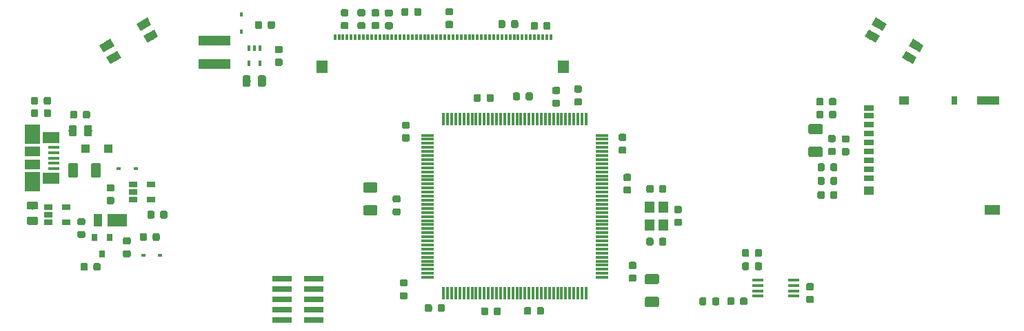
<source format=gbr>
G04 #@! TF.GenerationSoftware,KiCad,Pcbnew,5.1.3-ffb9f22~84~ubuntu18.10.1*
G04 #@! TF.CreationDate,2019-11-16T15:14:42-06:00*
G04 #@! TF.ProjectId,BurnedHead,4275726e-6564-4486-9561-642e6b696361,rev?*
G04 #@! TF.SameCoordinates,Original*
G04 #@! TF.FileFunction,Paste,Bot*
G04 #@! TF.FilePolarity,Positive*
%FSLAX46Y46*%
G04 Gerber Fmt 4.6, Leading zero omitted, Abs format (unit mm)*
G04 Created by KiCad (PCBNEW 5.1.3-ffb9f22~84~ubuntu18.10.1) date 2019-11-16 15:14:42*
%MOMM*%
%LPD*%
G04 APERTURE LIST*
%ADD10C,0.100000*%
%ADD11C,0.875000*%
%ADD12R,3.900000X1.200000*%
%ADD13R,1.450000X0.450000*%
%ADD14C,0.975000*%
%ADD15R,0.600000X0.450000*%
%ADD16C,1.250000*%
%ADD17R,1.200000X1.400000*%
%ADD18R,1.400000X1.500000*%
%ADD19R,0.300000X0.800000*%
%ADD20C,1.000000*%
%ADD21R,1.900000X1.300000*%
%ADD22R,2.800000X1.000000*%
%ADD23R,0.800000X1.000000*%
%ADD24R,1.200000X1.000000*%
%ADD25R,1.200000X0.700000*%
%ADD26R,0.800000X0.900000*%
%ADD27R,1.060000X0.650000*%
%ADD28R,2.400000X0.740000*%
%ADD29R,1.100000X1.100000*%
%ADD30R,2.400000X1.500000*%
%ADD31R,1.050000X1.500000*%
%ADD32R,0.450000X0.600000*%
%ADD33R,1.380000X0.450000*%
%ADD34R,2.100000X1.475000*%
%ADD35R,1.900000X2.375000*%
%ADD36R,1.900000X1.175000*%
%ADD37R,0.400000X0.650000*%
%ADD38R,0.300000X1.550000*%
%ADD39R,1.550000X0.300000*%
G04 APERTURE END LIST*
D10*
G36*
X252194891Y-175867393D02*
G01*
X252216126Y-175870543D01*
X252236950Y-175875759D01*
X252257162Y-175882991D01*
X252276568Y-175892170D01*
X252294981Y-175903206D01*
X252312224Y-175915994D01*
X252328130Y-175930410D01*
X252342546Y-175946316D01*
X252355334Y-175963559D01*
X252366370Y-175981972D01*
X252375549Y-176001378D01*
X252382781Y-176021590D01*
X252387997Y-176042414D01*
X252391147Y-176063649D01*
X252392200Y-176085090D01*
X252392200Y-176522590D01*
X252391147Y-176544031D01*
X252387997Y-176565266D01*
X252382781Y-176586090D01*
X252375549Y-176606302D01*
X252366370Y-176625708D01*
X252355334Y-176644121D01*
X252342546Y-176661364D01*
X252328130Y-176677270D01*
X252312224Y-176691686D01*
X252294981Y-176704474D01*
X252276568Y-176715510D01*
X252257162Y-176724689D01*
X252236950Y-176731921D01*
X252216126Y-176737137D01*
X252194891Y-176740287D01*
X252173450Y-176741340D01*
X251660950Y-176741340D01*
X251639509Y-176740287D01*
X251618274Y-176737137D01*
X251597450Y-176731921D01*
X251577238Y-176724689D01*
X251557832Y-176715510D01*
X251539419Y-176704474D01*
X251522176Y-176691686D01*
X251506270Y-176677270D01*
X251491854Y-176661364D01*
X251479066Y-176644121D01*
X251468030Y-176625708D01*
X251458851Y-176606302D01*
X251451619Y-176586090D01*
X251446403Y-176565266D01*
X251443253Y-176544031D01*
X251442200Y-176522590D01*
X251442200Y-176085090D01*
X251443253Y-176063649D01*
X251446403Y-176042414D01*
X251451619Y-176021590D01*
X251458851Y-176001378D01*
X251468030Y-175981972D01*
X251479066Y-175963559D01*
X251491854Y-175946316D01*
X251506270Y-175930410D01*
X251522176Y-175915994D01*
X251539419Y-175903206D01*
X251557832Y-175892170D01*
X251577238Y-175882991D01*
X251597450Y-175875759D01*
X251618274Y-175870543D01*
X251639509Y-175867393D01*
X251660950Y-175866340D01*
X252173450Y-175866340D01*
X252194891Y-175867393D01*
X252194891Y-175867393D01*
G37*
D11*
X251917200Y-176303840D03*
D10*
G36*
X252194891Y-177442393D02*
G01*
X252216126Y-177445543D01*
X252236950Y-177450759D01*
X252257162Y-177457991D01*
X252276568Y-177467170D01*
X252294981Y-177478206D01*
X252312224Y-177490994D01*
X252328130Y-177505410D01*
X252342546Y-177521316D01*
X252355334Y-177538559D01*
X252366370Y-177556972D01*
X252375549Y-177576378D01*
X252382781Y-177596590D01*
X252387997Y-177617414D01*
X252391147Y-177638649D01*
X252392200Y-177660090D01*
X252392200Y-178097590D01*
X252391147Y-178119031D01*
X252387997Y-178140266D01*
X252382781Y-178161090D01*
X252375549Y-178181302D01*
X252366370Y-178200708D01*
X252355334Y-178219121D01*
X252342546Y-178236364D01*
X252328130Y-178252270D01*
X252312224Y-178266686D01*
X252294981Y-178279474D01*
X252276568Y-178290510D01*
X252257162Y-178299689D01*
X252236950Y-178306921D01*
X252216126Y-178312137D01*
X252194891Y-178315287D01*
X252173450Y-178316340D01*
X251660950Y-178316340D01*
X251639509Y-178315287D01*
X251618274Y-178312137D01*
X251597450Y-178306921D01*
X251577238Y-178299689D01*
X251557832Y-178290510D01*
X251539419Y-178279474D01*
X251522176Y-178266686D01*
X251506270Y-178252270D01*
X251491854Y-178236364D01*
X251479066Y-178219121D01*
X251468030Y-178200708D01*
X251458851Y-178181302D01*
X251451619Y-178161090D01*
X251446403Y-178140266D01*
X251443253Y-178119031D01*
X251442200Y-178097590D01*
X251442200Y-177660090D01*
X251443253Y-177638649D01*
X251446403Y-177617414D01*
X251451619Y-177596590D01*
X251458851Y-177576378D01*
X251468030Y-177556972D01*
X251479066Y-177538559D01*
X251491854Y-177521316D01*
X251506270Y-177505410D01*
X251522176Y-177490994D01*
X251539419Y-177478206D01*
X251557832Y-177467170D01*
X251577238Y-177457991D01*
X251597450Y-177450759D01*
X251618274Y-177445543D01*
X251639509Y-177442393D01*
X251660950Y-177441340D01*
X252173450Y-177441340D01*
X252194891Y-177442393D01*
X252194891Y-177442393D01*
G37*
D11*
X251917200Y-177878840D03*
D10*
G36*
X240582711Y-177630853D02*
G01*
X240603946Y-177634003D01*
X240624770Y-177639219D01*
X240644982Y-177646451D01*
X240664388Y-177655630D01*
X240682801Y-177666666D01*
X240700044Y-177679454D01*
X240715950Y-177693870D01*
X240730366Y-177709776D01*
X240743154Y-177727019D01*
X240754190Y-177745432D01*
X240763369Y-177764838D01*
X240770601Y-177785050D01*
X240775817Y-177805874D01*
X240778967Y-177827109D01*
X240780020Y-177848550D01*
X240780020Y-178361050D01*
X240778967Y-178382491D01*
X240775817Y-178403726D01*
X240770601Y-178424550D01*
X240763369Y-178444762D01*
X240754190Y-178464168D01*
X240743154Y-178482581D01*
X240730366Y-178499824D01*
X240715950Y-178515730D01*
X240700044Y-178530146D01*
X240682801Y-178542934D01*
X240664388Y-178553970D01*
X240644982Y-178563149D01*
X240624770Y-178570381D01*
X240603946Y-178575597D01*
X240582711Y-178578747D01*
X240561270Y-178579800D01*
X240123770Y-178579800D01*
X240102329Y-178578747D01*
X240081094Y-178575597D01*
X240060270Y-178570381D01*
X240040058Y-178563149D01*
X240020652Y-178553970D01*
X240002239Y-178542934D01*
X239984996Y-178530146D01*
X239969090Y-178515730D01*
X239954674Y-178499824D01*
X239941886Y-178482581D01*
X239930850Y-178464168D01*
X239921671Y-178444762D01*
X239914439Y-178424550D01*
X239909223Y-178403726D01*
X239906073Y-178382491D01*
X239905020Y-178361050D01*
X239905020Y-177848550D01*
X239906073Y-177827109D01*
X239909223Y-177805874D01*
X239914439Y-177785050D01*
X239921671Y-177764838D01*
X239930850Y-177745432D01*
X239941886Y-177727019D01*
X239954674Y-177709776D01*
X239969090Y-177693870D01*
X239984996Y-177679454D01*
X240002239Y-177666666D01*
X240020652Y-177655630D01*
X240040058Y-177646451D01*
X240060270Y-177639219D01*
X240081094Y-177634003D01*
X240102329Y-177630853D01*
X240123770Y-177629800D01*
X240561270Y-177629800D01*
X240582711Y-177630853D01*
X240582711Y-177630853D01*
G37*
D11*
X240342520Y-178104800D03*
D10*
G36*
X239007711Y-177630853D02*
G01*
X239028946Y-177634003D01*
X239049770Y-177639219D01*
X239069982Y-177646451D01*
X239089388Y-177655630D01*
X239107801Y-177666666D01*
X239125044Y-177679454D01*
X239140950Y-177693870D01*
X239155366Y-177709776D01*
X239168154Y-177727019D01*
X239179190Y-177745432D01*
X239188369Y-177764838D01*
X239195601Y-177785050D01*
X239200817Y-177805874D01*
X239203967Y-177827109D01*
X239205020Y-177848550D01*
X239205020Y-178361050D01*
X239203967Y-178382491D01*
X239200817Y-178403726D01*
X239195601Y-178424550D01*
X239188369Y-178444762D01*
X239179190Y-178464168D01*
X239168154Y-178482581D01*
X239155366Y-178499824D01*
X239140950Y-178515730D01*
X239125044Y-178530146D01*
X239107801Y-178542934D01*
X239089388Y-178553970D01*
X239069982Y-178563149D01*
X239049770Y-178570381D01*
X239028946Y-178575597D01*
X239007711Y-178578747D01*
X238986270Y-178579800D01*
X238548770Y-178579800D01*
X238527329Y-178578747D01*
X238506094Y-178575597D01*
X238485270Y-178570381D01*
X238465058Y-178563149D01*
X238445652Y-178553970D01*
X238427239Y-178542934D01*
X238409996Y-178530146D01*
X238394090Y-178515730D01*
X238379674Y-178499824D01*
X238366886Y-178482581D01*
X238355850Y-178464168D01*
X238346671Y-178444762D01*
X238339439Y-178424550D01*
X238334223Y-178403726D01*
X238331073Y-178382491D01*
X238330020Y-178361050D01*
X238330020Y-177848550D01*
X238331073Y-177827109D01*
X238334223Y-177805874D01*
X238339439Y-177785050D01*
X238346671Y-177764838D01*
X238355850Y-177745432D01*
X238366886Y-177727019D01*
X238379674Y-177709776D01*
X238394090Y-177693870D01*
X238409996Y-177679454D01*
X238427239Y-177666666D01*
X238445652Y-177655630D01*
X238465058Y-177646451D01*
X238485270Y-177639219D01*
X238506094Y-177634003D01*
X238527329Y-177630853D01*
X238548770Y-177629800D01*
X238986270Y-177629800D01*
X239007711Y-177630853D01*
X239007711Y-177630853D01*
G37*
D11*
X238767520Y-178104800D03*
D10*
G36*
X244247731Y-171682173D02*
G01*
X244268966Y-171685323D01*
X244289790Y-171690539D01*
X244310002Y-171697771D01*
X244329408Y-171706950D01*
X244347821Y-171717986D01*
X244365064Y-171730774D01*
X244380970Y-171745190D01*
X244395386Y-171761096D01*
X244408174Y-171778339D01*
X244419210Y-171796752D01*
X244428389Y-171816158D01*
X244435621Y-171836370D01*
X244440837Y-171857194D01*
X244443987Y-171878429D01*
X244445040Y-171899870D01*
X244445040Y-172412370D01*
X244443987Y-172433811D01*
X244440837Y-172455046D01*
X244435621Y-172475870D01*
X244428389Y-172496082D01*
X244419210Y-172515488D01*
X244408174Y-172533901D01*
X244395386Y-172551144D01*
X244380970Y-172567050D01*
X244365064Y-172581466D01*
X244347821Y-172594254D01*
X244329408Y-172605290D01*
X244310002Y-172614469D01*
X244289790Y-172621701D01*
X244268966Y-172626917D01*
X244247731Y-172630067D01*
X244226290Y-172631120D01*
X243788790Y-172631120D01*
X243767349Y-172630067D01*
X243746114Y-172626917D01*
X243725290Y-172621701D01*
X243705078Y-172614469D01*
X243685672Y-172605290D01*
X243667259Y-172594254D01*
X243650016Y-172581466D01*
X243634110Y-172567050D01*
X243619694Y-172551144D01*
X243606906Y-172533901D01*
X243595870Y-172515488D01*
X243586691Y-172496082D01*
X243579459Y-172475870D01*
X243574243Y-172455046D01*
X243571093Y-172433811D01*
X243570040Y-172412370D01*
X243570040Y-171899870D01*
X243571093Y-171878429D01*
X243574243Y-171857194D01*
X243579459Y-171836370D01*
X243586691Y-171816158D01*
X243595870Y-171796752D01*
X243606906Y-171778339D01*
X243619694Y-171761096D01*
X243634110Y-171745190D01*
X243650016Y-171730774D01*
X243667259Y-171717986D01*
X243685672Y-171706950D01*
X243705078Y-171697771D01*
X243725290Y-171690539D01*
X243746114Y-171685323D01*
X243767349Y-171682173D01*
X243788790Y-171681120D01*
X244226290Y-171681120D01*
X244247731Y-171682173D01*
X244247731Y-171682173D01*
G37*
D11*
X244007540Y-172156120D03*
D10*
G36*
X245822731Y-171682173D02*
G01*
X245843966Y-171685323D01*
X245864790Y-171690539D01*
X245885002Y-171697771D01*
X245904408Y-171706950D01*
X245922821Y-171717986D01*
X245940064Y-171730774D01*
X245955970Y-171745190D01*
X245970386Y-171761096D01*
X245983174Y-171778339D01*
X245994210Y-171796752D01*
X246003389Y-171816158D01*
X246010621Y-171836370D01*
X246015837Y-171857194D01*
X246018987Y-171878429D01*
X246020040Y-171899870D01*
X246020040Y-172412370D01*
X246018987Y-172433811D01*
X246015837Y-172455046D01*
X246010621Y-172475870D01*
X246003389Y-172496082D01*
X245994210Y-172515488D01*
X245983174Y-172533901D01*
X245970386Y-172551144D01*
X245955970Y-172567050D01*
X245940064Y-172581466D01*
X245922821Y-172594254D01*
X245904408Y-172605290D01*
X245885002Y-172614469D01*
X245864790Y-172621701D01*
X245843966Y-172626917D01*
X245822731Y-172630067D01*
X245801290Y-172631120D01*
X245363790Y-172631120D01*
X245342349Y-172630067D01*
X245321114Y-172626917D01*
X245300290Y-172621701D01*
X245280078Y-172614469D01*
X245260672Y-172605290D01*
X245242259Y-172594254D01*
X245225016Y-172581466D01*
X245209110Y-172567050D01*
X245194694Y-172551144D01*
X245181906Y-172533901D01*
X245170870Y-172515488D01*
X245161691Y-172496082D01*
X245154459Y-172475870D01*
X245149243Y-172455046D01*
X245146093Y-172433811D01*
X245145040Y-172412370D01*
X245145040Y-171899870D01*
X245146093Y-171878429D01*
X245149243Y-171857194D01*
X245154459Y-171836370D01*
X245161691Y-171816158D01*
X245170870Y-171796752D01*
X245181906Y-171778339D01*
X245194694Y-171761096D01*
X245209110Y-171745190D01*
X245225016Y-171730774D01*
X245242259Y-171717986D01*
X245260672Y-171706950D01*
X245280078Y-171697771D01*
X245300290Y-171690539D01*
X245321114Y-171685323D01*
X245342349Y-171682173D01*
X245363790Y-171681120D01*
X245801290Y-171681120D01*
X245822731Y-171682173D01*
X245822731Y-171682173D01*
G37*
D11*
X245582540Y-172156120D03*
D10*
G36*
X215896451Y-143516113D02*
G01*
X215917686Y-143519263D01*
X215938510Y-143524479D01*
X215958722Y-143531711D01*
X215978128Y-143540890D01*
X215996541Y-143551926D01*
X216013784Y-143564714D01*
X216029690Y-143579130D01*
X216044106Y-143595036D01*
X216056894Y-143612279D01*
X216067930Y-143630692D01*
X216077109Y-143650098D01*
X216084341Y-143670310D01*
X216089557Y-143691134D01*
X216092707Y-143712369D01*
X216093760Y-143733810D01*
X216093760Y-144246310D01*
X216092707Y-144267751D01*
X216089557Y-144288986D01*
X216084341Y-144309810D01*
X216077109Y-144330022D01*
X216067930Y-144349428D01*
X216056894Y-144367841D01*
X216044106Y-144385084D01*
X216029690Y-144400990D01*
X216013784Y-144415406D01*
X215996541Y-144428194D01*
X215978128Y-144439230D01*
X215958722Y-144448409D01*
X215938510Y-144455641D01*
X215917686Y-144460857D01*
X215896451Y-144464007D01*
X215875010Y-144465060D01*
X215437510Y-144465060D01*
X215416069Y-144464007D01*
X215394834Y-144460857D01*
X215374010Y-144455641D01*
X215353798Y-144448409D01*
X215334392Y-144439230D01*
X215315979Y-144428194D01*
X215298736Y-144415406D01*
X215282830Y-144400990D01*
X215268414Y-144385084D01*
X215255626Y-144367841D01*
X215244590Y-144349428D01*
X215235411Y-144330022D01*
X215228179Y-144309810D01*
X215222963Y-144288986D01*
X215219813Y-144267751D01*
X215218760Y-144246310D01*
X215218760Y-143733810D01*
X215219813Y-143712369D01*
X215222963Y-143691134D01*
X215228179Y-143670310D01*
X215235411Y-143650098D01*
X215244590Y-143630692D01*
X215255626Y-143612279D01*
X215268414Y-143595036D01*
X215282830Y-143579130D01*
X215298736Y-143564714D01*
X215315979Y-143551926D01*
X215334392Y-143540890D01*
X215353798Y-143531711D01*
X215374010Y-143524479D01*
X215394834Y-143519263D01*
X215416069Y-143516113D01*
X215437510Y-143515060D01*
X215875010Y-143515060D01*
X215896451Y-143516113D01*
X215896451Y-143516113D01*
G37*
D11*
X215656260Y-143990060D03*
D10*
G36*
X214321451Y-143516113D02*
G01*
X214342686Y-143519263D01*
X214363510Y-143524479D01*
X214383722Y-143531711D01*
X214403128Y-143540890D01*
X214421541Y-143551926D01*
X214438784Y-143564714D01*
X214454690Y-143579130D01*
X214469106Y-143595036D01*
X214481894Y-143612279D01*
X214492930Y-143630692D01*
X214502109Y-143650098D01*
X214509341Y-143670310D01*
X214514557Y-143691134D01*
X214517707Y-143712369D01*
X214518760Y-143733810D01*
X214518760Y-144246310D01*
X214517707Y-144267751D01*
X214514557Y-144288986D01*
X214509341Y-144309810D01*
X214502109Y-144330022D01*
X214492930Y-144349428D01*
X214481894Y-144367841D01*
X214469106Y-144385084D01*
X214454690Y-144400990D01*
X214438784Y-144415406D01*
X214421541Y-144428194D01*
X214403128Y-144439230D01*
X214383722Y-144448409D01*
X214363510Y-144455641D01*
X214342686Y-144460857D01*
X214321451Y-144464007D01*
X214300010Y-144465060D01*
X213862510Y-144465060D01*
X213841069Y-144464007D01*
X213819834Y-144460857D01*
X213799010Y-144455641D01*
X213778798Y-144448409D01*
X213759392Y-144439230D01*
X213740979Y-144428194D01*
X213723736Y-144415406D01*
X213707830Y-144400990D01*
X213693414Y-144385084D01*
X213680626Y-144367841D01*
X213669590Y-144349428D01*
X213660411Y-144330022D01*
X213653179Y-144309810D01*
X213647963Y-144288986D01*
X213644813Y-144267751D01*
X213643760Y-144246310D01*
X213643760Y-143733810D01*
X213644813Y-143712369D01*
X213647963Y-143691134D01*
X213653179Y-143670310D01*
X213660411Y-143650098D01*
X213669590Y-143630692D01*
X213680626Y-143612279D01*
X213693414Y-143595036D01*
X213707830Y-143579130D01*
X213723736Y-143564714D01*
X213740979Y-143551926D01*
X213759392Y-143540890D01*
X213778798Y-143531711D01*
X213799010Y-143524479D01*
X213819834Y-143519263D01*
X213841069Y-143516113D01*
X213862510Y-143515060D01*
X214300010Y-143515060D01*
X214321451Y-143516113D01*
X214321451Y-143516113D01*
G37*
D11*
X214081260Y-143990060D03*
D12*
X178767740Y-146062240D03*
X178767740Y-148862240D03*
D13*
X249905880Y-177456740D03*
X249905880Y-176806740D03*
X249905880Y-176156740D03*
X249905880Y-175506740D03*
X245505880Y-175506740D03*
X245505880Y-176156740D03*
X245505880Y-176806740D03*
X245505880Y-177456740D03*
D10*
G36*
X244014251Y-177613073D02*
G01*
X244035486Y-177616223D01*
X244056310Y-177621439D01*
X244076522Y-177628671D01*
X244095928Y-177637850D01*
X244114341Y-177648886D01*
X244131584Y-177661674D01*
X244147490Y-177676090D01*
X244161906Y-177691996D01*
X244174694Y-177709239D01*
X244185730Y-177727652D01*
X244194909Y-177747058D01*
X244202141Y-177767270D01*
X244207357Y-177788094D01*
X244210507Y-177809329D01*
X244211560Y-177830770D01*
X244211560Y-178343270D01*
X244210507Y-178364711D01*
X244207357Y-178385946D01*
X244202141Y-178406770D01*
X244194909Y-178426982D01*
X244185730Y-178446388D01*
X244174694Y-178464801D01*
X244161906Y-178482044D01*
X244147490Y-178497950D01*
X244131584Y-178512366D01*
X244114341Y-178525154D01*
X244095928Y-178536190D01*
X244076522Y-178545369D01*
X244056310Y-178552601D01*
X244035486Y-178557817D01*
X244014251Y-178560967D01*
X243992810Y-178562020D01*
X243555310Y-178562020D01*
X243533869Y-178560967D01*
X243512634Y-178557817D01*
X243491810Y-178552601D01*
X243471598Y-178545369D01*
X243452192Y-178536190D01*
X243433779Y-178525154D01*
X243416536Y-178512366D01*
X243400630Y-178497950D01*
X243386214Y-178482044D01*
X243373426Y-178464801D01*
X243362390Y-178446388D01*
X243353211Y-178426982D01*
X243345979Y-178406770D01*
X243340763Y-178385946D01*
X243337613Y-178364711D01*
X243336560Y-178343270D01*
X243336560Y-177830770D01*
X243337613Y-177809329D01*
X243340763Y-177788094D01*
X243345979Y-177767270D01*
X243353211Y-177747058D01*
X243362390Y-177727652D01*
X243373426Y-177709239D01*
X243386214Y-177691996D01*
X243400630Y-177676090D01*
X243416536Y-177661674D01*
X243433779Y-177648886D01*
X243452192Y-177637850D01*
X243471598Y-177628671D01*
X243491810Y-177621439D01*
X243512634Y-177616223D01*
X243533869Y-177613073D01*
X243555310Y-177612020D01*
X243992810Y-177612020D01*
X244014251Y-177613073D01*
X244014251Y-177613073D01*
G37*
D11*
X243774060Y-178087020D03*
D10*
G36*
X242439251Y-177613073D02*
G01*
X242460486Y-177616223D01*
X242481310Y-177621439D01*
X242501522Y-177628671D01*
X242520928Y-177637850D01*
X242539341Y-177648886D01*
X242556584Y-177661674D01*
X242572490Y-177676090D01*
X242586906Y-177691996D01*
X242599694Y-177709239D01*
X242610730Y-177727652D01*
X242619909Y-177747058D01*
X242627141Y-177767270D01*
X242632357Y-177788094D01*
X242635507Y-177809329D01*
X242636560Y-177830770D01*
X242636560Y-178343270D01*
X242635507Y-178364711D01*
X242632357Y-178385946D01*
X242627141Y-178406770D01*
X242619909Y-178426982D01*
X242610730Y-178446388D01*
X242599694Y-178464801D01*
X242586906Y-178482044D01*
X242572490Y-178497950D01*
X242556584Y-178512366D01*
X242539341Y-178525154D01*
X242520928Y-178536190D01*
X242501522Y-178545369D01*
X242481310Y-178552601D01*
X242460486Y-178557817D01*
X242439251Y-178560967D01*
X242417810Y-178562020D01*
X241980310Y-178562020D01*
X241958869Y-178560967D01*
X241937634Y-178557817D01*
X241916810Y-178552601D01*
X241896598Y-178545369D01*
X241877192Y-178536190D01*
X241858779Y-178525154D01*
X241841536Y-178512366D01*
X241825630Y-178497950D01*
X241811214Y-178482044D01*
X241798426Y-178464801D01*
X241787390Y-178446388D01*
X241778211Y-178426982D01*
X241770979Y-178406770D01*
X241765763Y-178385946D01*
X241762613Y-178364711D01*
X241761560Y-178343270D01*
X241761560Y-177830770D01*
X241762613Y-177809329D01*
X241765763Y-177788094D01*
X241770979Y-177767270D01*
X241778211Y-177747058D01*
X241787390Y-177727652D01*
X241798426Y-177709239D01*
X241811214Y-177691996D01*
X241825630Y-177676090D01*
X241841536Y-177661674D01*
X241858779Y-177648886D01*
X241877192Y-177637850D01*
X241896598Y-177628671D01*
X241916810Y-177621439D01*
X241937634Y-177616223D01*
X241958869Y-177613073D01*
X241980310Y-177612020D01*
X242417810Y-177612020D01*
X242439251Y-177613073D01*
X242439251Y-177613073D01*
G37*
D11*
X242199060Y-178087020D03*
D10*
G36*
X244252811Y-173310313D02*
G01*
X244274046Y-173313463D01*
X244294870Y-173318679D01*
X244315082Y-173325911D01*
X244334488Y-173335090D01*
X244352901Y-173346126D01*
X244370144Y-173358914D01*
X244386050Y-173373330D01*
X244400466Y-173389236D01*
X244413254Y-173406479D01*
X244424290Y-173424892D01*
X244433469Y-173444298D01*
X244440701Y-173464510D01*
X244445917Y-173485334D01*
X244449067Y-173506569D01*
X244450120Y-173528010D01*
X244450120Y-174040510D01*
X244449067Y-174061951D01*
X244445917Y-174083186D01*
X244440701Y-174104010D01*
X244433469Y-174124222D01*
X244424290Y-174143628D01*
X244413254Y-174162041D01*
X244400466Y-174179284D01*
X244386050Y-174195190D01*
X244370144Y-174209606D01*
X244352901Y-174222394D01*
X244334488Y-174233430D01*
X244315082Y-174242609D01*
X244294870Y-174249841D01*
X244274046Y-174255057D01*
X244252811Y-174258207D01*
X244231370Y-174259260D01*
X243793870Y-174259260D01*
X243772429Y-174258207D01*
X243751194Y-174255057D01*
X243730370Y-174249841D01*
X243710158Y-174242609D01*
X243690752Y-174233430D01*
X243672339Y-174222394D01*
X243655096Y-174209606D01*
X243639190Y-174195190D01*
X243624774Y-174179284D01*
X243611986Y-174162041D01*
X243600950Y-174143628D01*
X243591771Y-174124222D01*
X243584539Y-174104010D01*
X243579323Y-174083186D01*
X243576173Y-174061951D01*
X243575120Y-174040510D01*
X243575120Y-173528010D01*
X243576173Y-173506569D01*
X243579323Y-173485334D01*
X243584539Y-173464510D01*
X243591771Y-173444298D01*
X243600950Y-173424892D01*
X243611986Y-173406479D01*
X243624774Y-173389236D01*
X243639190Y-173373330D01*
X243655096Y-173358914D01*
X243672339Y-173346126D01*
X243690752Y-173335090D01*
X243710158Y-173325911D01*
X243730370Y-173318679D01*
X243751194Y-173313463D01*
X243772429Y-173310313D01*
X243793870Y-173309260D01*
X244231370Y-173309260D01*
X244252811Y-173310313D01*
X244252811Y-173310313D01*
G37*
D11*
X244012620Y-173784260D03*
D10*
G36*
X245827811Y-173310313D02*
G01*
X245849046Y-173313463D01*
X245869870Y-173318679D01*
X245890082Y-173325911D01*
X245909488Y-173335090D01*
X245927901Y-173346126D01*
X245945144Y-173358914D01*
X245961050Y-173373330D01*
X245975466Y-173389236D01*
X245988254Y-173406479D01*
X245999290Y-173424892D01*
X246008469Y-173444298D01*
X246015701Y-173464510D01*
X246020917Y-173485334D01*
X246024067Y-173506569D01*
X246025120Y-173528010D01*
X246025120Y-174040510D01*
X246024067Y-174061951D01*
X246020917Y-174083186D01*
X246015701Y-174104010D01*
X246008469Y-174124222D01*
X245999290Y-174143628D01*
X245988254Y-174162041D01*
X245975466Y-174179284D01*
X245961050Y-174195190D01*
X245945144Y-174209606D01*
X245927901Y-174222394D01*
X245909488Y-174233430D01*
X245890082Y-174242609D01*
X245869870Y-174249841D01*
X245849046Y-174255057D01*
X245827811Y-174258207D01*
X245806370Y-174259260D01*
X245368870Y-174259260D01*
X245347429Y-174258207D01*
X245326194Y-174255057D01*
X245305370Y-174249841D01*
X245285158Y-174242609D01*
X245265752Y-174233430D01*
X245247339Y-174222394D01*
X245230096Y-174209606D01*
X245214190Y-174195190D01*
X245199774Y-174179284D01*
X245186986Y-174162041D01*
X245175950Y-174143628D01*
X245166771Y-174124222D01*
X245159539Y-174104010D01*
X245154323Y-174083186D01*
X245151173Y-174061951D01*
X245150120Y-174040510D01*
X245150120Y-173528010D01*
X245151173Y-173506569D01*
X245154323Y-173485334D01*
X245159539Y-173464510D01*
X245166771Y-173444298D01*
X245175950Y-173424892D01*
X245186986Y-173406479D01*
X245199774Y-173389236D01*
X245214190Y-173373330D01*
X245230096Y-173358914D01*
X245247339Y-173346126D01*
X245265752Y-173335090D01*
X245285158Y-173325911D01*
X245305370Y-173318679D01*
X245326194Y-173313463D01*
X245347429Y-173310313D01*
X245368870Y-173309260D01*
X245806370Y-173309260D01*
X245827811Y-173310313D01*
X245827811Y-173310313D01*
G37*
D11*
X245587620Y-173784260D03*
D10*
G36*
X202557038Y-157554361D02*
G01*
X202578273Y-157557511D01*
X202599097Y-157562727D01*
X202619309Y-157569959D01*
X202638715Y-157579138D01*
X202657128Y-157590174D01*
X202674371Y-157602962D01*
X202690277Y-157617378D01*
X202704693Y-157633284D01*
X202717481Y-157650527D01*
X202728517Y-157668940D01*
X202737696Y-157688346D01*
X202744928Y-157708558D01*
X202750144Y-157729382D01*
X202753294Y-157750617D01*
X202754347Y-157772058D01*
X202754347Y-158209558D01*
X202753294Y-158230999D01*
X202750144Y-158252234D01*
X202744928Y-158273058D01*
X202737696Y-158293270D01*
X202728517Y-158312676D01*
X202717481Y-158331089D01*
X202704693Y-158348332D01*
X202690277Y-158364238D01*
X202674371Y-158378654D01*
X202657128Y-158391442D01*
X202638715Y-158402478D01*
X202619309Y-158411657D01*
X202599097Y-158418889D01*
X202578273Y-158424105D01*
X202557038Y-158427255D01*
X202535597Y-158428308D01*
X202023097Y-158428308D01*
X202001656Y-158427255D01*
X201980421Y-158424105D01*
X201959597Y-158418889D01*
X201939385Y-158411657D01*
X201919979Y-158402478D01*
X201901566Y-158391442D01*
X201884323Y-158378654D01*
X201868417Y-158364238D01*
X201854001Y-158348332D01*
X201841213Y-158331089D01*
X201830177Y-158312676D01*
X201820998Y-158293270D01*
X201813766Y-158273058D01*
X201808550Y-158252234D01*
X201805400Y-158230999D01*
X201804347Y-158209558D01*
X201804347Y-157772058D01*
X201805400Y-157750617D01*
X201808550Y-157729382D01*
X201813766Y-157708558D01*
X201820998Y-157688346D01*
X201830177Y-157668940D01*
X201841213Y-157650527D01*
X201854001Y-157633284D01*
X201868417Y-157617378D01*
X201884323Y-157602962D01*
X201901566Y-157590174D01*
X201919979Y-157579138D01*
X201939385Y-157569959D01*
X201959597Y-157562727D01*
X201980421Y-157557511D01*
X202001656Y-157554361D01*
X202023097Y-157553308D01*
X202535597Y-157553308D01*
X202557038Y-157554361D01*
X202557038Y-157554361D01*
G37*
D11*
X202279347Y-157990808D03*
D10*
G36*
X202557038Y-155979361D02*
G01*
X202578273Y-155982511D01*
X202599097Y-155987727D01*
X202619309Y-155994959D01*
X202638715Y-156004138D01*
X202657128Y-156015174D01*
X202674371Y-156027962D01*
X202690277Y-156042378D01*
X202704693Y-156058284D01*
X202717481Y-156075527D01*
X202728517Y-156093940D01*
X202737696Y-156113346D01*
X202744928Y-156133558D01*
X202750144Y-156154382D01*
X202753294Y-156175617D01*
X202754347Y-156197058D01*
X202754347Y-156634558D01*
X202753294Y-156655999D01*
X202750144Y-156677234D01*
X202744928Y-156698058D01*
X202737696Y-156718270D01*
X202728517Y-156737676D01*
X202717481Y-156756089D01*
X202704693Y-156773332D01*
X202690277Y-156789238D01*
X202674371Y-156803654D01*
X202657128Y-156816442D01*
X202638715Y-156827478D01*
X202619309Y-156836657D01*
X202599097Y-156843889D01*
X202578273Y-156849105D01*
X202557038Y-156852255D01*
X202535597Y-156853308D01*
X202023097Y-156853308D01*
X202001656Y-156852255D01*
X201980421Y-156849105D01*
X201959597Y-156843889D01*
X201939385Y-156836657D01*
X201919979Y-156827478D01*
X201901566Y-156816442D01*
X201884323Y-156803654D01*
X201868417Y-156789238D01*
X201854001Y-156773332D01*
X201841213Y-156756089D01*
X201830177Y-156737676D01*
X201820998Y-156718270D01*
X201813766Y-156698058D01*
X201808550Y-156677234D01*
X201805400Y-156655999D01*
X201804347Y-156634558D01*
X201804347Y-156197058D01*
X201805400Y-156175617D01*
X201808550Y-156154382D01*
X201813766Y-156133558D01*
X201820998Y-156113346D01*
X201830177Y-156093940D01*
X201841213Y-156075527D01*
X201854001Y-156058284D01*
X201868417Y-156042378D01*
X201884323Y-156027962D01*
X201901566Y-156015174D01*
X201919979Y-156004138D01*
X201939385Y-155994959D01*
X201959597Y-155987727D01*
X201980421Y-155982511D01*
X202001656Y-155979361D01*
X202023097Y-155978308D01*
X202535597Y-155978308D01*
X202557038Y-155979361D01*
X202557038Y-155979361D01*
G37*
D11*
X202279347Y-156415808D03*
D10*
G36*
X201430451Y-166647493D02*
G01*
X201451686Y-166650643D01*
X201472510Y-166655859D01*
X201492722Y-166663091D01*
X201512128Y-166672270D01*
X201530541Y-166683306D01*
X201547784Y-166696094D01*
X201563690Y-166710510D01*
X201578106Y-166726416D01*
X201590894Y-166743659D01*
X201601930Y-166762072D01*
X201611109Y-166781478D01*
X201618341Y-166801690D01*
X201623557Y-166822514D01*
X201626707Y-166843749D01*
X201627760Y-166865190D01*
X201627760Y-167302690D01*
X201626707Y-167324131D01*
X201623557Y-167345366D01*
X201618341Y-167366190D01*
X201611109Y-167386402D01*
X201601930Y-167405808D01*
X201590894Y-167424221D01*
X201578106Y-167441464D01*
X201563690Y-167457370D01*
X201547784Y-167471786D01*
X201530541Y-167484574D01*
X201512128Y-167495610D01*
X201492722Y-167504789D01*
X201472510Y-167512021D01*
X201451686Y-167517237D01*
X201430451Y-167520387D01*
X201409010Y-167521440D01*
X200896510Y-167521440D01*
X200875069Y-167520387D01*
X200853834Y-167517237D01*
X200833010Y-167512021D01*
X200812798Y-167504789D01*
X200793392Y-167495610D01*
X200774979Y-167484574D01*
X200757736Y-167471786D01*
X200741830Y-167457370D01*
X200727414Y-167441464D01*
X200714626Y-167424221D01*
X200703590Y-167405808D01*
X200694411Y-167386402D01*
X200687179Y-167366190D01*
X200681963Y-167345366D01*
X200678813Y-167324131D01*
X200677760Y-167302690D01*
X200677760Y-166865190D01*
X200678813Y-166843749D01*
X200681963Y-166822514D01*
X200687179Y-166801690D01*
X200694411Y-166781478D01*
X200703590Y-166762072D01*
X200714626Y-166743659D01*
X200727414Y-166726416D01*
X200741830Y-166710510D01*
X200757736Y-166696094D01*
X200774979Y-166683306D01*
X200793392Y-166672270D01*
X200812798Y-166663091D01*
X200833010Y-166655859D01*
X200853834Y-166650643D01*
X200875069Y-166647493D01*
X200896510Y-166646440D01*
X201409010Y-166646440D01*
X201430451Y-166647493D01*
X201430451Y-166647493D01*
G37*
D11*
X201152760Y-167083940D03*
D10*
G36*
X201430451Y-165072493D02*
G01*
X201451686Y-165075643D01*
X201472510Y-165080859D01*
X201492722Y-165088091D01*
X201512128Y-165097270D01*
X201530541Y-165108306D01*
X201547784Y-165121094D01*
X201563690Y-165135510D01*
X201578106Y-165151416D01*
X201590894Y-165168659D01*
X201601930Y-165187072D01*
X201611109Y-165206478D01*
X201618341Y-165226690D01*
X201623557Y-165247514D01*
X201626707Y-165268749D01*
X201627760Y-165290190D01*
X201627760Y-165727690D01*
X201626707Y-165749131D01*
X201623557Y-165770366D01*
X201618341Y-165791190D01*
X201611109Y-165811402D01*
X201601930Y-165830808D01*
X201590894Y-165849221D01*
X201578106Y-165866464D01*
X201563690Y-165882370D01*
X201547784Y-165896786D01*
X201530541Y-165909574D01*
X201512128Y-165920610D01*
X201492722Y-165929789D01*
X201472510Y-165937021D01*
X201451686Y-165942237D01*
X201430451Y-165945387D01*
X201409010Y-165946440D01*
X200896510Y-165946440D01*
X200875069Y-165945387D01*
X200853834Y-165942237D01*
X200833010Y-165937021D01*
X200812798Y-165929789D01*
X200793392Y-165920610D01*
X200774979Y-165909574D01*
X200757736Y-165896786D01*
X200741830Y-165882370D01*
X200727414Y-165866464D01*
X200714626Y-165849221D01*
X200703590Y-165830808D01*
X200694411Y-165811402D01*
X200687179Y-165791190D01*
X200681963Y-165770366D01*
X200678813Y-165749131D01*
X200677760Y-165727690D01*
X200677760Y-165290190D01*
X200678813Y-165268749D01*
X200681963Y-165247514D01*
X200687179Y-165226690D01*
X200694411Y-165206478D01*
X200703590Y-165187072D01*
X200714626Y-165168659D01*
X200727414Y-165151416D01*
X200741830Y-165135510D01*
X200757736Y-165121094D01*
X200774979Y-165108306D01*
X200793392Y-165097270D01*
X200812798Y-165088091D01*
X200833010Y-165080859D01*
X200853834Y-165075643D01*
X200875069Y-165072493D01*
X200896510Y-165071440D01*
X201409010Y-165071440D01*
X201430451Y-165072493D01*
X201430451Y-165072493D01*
G37*
D11*
X201152760Y-165508940D03*
D10*
G36*
X202303284Y-175395121D02*
G01*
X202324519Y-175398271D01*
X202345343Y-175403487D01*
X202365555Y-175410719D01*
X202384961Y-175419898D01*
X202403374Y-175430934D01*
X202420617Y-175443722D01*
X202436523Y-175458138D01*
X202450939Y-175474044D01*
X202463727Y-175491287D01*
X202474763Y-175509700D01*
X202483942Y-175529106D01*
X202491174Y-175549318D01*
X202496390Y-175570142D01*
X202499540Y-175591377D01*
X202500593Y-175612818D01*
X202500593Y-176050318D01*
X202499540Y-176071759D01*
X202496390Y-176092994D01*
X202491174Y-176113818D01*
X202483942Y-176134030D01*
X202474763Y-176153436D01*
X202463727Y-176171849D01*
X202450939Y-176189092D01*
X202436523Y-176204998D01*
X202420617Y-176219414D01*
X202403374Y-176232202D01*
X202384961Y-176243238D01*
X202365555Y-176252417D01*
X202345343Y-176259649D01*
X202324519Y-176264865D01*
X202303284Y-176268015D01*
X202281843Y-176269068D01*
X201769343Y-176269068D01*
X201747902Y-176268015D01*
X201726667Y-176264865D01*
X201705843Y-176259649D01*
X201685631Y-176252417D01*
X201666225Y-176243238D01*
X201647812Y-176232202D01*
X201630569Y-176219414D01*
X201614663Y-176204998D01*
X201600247Y-176189092D01*
X201587459Y-176171849D01*
X201576423Y-176153436D01*
X201567244Y-176134030D01*
X201560012Y-176113818D01*
X201554796Y-176092994D01*
X201551646Y-176071759D01*
X201550593Y-176050318D01*
X201550593Y-175612818D01*
X201551646Y-175591377D01*
X201554796Y-175570142D01*
X201560012Y-175549318D01*
X201567244Y-175529106D01*
X201576423Y-175509700D01*
X201587459Y-175491287D01*
X201600247Y-175474044D01*
X201614663Y-175458138D01*
X201630569Y-175443722D01*
X201647812Y-175430934D01*
X201666225Y-175419898D01*
X201685631Y-175410719D01*
X201705843Y-175403487D01*
X201726667Y-175398271D01*
X201747902Y-175395121D01*
X201769343Y-175394068D01*
X202281843Y-175394068D01*
X202303284Y-175395121D01*
X202303284Y-175395121D01*
G37*
D11*
X202025593Y-175831568D03*
D10*
G36*
X202303284Y-176970121D02*
G01*
X202324519Y-176973271D01*
X202345343Y-176978487D01*
X202365555Y-176985719D01*
X202384961Y-176994898D01*
X202403374Y-177005934D01*
X202420617Y-177018722D01*
X202436523Y-177033138D01*
X202450939Y-177049044D01*
X202463727Y-177066287D01*
X202474763Y-177084700D01*
X202483942Y-177104106D01*
X202491174Y-177124318D01*
X202496390Y-177145142D01*
X202499540Y-177166377D01*
X202500593Y-177187818D01*
X202500593Y-177625318D01*
X202499540Y-177646759D01*
X202496390Y-177667994D01*
X202491174Y-177688818D01*
X202483942Y-177709030D01*
X202474763Y-177728436D01*
X202463727Y-177746849D01*
X202450939Y-177764092D01*
X202436523Y-177779998D01*
X202420617Y-177794414D01*
X202403374Y-177807202D01*
X202384961Y-177818238D01*
X202365555Y-177827417D01*
X202345343Y-177834649D01*
X202324519Y-177839865D01*
X202303284Y-177843015D01*
X202281843Y-177844068D01*
X201769343Y-177844068D01*
X201747902Y-177843015D01*
X201726667Y-177839865D01*
X201705843Y-177834649D01*
X201685631Y-177827417D01*
X201666225Y-177818238D01*
X201647812Y-177807202D01*
X201630569Y-177794414D01*
X201614663Y-177779998D01*
X201600247Y-177764092D01*
X201587459Y-177746849D01*
X201576423Y-177728436D01*
X201567244Y-177709030D01*
X201560012Y-177688818D01*
X201554796Y-177667994D01*
X201551646Y-177646759D01*
X201550593Y-177625318D01*
X201550593Y-177187818D01*
X201551646Y-177166377D01*
X201554796Y-177145142D01*
X201560012Y-177124318D01*
X201567244Y-177104106D01*
X201576423Y-177084700D01*
X201587459Y-177066287D01*
X201600247Y-177049044D01*
X201614663Y-177033138D01*
X201630569Y-177018722D01*
X201647812Y-177005934D01*
X201666225Y-176994898D01*
X201685631Y-176985719D01*
X201705843Y-176978487D01*
X201726667Y-176973271D01*
X201747902Y-176970121D01*
X201769343Y-176969068D01*
X202281843Y-176969068D01*
X202303284Y-176970121D01*
X202303284Y-176970121D01*
G37*
D11*
X202025593Y-177406568D03*
D10*
G36*
X205312071Y-178448733D02*
G01*
X205333306Y-178451883D01*
X205354130Y-178457099D01*
X205374342Y-178464331D01*
X205393748Y-178473510D01*
X205412161Y-178484546D01*
X205429404Y-178497334D01*
X205445310Y-178511750D01*
X205459726Y-178527656D01*
X205472514Y-178544899D01*
X205483550Y-178563312D01*
X205492729Y-178582718D01*
X205499961Y-178602930D01*
X205505177Y-178623754D01*
X205508327Y-178644989D01*
X205509380Y-178666430D01*
X205509380Y-179178930D01*
X205508327Y-179200371D01*
X205505177Y-179221606D01*
X205499961Y-179242430D01*
X205492729Y-179262642D01*
X205483550Y-179282048D01*
X205472514Y-179300461D01*
X205459726Y-179317704D01*
X205445310Y-179333610D01*
X205429404Y-179348026D01*
X205412161Y-179360814D01*
X205393748Y-179371850D01*
X205374342Y-179381029D01*
X205354130Y-179388261D01*
X205333306Y-179393477D01*
X205312071Y-179396627D01*
X205290630Y-179397680D01*
X204853130Y-179397680D01*
X204831689Y-179396627D01*
X204810454Y-179393477D01*
X204789630Y-179388261D01*
X204769418Y-179381029D01*
X204750012Y-179371850D01*
X204731599Y-179360814D01*
X204714356Y-179348026D01*
X204698450Y-179333610D01*
X204684034Y-179317704D01*
X204671246Y-179300461D01*
X204660210Y-179282048D01*
X204651031Y-179262642D01*
X204643799Y-179242430D01*
X204638583Y-179221606D01*
X204635433Y-179200371D01*
X204634380Y-179178930D01*
X204634380Y-178666430D01*
X204635433Y-178644989D01*
X204638583Y-178623754D01*
X204643799Y-178602930D01*
X204651031Y-178582718D01*
X204660210Y-178563312D01*
X204671246Y-178544899D01*
X204684034Y-178527656D01*
X204698450Y-178511750D01*
X204714356Y-178497334D01*
X204731599Y-178484546D01*
X204750012Y-178473510D01*
X204769418Y-178464331D01*
X204789630Y-178457099D01*
X204810454Y-178451883D01*
X204831689Y-178448733D01*
X204853130Y-178447680D01*
X205290630Y-178447680D01*
X205312071Y-178448733D01*
X205312071Y-178448733D01*
G37*
D11*
X205071880Y-178922680D03*
D10*
G36*
X206887071Y-178448733D02*
G01*
X206908306Y-178451883D01*
X206929130Y-178457099D01*
X206949342Y-178464331D01*
X206968748Y-178473510D01*
X206987161Y-178484546D01*
X207004404Y-178497334D01*
X207020310Y-178511750D01*
X207034726Y-178527656D01*
X207047514Y-178544899D01*
X207058550Y-178563312D01*
X207067729Y-178582718D01*
X207074961Y-178602930D01*
X207080177Y-178623754D01*
X207083327Y-178644989D01*
X207084380Y-178666430D01*
X207084380Y-179178930D01*
X207083327Y-179200371D01*
X207080177Y-179221606D01*
X207074961Y-179242430D01*
X207067729Y-179262642D01*
X207058550Y-179282048D01*
X207047514Y-179300461D01*
X207034726Y-179317704D01*
X207020310Y-179333610D01*
X207004404Y-179348026D01*
X206987161Y-179360814D01*
X206968748Y-179371850D01*
X206949342Y-179381029D01*
X206929130Y-179388261D01*
X206908306Y-179393477D01*
X206887071Y-179396627D01*
X206865630Y-179397680D01*
X206428130Y-179397680D01*
X206406689Y-179396627D01*
X206385454Y-179393477D01*
X206364630Y-179388261D01*
X206344418Y-179381029D01*
X206325012Y-179371850D01*
X206306599Y-179360814D01*
X206289356Y-179348026D01*
X206273450Y-179333610D01*
X206259034Y-179317704D01*
X206246246Y-179300461D01*
X206235210Y-179282048D01*
X206226031Y-179262642D01*
X206218799Y-179242430D01*
X206213583Y-179221606D01*
X206210433Y-179200371D01*
X206209380Y-179178930D01*
X206209380Y-178666430D01*
X206210433Y-178644989D01*
X206213583Y-178623754D01*
X206218799Y-178602930D01*
X206226031Y-178582718D01*
X206235210Y-178563312D01*
X206246246Y-178544899D01*
X206259034Y-178527656D01*
X206273450Y-178511750D01*
X206289356Y-178497334D01*
X206306599Y-178484546D01*
X206325012Y-178473510D01*
X206344418Y-178464331D01*
X206364630Y-178457099D01*
X206385454Y-178451883D01*
X206406689Y-178448733D01*
X206428130Y-178447680D01*
X206865630Y-178447680D01*
X206887071Y-178448733D01*
X206887071Y-178448733D01*
G37*
D11*
X206646880Y-178922680D03*
D10*
G36*
X213773764Y-178841759D02*
G01*
X213794999Y-178844909D01*
X213815823Y-178850125D01*
X213836035Y-178857357D01*
X213855441Y-178866536D01*
X213873854Y-178877572D01*
X213891097Y-178890360D01*
X213907003Y-178904776D01*
X213921419Y-178920682D01*
X213934207Y-178937925D01*
X213945243Y-178956338D01*
X213954422Y-178975744D01*
X213961654Y-178995956D01*
X213966870Y-179016780D01*
X213970020Y-179038015D01*
X213971073Y-179059456D01*
X213971073Y-179571956D01*
X213970020Y-179593397D01*
X213966870Y-179614632D01*
X213961654Y-179635456D01*
X213954422Y-179655668D01*
X213945243Y-179675074D01*
X213934207Y-179693487D01*
X213921419Y-179710730D01*
X213907003Y-179726636D01*
X213891097Y-179741052D01*
X213873854Y-179753840D01*
X213855441Y-179764876D01*
X213836035Y-179774055D01*
X213815823Y-179781287D01*
X213794999Y-179786503D01*
X213773764Y-179789653D01*
X213752323Y-179790706D01*
X213314823Y-179790706D01*
X213293382Y-179789653D01*
X213272147Y-179786503D01*
X213251323Y-179781287D01*
X213231111Y-179774055D01*
X213211705Y-179764876D01*
X213193292Y-179753840D01*
X213176049Y-179741052D01*
X213160143Y-179726636D01*
X213145727Y-179710730D01*
X213132939Y-179693487D01*
X213121903Y-179675074D01*
X213112724Y-179655668D01*
X213105492Y-179635456D01*
X213100276Y-179614632D01*
X213097126Y-179593397D01*
X213096073Y-179571956D01*
X213096073Y-179059456D01*
X213097126Y-179038015D01*
X213100276Y-179016780D01*
X213105492Y-178995956D01*
X213112724Y-178975744D01*
X213121903Y-178956338D01*
X213132939Y-178937925D01*
X213145727Y-178920682D01*
X213160143Y-178904776D01*
X213176049Y-178890360D01*
X213193292Y-178877572D01*
X213211705Y-178866536D01*
X213231111Y-178857357D01*
X213251323Y-178850125D01*
X213272147Y-178844909D01*
X213293382Y-178841759D01*
X213314823Y-178840706D01*
X213752323Y-178840706D01*
X213773764Y-178841759D01*
X213773764Y-178841759D01*
G37*
D11*
X213533573Y-179315706D03*
D10*
G36*
X212198764Y-178841759D02*
G01*
X212219999Y-178844909D01*
X212240823Y-178850125D01*
X212261035Y-178857357D01*
X212280441Y-178866536D01*
X212298854Y-178877572D01*
X212316097Y-178890360D01*
X212332003Y-178904776D01*
X212346419Y-178920682D01*
X212359207Y-178937925D01*
X212370243Y-178956338D01*
X212379422Y-178975744D01*
X212386654Y-178995956D01*
X212391870Y-179016780D01*
X212395020Y-179038015D01*
X212396073Y-179059456D01*
X212396073Y-179571956D01*
X212395020Y-179593397D01*
X212391870Y-179614632D01*
X212386654Y-179635456D01*
X212379422Y-179655668D01*
X212370243Y-179675074D01*
X212359207Y-179693487D01*
X212346419Y-179710730D01*
X212332003Y-179726636D01*
X212316097Y-179741052D01*
X212298854Y-179753840D01*
X212280441Y-179764876D01*
X212261035Y-179774055D01*
X212240823Y-179781287D01*
X212219999Y-179786503D01*
X212198764Y-179789653D01*
X212177323Y-179790706D01*
X211739823Y-179790706D01*
X211718382Y-179789653D01*
X211697147Y-179786503D01*
X211676323Y-179781287D01*
X211656111Y-179774055D01*
X211636705Y-179764876D01*
X211618292Y-179753840D01*
X211601049Y-179741052D01*
X211585143Y-179726636D01*
X211570727Y-179710730D01*
X211557939Y-179693487D01*
X211546903Y-179675074D01*
X211537724Y-179655668D01*
X211530492Y-179635456D01*
X211525276Y-179614632D01*
X211522126Y-179593397D01*
X211521073Y-179571956D01*
X211521073Y-179059456D01*
X211522126Y-179038015D01*
X211525276Y-179016780D01*
X211530492Y-178995956D01*
X211537724Y-178975744D01*
X211546903Y-178956338D01*
X211557939Y-178937925D01*
X211570727Y-178920682D01*
X211585143Y-178904776D01*
X211601049Y-178890360D01*
X211618292Y-178877572D01*
X211636705Y-178866536D01*
X211656111Y-178857357D01*
X211676323Y-178850125D01*
X211697147Y-178844909D01*
X211718382Y-178841759D01*
X211739823Y-178840706D01*
X212177323Y-178840706D01*
X212198764Y-178841759D01*
X212198764Y-178841759D01*
G37*
D11*
X211958573Y-179315706D03*
D10*
G36*
X219061291Y-178809413D02*
G01*
X219082526Y-178812563D01*
X219103350Y-178817779D01*
X219123562Y-178825011D01*
X219142968Y-178834190D01*
X219161381Y-178845226D01*
X219178624Y-178858014D01*
X219194530Y-178872430D01*
X219208946Y-178888336D01*
X219221734Y-178905579D01*
X219232770Y-178923992D01*
X219241949Y-178943398D01*
X219249181Y-178963610D01*
X219254397Y-178984434D01*
X219257547Y-179005669D01*
X219258600Y-179027110D01*
X219258600Y-179539610D01*
X219257547Y-179561051D01*
X219254397Y-179582286D01*
X219249181Y-179603110D01*
X219241949Y-179623322D01*
X219232770Y-179642728D01*
X219221734Y-179661141D01*
X219208946Y-179678384D01*
X219194530Y-179694290D01*
X219178624Y-179708706D01*
X219161381Y-179721494D01*
X219142968Y-179732530D01*
X219123562Y-179741709D01*
X219103350Y-179748941D01*
X219082526Y-179754157D01*
X219061291Y-179757307D01*
X219039850Y-179758360D01*
X218602350Y-179758360D01*
X218580909Y-179757307D01*
X218559674Y-179754157D01*
X218538850Y-179748941D01*
X218518638Y-179741709D01*
X218499232Y-179732530D01*
X218480819Y-179721494D01*
X218463576Y-179708706D01*
X218447670Y-179694290D01*
X218433254Y-179678384D01*
X218420466Y-179661141D01*
X218409430Y-179642728D01*
X218400251Y-179623322D01*
X218393019Y-179603110D01*
X218387803Y-179582286D01*
X218384653Y-179561051D01*
X218383600Y-179539610D01*
X218383600Y-179027110D01*
X218384653Y-179005669D01*
X218387803Y-178984434D01*
X218393019Y-178963610D01*
X218400251Y-178943398D01*
X218409430Y-178923992D01*
X218420466Y-178905579D01*
X218433254Y-178888336D01*
X218447670Y-178872430D01*
X218463576Y-178858014D01*
X218480819Y-178845226D01*
X218499232Y-178834190D01*
X218518638Y-178825011D01*
X218538850Y-178817779D01*
X218559674Y-178812563D01*
X218580909Y-178809413D01*
X218602350Y-178808360D01*
X219039850Y-178808360D01*
X219061291Y-178809413D01*
X219061291Y-178809413D01*
G37*
D11*
X218821100Y-179283360D03*
D10*
G36*
X217486291Y-178809413D02*
G01*
X217507526Y-178812563D01*
X217528350Y-178817779D01*
X217548562Y-178825011D01*
X217567968Y-178834190D01*
X217586381Y-178845226D01*
X217603624Y-178858014D01*
X217619530Y-178872430D01*
X217633946Y-178888336D01*
X217646734Y-178905579D01*
X217657770Y-178923992D01*
X217666949Y-178943398D01*
X217674181Y-178963610D01*
X217679397Y-178984434D01*
X217682547Y-179005669D01*
X217683600Y-179027110D01*
X217683600Y-179539610D01*
X217682547Y-179561051D01*
X217679397Y-179582286D01*
X217674181Y-179603110D01*
X217666949Y-179623322D01*
X217657770Y-179642728D01*
X217646734Y-179661141D01*
X217633946Y-179678384D01*
X217619530Y-179694290D01*
X217603624Y-179708706D01*
X217586381Y-179721494D01*
X217567968Y-179732530D01*
X217548562Y-179741709D01*
X217528350Y-179748941D01*
X217507526Y-179754157D01*
X217486291Y-179757307D01*
X217464850Y-179758360D01*
X217027350Y-179758360D01*
X217005909Y-179757307D01*
X216984674Y-179754157D01*
X216963850Y-179748941D01*
X216943638Y-179741709D01*
X216924232Y-179732530D01*
X216905819Y-179721494D01*
X216888576Y-179708706D01*
X216872670Y-179694290D01*
X216858254Y-179678384D01*
X216845466Y-179661141D01*
X216834430Y-179642728D01*
X216825251Y-179623322D01*
X216818019Y-179603110D01*
X216812803Y-179582286D01*
X216809653Y-179561051D01*
X216808600Y-179539610D01*
X216808600Y-179027110D01*
X216809653Y-179005669D01*
X216812803Y-178984434D01*
X216818019Y-178963610D01*
X216825251Y-178943398D01*
X216834430Y-178923992D01*
X216845466Y-178905579D01*
X216858254Y-178888336D01*
X216872670Y-178872430D01*
X216888576Y-178858014D01*
X216905819Y-178845226D01*
X216924232Y-178834190D01*
X216943638Y-178825011D01*
X216963850Y-178817779D01*
X216984674Y-178812563D01*
X217005909Y-178809413D01*
X217027350Y-178808360D01*
X217464850Y-178808360D01*
X217486291Y-178809413D01*
X217486291Y-178809413D01*
G37*
D11*
X217246100Y-179283360D03*
D10*
G36*
X230416931Y-174810953D02*
G01*
X230438166Y-174814103D01*
X230458990Y-174819319D01*
X230479202Y-174826551D01*
X230498608Y-174835730D01*
X230517021Y-174846766D01*
X230534264Y-174859554D01*
X230550170Y-174873970D01*
X230564586Y-174889876D01*
X230577374Y-174907119D01*
X230588410Y-174925532D01*
X230597589Y-174944938D01*
X230604821Y-174965150D01*
X230610037Y-174985974D01*
X230613187Y-175007209D01*
X230614240Y-175028650D01*
X230614240Y-175466150D01*
X230613187Y-175487591D01*
X230610037Y-175508826D01*
X230604821Y-175529650D01*
X230597589Y-175549862D01*
X230588410Y-175569268D01*
X230577374Y-175587681D01*
X230564586Y-175604924D01*
X230550170Y-175620830D01*
X230534264Y-175635246D01*
X230517021Y-175648034D01*
X230498608Y-175659070D01*
X230479202Y-175668249D01*
X230458990Y-175675481D01*
X230438166Y-175680697D01*
X230416931Y-175683847D01*
X230395490Y-175684900D01*
X229882990Y-175684900D01*
X229861549Y-175683847D01*
X229840314Y-175680697D01*
X229819490Y-175675481D01*
X229799278Y-175668249D01*
X229779872Y-175659070D01*
X229761459Y-175648034D01*
X229744216Y-175635246D01*
X229728310Y-175620830D01*
X229713894Y-175604924D01*
X229701106Y-175587681D01*
X229690070Y-175569268D01*
X229680891Y-175549862D01*
X229673659Y-175529650D01*
X229668443Y-175508826D01*
X229665293Y-175487591D01*
X229664240Y-175466150D01*
X229664240Y-175028650D01*
X229665293Y-175007209D01*
X229668443Y-174985974D01*
X229673659Y-174965150D01*
X229680891Y-174944938D01*
X229690070Y-174925532D01*
X229701106Y-174907119D01*
X229713894Y-174889876D01*
X229728310Y-174873970D01*
X229744216Y-174859554D01*
X229761459Y-174846766D01*
X229779872Y-174835730D01*
X229799278Y-174826551D01*
X229819490Y-174819319D01*
X229840314Y-174814103D01*
X229861549Y-174810953D01*
X229882990Y-174809900D01*
X230395490Y-174809900D01*
X230416931Y-174810953D01*
X230416931Y-174810953D01*
G37*
D11*
X230139240Y-175247400D03*
D10*
G36*
X230416931Y-173235953D02*
G01*
X230438166Y-173239103D01*
X230458990Y-173244319D01*
X230479202Y-173251551D01*
X230498608Y-173260730D01*
X230517021Y-173271766D01*
X230534264Y-173284554D01*
X230550170Y-173298970D01*
X230564586Y-173314876D01*
X230577374Y-173332119D01*
X230588410Y-173350532D01*
X230597589Y-173369938D01*
X230604821Y-173390150D01*
X230610037Y-173410974D01*
X230613187Y-173432209D01*
X230614240Y-173453650D01*
X230614240Y-173891150D01*
X230613187Y-173912591D01*
X230610037Y-173933826D01*
X230604821Y-173954650D01*
X230597589Y-173974862D01*
X230588410Y-173994268D01*
X230577374Y-174012681D01*
X230564586Y-174029924D01*
X230550170Y-174045830D01*
X230534264Y-174060246D01*
X230517021Y-174073034D01*
X230498608Y-174084070D01*
X230479202Y-174093249D01*
X230458990Y-174100481D01*
X230438166Y-174105697D01*
X230416931Y-174108847D01*
X230395490Y-174109900D01*
X229882990Y-174109900D01*
X229861549Y-174108847D01*
X229840314Y-174105697D01*
X229819490Y-174100481D01*
X229799278Y-174093249D01*
X229779872Y-174084070D01*
X229761459Y-174073034D01*
X229744216Y-174060246D01*
X229728310Y-174045830D01*
X229713894Y-174029924D01*
X229701106Y-174012681D01*
X229690070Y-173994268D01*
X229680891Y-173974862D01*
X229673659Y-173954650D01*
X229668443Y-173933826D01*
X229665293Y-173912591D01*
X229664240Y-173891150D01*
X229664240Y-173453650D01*
X229665293Y-173432209D01*
X229668443Y-173410974D01*
X229673659Y-173390150D01*
X229680891Y-173369938D01*
X229690070Y-173350532D01*
X229701106Y-173332119D01*
X229713894Y-173314876D01*
X229728310Y-173298970D01*
X229744216Y-173284554D01*
X229761459Y-173271766D01*
X229779872Y-173260730D01*
X229799278Y-173251551D01*
X229819490Y-173244319D01*
X229840314Y-173239103D01*
X229861549Y-173235953D01*
X229882990Y-173234900D01*
X230395490Y-173234900D01*
X230416931Y-173235953D01*
X230416931Y-173235953D01*
G37*
D11*
X230139240Y-173672400D03*
D10*
G36*
X232493404Y-170273150D02*
G01*
X232514639Y-170276300D01*
X232535463Y-170281516D01*
X232555675Y-170288748D01*
X232575081Y-170297927D01*
X232593494Y-170308963D01*
X232610737Y-170321751D01*
X232626643Y-170336167D01*
X232641059Y-170352073D01*
X232653847Y-170369316D01*
X232664883Y-170387729D01*
X232674062Y-170407135D01*
X232681294Y-170427347D01*
X232686510Y-170448171D01*
X232689660Y-170469406D01*
X232690713Y-170490847D01*
X232690713Y-171003347D01*
X232689660Y-171024788D01*
X232686510Y-171046023D01*
X232681294Y-171066847D01*
X232674062Y-171087059D01*
X232664883Y-171106465D01*
X232653847Y-171124878D01*
X232641059Y-171142121D01*
X232626643Y-171158027D01*
X232610737Y-171172443D01*
X232593494Y-171185231D01*
X232575081Y-171196267D01*
X232555675Y-171205446D01*
X232535463Y-171212678D01*
X232514639Y-171217894D01*
X232493404Y-171221044D01*
X232471963Y-171222097D01*
X232034463Y-171222097D01*
X232013022Y-171221044D01*
X231991787Y-171217894D01*
X231970963Y-171212678D01*
X231950751Y-171205446D01*
X231931345Y-171196267D01*
X231912932Y-171185231D01*
X231895689Y-171172443D01*
X231879783Y-171158027D01*
X231865367Y-171142121D01*
X231852579Y-171124878D01*
X231841543Y-171106465D01*
X231832364Y-171087059D01*
X231825132Y-171066847D01*
X231819916Y-171046023D01*
X231816766Y-171024788D01*
X231815713Y-171003347D01*
X231815713Y-170490847D01*
X231816766Y-170469406D01*
X231819916Y-170448171D01*
X231825132Y-170427347D01*
X231832364Y-170407135D01*
X231841543Y-170387729D01*
X231852579Y-170369316D01*
X231865367Y-170352073D01*
X231879783Y-170336167D01*
X231895689Y-170321751D01*
X231912932Y-170308963D01*
X231931345Y-170297927D01*
X231950751Y-170288748D01*
X231970963Y-170281516D01*
X231991787Y-170276300D01*
X232013022Y-170273150D01*
X232034463Y-170272097D01*
X232471963Y-170272097D01*
X232493404Y-170273150D01*
X232493404Y-170273150D01*
G37*
D11*
X232253213Y-170747097D03*
D10*
G36*
X234068404Y-170273150D02*
G01*
X234089639Y-170276300D01*
X234110463Y-170281516D01*
X234130675Y-170288748D01*
X234150081Y-170297927D01*
X234168494Y-170308963D01*
X234185737Y-170321751D01*
X234201643Y-170336167D01*
X234216059Y-170352073D01*
X234228847Y-170369316D01*
X234239883Y-170387729D01*
X234249062Y-170407135D01*
X234256294Y-170427347D01*
X234261510Y-170448171D01*
X234264660Y-170469406D01*
X234265713Y-170490847D01*
X234265713Y-171003347D01*
X234264660Y-171024788D01*
X234261510Y-171046023D01*
X234256294Y-171066847D01*
X234249062Y-171087059D01*
X234239883Y-171106465D01*
X234228847Y-171124878D01*
X234216059Y-171142121D01*
X234201643Y-171158027D01*
X234185737Y-171172443D01*
X234168494Y-171185231D01*
X234150081Y-171196267D01*
X234130675Y-171205446D01*
X234110463Y-171212678D01*
X234089639Y-171217894D01*
X234068404Y-171221044D01*
X234046963Y-171222097D01*
X233609463Y-171222097D01*
X233588022Y-171221044D01*
X233566787Y-171217894D01*
X233545963Y-171212678D01*
X233525751Y-171205446D01*
X233506345Y-171196267D01*
X233487932Y-171185231D01*
X233470689Y-171172443D01*
X233454783Y-171158027D01*
X233440367Y-171142121D01*
X233427579Y-171124878D01*
X233416543Y-171106465D01*
X233407364Y-171087059D01*
X233400132Y-171066847D01*
X233394916Y-171046023D01*
X233391766Y-171024788D01*
X233390713Y-171003347D01*
X233390713Y-170490847D01*
X233391766Y-170469406D01*
X233394916Y-170448171D01*
X233400132Y-170427347D01*
X233407364Y-170407135D01*
X233416543Y-170387729D01*
X233427579Y-170369316D01*
X233440367Y-170352073D01*
X233454783Y-170336167D01*
X233470689Y-170321751D01*
X233487932Y-170308963D01*
X233506345Y-170297927D01*
X233525751Y-170288748D01*
X233545963Y-170281516D01*
X233566787Y-170276300D01*
X233588022Y-170273150D01*
X233609463Y-170272097D01*
X234046963Y-170272097D01*
X234068404Y-170273150D01*
X234068404Y-170273150D01*
G37*
D11*
X233828213Y-170747097D03*
D10*
G36*
X235992417Y-167945196D02*
G01*
X236013652Y-167948346D01*
X236034476Y-167953562D01*
X236054688Y-167960794D01*
X236074094Y-167969973D01*
X236092507Y-167981009D01*
X236109750Y-167993797D01*
X236125656Y-168008213D01*
X236140072Y-168024119D01*
X236152860Y-168041362D01*
X236163896Y-168059775D01*
X236173075Y-168079181D01*
X236180307Y-168099393D01*
X236185523Y-168120217D01*
X236188673Y-168141452D01*
X236189726Y-168162893D01*
X236189726Y-168600393D01*
X236188673Y-168621834D01*
X236185523Y-168643069D01*
X236180307Y-168663893D01*
X236173075Y-168684105D01*
X236163896Y-168703511D01*
X236152860Y-168721924D01*
X236140072Y-168739167D01*
X236125656Y-168755073D01*
X236109750Y-168769489D01*
X236092507Y-168782277D01*
X236074094Y-168793313D01*
X236054688Y-168802492D01*
X236034476Y-168809724D01*
X236013652Y-168814940D01*
X235992417Y-168818090D01*
X235970976Y-168819143D01*
X235458476Y-168819143D01*
X235437035Y-168818090D01*
X235415800Y-168814940D01*
X235394976Y-168809724D01*
X235374764Y-168802492D01*
X235355358Y-168793313D01*
X235336945Y-168782277D01*
X235319702Y-168769489D01*
X235303796Y-168755073D01*
X235289380Y-168739167D01*
X235276592Y-168721924D01*
X235265556Y-168703511D01*
X235256377Y-168684105D01*
X235249145Y-168663893D01*
X235243929Y-168643069D01*
X235240779Y-168621834D01*
X235239726Y-168600393D01*
X235239726Y-168162893D01*
X235240779Y-168141452D01*
X235243929Y-168120217D01*
X235249145Y-168099393D01*
X235256377Y-168079181D01*
X235265556Y-168059775D01*
X235276592Y-168041362D01*
X235289380Y-168024119D01*
X235303796Y-168008213D01*
X235319702Y-167993797D01*
X235336945Y-167981009D01*
X235355358Y-167969973D01*
X235374764Y-167960794D01*
X235394976Y-167953562D01*
X235415800Y-167948346D01*
X235437035Y-167945196D01*
X235458476Y-167944143D01*
X235970976Y-167944143D01*
X235992417Y-167945196D01*
X235992417Y-167945196D01*
G37*
D11*
X235714726Y-168381643D03*
D10*
G36*
X235992417Y-166370196D02*
G01*
X236013652Y-166373346D01*
X236034476Y-166378562D01*
X236054688Y-166385794D01*
X236074094Y-166394973D01*
X236092507Y-166406009D01*
X236109750Y-166418797D01*
X236125656Y-166433213D01*
X236140072Y-166449119D01*
X236152860Y-166466362D01*
X236163896Y-166484775D01*
X236173075Y-166504181D01*
X236180307Y-166524393D01*
X236185523Y-166545217D01*
X236188673Y-166566452D01*
X236189726Y-166587893D01*
X236189726Y-167025393D01*
X236188673Y-167046834D01*
X236185523Y-167068069D01*
X236180307Y-167088893D01*
X236173075Y-167109105D01*
X236163896Y-167128511D01*
X236152860Y-167146924D01*
X236140072Y-167164167D01*
X236125656Y-167180073D01*
X236109750Y-167194489D01*
X236092507Y-167207277D01*
X236074094Y-167218313D01*
X236054688Y-167227492D01*
X236034476Y-167234724D01*
X236013652Y-167239940D01*
X235992417Y-167243090D01*
X235970976Y-167244143D01*
X235458476Y-167244143D01*
X235437035Y-167243090D01*
X235415800Y-167239940D01*
X235394976Y-167234724D01*
X235374764Y-167227492D01*
X235355358Y-167218313D01*
X235336945Y-167207277D01*
X235319702Y-167194489D01*
X235303796Y-167180073D01*
X235289380Y-167164167D01*
X235276592Y-167146924D01*
X235265556Y-167128511D01*
X235256377Y-167109105D01*
X235249145Y-167088893D01*
X235243929Y-167068069D01*
X235240779Y-167046834D01*
X235239726Y-167025393D01*
X235239726Y-166587893D01*
X235240779Y-166566452D01*
X235243929Y-166545217D01*
X235249145Y-166524393D01*
X235256377Y-166504181D01*
X235265556Y-166484775D01*
X235276592Y-166466362D01*
X235289380Y-166449119D01*
X235303796Y-166433213D01*
X235319702Y-166418797D01*
X235336945Y-166406009D01*
X235355358Y-166394973D01*
X235374764Y-166385794D01*
X235394976Y-166378562D01*
X235415800Y-166373346D01*
X235437035Y-166370196D01*
X235458476Y-166369143D01*
X235970976Y-166369143D01*
X235992417Y-166370196D01*
X235992417Y-166370196D01*
G37*
D11*
X235714726Y-166806643D03*
D10*
G36*
X234085232Y-163787110D02*
G01*
X234106467Y-163790260D01*
X234127291Y-163795476D01*
X234147503Y-163802708D01*
X234166909Y-163811887D01*
X234185322Y-163822923D01*
X234202565Y-163835711D01*
X234218471Y-163850127D01*
X234232887Y-163866033D01*
X234245675Y-163883276D01*
X234256711Y-163901689D01*
X234265890Y-163921095D01*
X234273122Y-163941307D01*
X234278338Y-163962131D01*
X234281488Y-163983366D01*
X234282541Y-164004807D01*
X234282541Y-164517307D01*
X234281488Y-164538748D01*
X234278338Y-164559983D01*
X234273122Y-164580807D01*
X234265890Y-164601019D01*
X234256711Y-164620425D01*
X234245675Y-164638838D01*
X234232887Y-164656081D01*
X234218471Y-164671987D01*
X234202565Y-164686403D01*
X234185322Y-164699191D01*
X234166909Y-164710227D01*
X234147503Y-164719406D01*
X234127291Y-164726638D01*
X234106467Y-164731854D01*
X234085232Y-164735004D01*
X234063791Y-164736057D01*
X233626291Y-164736057D01*
X233604850Y-164735004D01*
X233583615Y-164731854D01*
X233562791Y-164726638D01*
X233542579Y-164719406D01*
X233523173Y-164710227D01*
X233504760Y-164699191D01*
X233487517Y-164686403D01*
X233471611Y-164671987D01*
X233457195Y-164656081D01*
X233444407Y-164638838D01*
X233433371Y-164620425D01*
X233424192Y-164601019D01*
X233416960Y-164580807D01*
X233411744Y-164559983D01*
X233408594Y-164538748D01*
X233407541Y-164517307D01*
X233407541Y-164004807D01*
X233408594Y-163983366D01*
X233411744Y-163962131D01*
X233416960Y-163941307D01*
X233424192Y-163921095D01*
X233433371Y-163901689D01*
X233444407Y-163883276D01*
X233457195Y-163866033D01*
X233471611Y-163850127D01*
X233487517Y-163835711D01*
X233504760Y-163822923D01*
X233523173Y-163811887D01*
X233542579Y-163802708D01*
X233562791Y-163795476D01*
X233583615Y-163790260D01*
X233604850Y-163787110D01*
X233626291Y-163786057D01*
X234063791Y-163786057D01*
X234085232Y-163787110D01*
X234085232Y-163787110D01*
G37*
D11*
X233845041Y-164261057D03*
D10*
G36*
X232510232Y-163787110D02*
G01*
X232531467Y-163790260D01*
X232552291Y-163795476D01*
X232572503Y-163802708D01*
X232591909Y-163811887D01*
X232610322Y-163822923D01*
X232627565Y-163835711D01*
X232643471Y-163850127D01*
X232657887Y-163866033D01*
X232670675Y-163883276D01*
X232681711Y-163901689D01*
X232690890Y-163921095D01*
X232698122Y-163941307D01*
X232703338Y-163962131D01*
X232706488Y-163983366D01*
X232707541Y-164004807D01*
X232707541Y-164517307D01*
X232706488Y-164538748D01*
X232703338Y-164559983D01*
X232698122Y-164580807D01*
X232690890Y-164601019D01*
X232681711Y-164620425D01*
X232670675Y-164638838D01*
X232657887Y-164656081D01*
X232643471Y-164671987D01*
X232627565Y-164686403D01*
X232610322Y-164699191D01*
X232591909Y-164710227D01*
X232572503Y-164719406D01*
X232552291Y-164726638D01*
X232531467Y-164731854D01*
X232510232Y-164735004D01*
X232488791Y-164736057D01*
X232051291Y-164736057D01*
X232029850Y-164735004D01*
X232008615Y-164731854D01*
X231987791Y-164726638D01*
X231967579Y-164719406D01*
X231948173Y-164710227D01*
X231929760Y-164699191D01*
X231912517Y-164686403D01*
X231896611Y-164671987D01*
X231882195Y-164656081D01*
X231869407Y-164638838D01*
X231858371Y-164620425D01*
X231849192Y-164601019D01*
X231841960Y-164580807D01*
X231836744Y-164559983D01*
X231833594Y-164538748D01*
X231832541Y-164517307D01*
X231832541Y-164004807D01*
X231833594Y-163983366D01*
X231836744Y-163962131D01*
X231841960Y-163941307D01*
X231849192Y-163921095D01*
X231858371Y-163901689D01*
X231869407Y-163883276D01*
X231882195Y-163866033D01*
X231896611Y-163850127D01*
X231912517Y-163835711D01*
X231929760Y-163822923D01*
X231948173Y-163811887D01*
X231967579Y-163802708D01*
X231987791Y-163795476D01*
X232008615Y-163790260D01*
X232029850Y-163787110D01*
X232051291Y-163786057D01*
X232488791Y-163786057D01*
X232510232Y-163787110D01*
X232510232Y-163787110D01*
G37*
D11*
X232270041Y-164261057D03*
D10*
G36*
X229756117Y-162406563D02*
G01*
X229777352Y-162409713D01*
X229798176Y-162414929D01*
X229818388Y-162422161D01*
X229837794Y-162431340D01*
X229856207Y-162442376D01*
X229873450Y-162455164D01*
X229889356Y-162469580D01*
X229903772Y-162485486D01*
X229916560Y-162502729D01*
X229927596Y-162521142D01*
X229936775Y-162540548D01*
X229944007Y-162560760D01*
X229949223Y-162581584D01*
X229952373Y-162602819D01*
X229953426Y-162624260D01*
X229953426Y-163061760D01*
X229952373Y-163083201D01*
X229949223Y-163104436D01*
X229944007Y-163125260D01*
X229936775Y-163145472D01*
X229927596Y-163164878D01*
X229916560Y-163183291D01*
X229903772Y-163200534D01*
X229889356Y-163216440D01*
X229873450Y-163230856D01*
X229856207Y-163243644D01*
X229837794Y-163254680D01*
X229818388Y-163263859D01*
X229798176Y-163271091D01*
X229777352Y-163276307D01*
X229756117Y-163279457D01*
X229734676Y-163280510D01*
X229222176Y-163280510D01*
X229200735Y-163279457D01*
X229179500Y-163276307D01*
X229158676Y-163271091D01*
X229138464Y-163263859D01*
X229119058Y-163254680D01*
X229100645Y-163243644D01*
X229083402Y-163230856D01*
X229067496Y-163216440D01*
X229053080Y-163200534D01*
X229040292Y-163183291D01*
X229029256Y-163164878D01*
X229020077Y-163145472D01*
X229012845Y-163125260D01*
X229007629Y-163104436D01*
X229004479Y-163083201D01*
X229003426Y-163061760D01*
X229003426Y-162624260D01*
X229004479Y-162602819D01*
X229007629Y-162581584D01*
X229012845Y-162560760D01*
X229020077Y-162540548D01*
X229029256Y-162521142D01*
X229040292Y-162502729D01*
X229053080Y-162485486D01*
X229067496Y-162469580D01*
X229083402Y-162455164D01*
X229100645Y-162442376D01*
X229119058Y-162431340D01*
X229138464Y-162422161D01*
X229158676Y-162414929D01*
X229179500Y-162409713D01*
X229200735Y-162406563D01*
X229222176Y-162405510D01*
X229734676Y-162405510D01*
X229756117Y-162406563D01*
X229756117Y-162406563D01*
G37*
D11*
X229478426Y-162843010D03*
D10*
G36*
X229756117Y-163981563D02*
G01*
X229777352Y-163984713D01*
X229798176Y-163989929D01*
X229818388Y-163997161D01*
X229837794Y-164006340D01*
X229856207Y-164017376D01*
X229873450Y-164030164D01*
X229889356Y-164044580D01*
X229903772Y-164060486D01*
X229916560Y-164077729D01*
X229927596Y-164096142D01*
X229936775Y-164115548D01*
X229944007Y-164135760D01*
X229949223Y-164156584D01*
X229952373Y-164177819D01*
X229953426Y-164199260D01*
X229953426Y-164636760D01*
X229952373Y-164658201D01*
X229949223Y-164679436D01*
X229944007Y-164700260D01*
X229936775Y-164720472D01*
X229927596Y-164739878D01*
X229916560Y-164758291D01*
X229903772Y-164775534D01*
X229889356Y-164791440D01*
X229873450Y-164805856D01*
X229856207Y-164818644D01*
X229837794Y-164829680D01*
X229818388Y-164838859D01*
X229798176Y-164846091D01*
X229777352Y-164851307D01*
X229756117Y-164854457D01*
X229734676Y-164855510D01*
X229222176Y-164855510D01*
X229200735Y-164854457D01*
X229179500Y-164851307D01*
X229158676Y-164846091D01*
X229138464Y-164838859D01*
X229119058Y-164829680D01*
X229100645Y-164818644D01*
X229083402Y-164805856D01*
X229067496Y-164791440D01*
X229053080Y-164775534D01*
X229040292Y-164758291D01*
X229029256Y-164739878D01*
X229020077Y-164720472D01*
X229012845Y-164700260D01*
X229007629Y-164679436D01*
X229004479Y-164658201D01*
X229003426Y-164636760D01*
X229003426Y-164199260D01*
X229004479Y-164177819D01*
X229007629Y-164156584D01*
X229012845Y-164135760D01*
X229020077Y-164115548D01*
X229029256Y-164096142D01*
X229040292Y-164077729D01*
X229053080Y-164060486D01*
X229067496Y-164044580D01*
X229083402Y-164030164D01*
X229100645Y-164017376D01*
X229119058Y-164006340D01*
X229138464Y-163997161D01*
X229158676Y-163989929D01*
X229179500Y-163984713D01*
X229200735Y-163981563D01*
X229222176Y-163980510D01*
X229734676Y-163980510D01*
X229756117Y-163981563D01*
X229756117Y-163981563D01*
G37*
D11*
X229478426Y-164418010D03*
D10*
G36*
X229182491Y-157488399D02*
G01*
X229203726Y-157491549D01*
X229224550Y-157496765D01*
X229244762Y-157503997D01*
X229264168Y-157513176D01*
X229282581Y-157524212D01*
X229299824Y-157537000D01*
X229315730Y-157551416D01*
X229330146Y-157567322D01*
X229342934Y-157584565D01*
X229353970Y-157602978D01*
X229363149Y-157622384D01*
X229370381Y-157642596D01*
X229375597Y-157663420D01*
X229378747Y-157684655D01*
X229379800Y-157706096D01*
X229379800Y-158143596D01*
X229378747Y-158165037D01*
X229375597Y-158186272D01*
X229370381Y-158207096D01*
X229363149Y-158227308D01*
X229353970Y-158246714D01*
X229342934Y-158265127D01*
X229330146Y-158282370D01*
X229315730Y-158298276D01*
X229299824Y-158312692D01*
X229282581Y-158325480D01*
X229264168Y-158336516D01*
X229244762Y-158345695D01*
X229224550Y-158352927D01*
X229203726Y-158358143D01*
X229182491Y-158361293D01*
X229161050Y-158362346D01*
X228648550Y-158362346D01*
X228627109Y-158361293D01*
X228605874Y-158358143D01*
X228585050Y-158352927D01*
X228564838Y-158345695D01*
X228545432Y-158336516D01*
X228527019Y-158325480D01*
X228509776Y-158312692D01*
X228493870Y-158298276D01*
X228479454Y-158282370D01*
X228466666Y-158265127D01*
X228455630Y-158246714D01*
X228446451Y-158227308D01*
X228439219Y-158207096D01*
X228434003Y-158186272D01*
X228430853Y-158165037D01*
X228429800Y-158143596D01*
X228429800Y-157706096D01*
X228430853Y-157684655D01*
X228434003Y-157663420D01*
X228439219Y-157642596D01*
X228446451Y-157622384D01*
X228455630Y-157602978D01*
X228466666Y-157584565D01*
X228479454Y-157567322D01*
X228493870Y-157551416D01*
X228509776Y-157537000D01*
X228527019Y-157524212D01*
X228545432Y-157513176D01*
X228564838Y-157503997D01*
X228585050Y-157496765D01*
X228605874Y-157491549D01*
X228627109Y-157488399D01*
X228648550Y-157487346D01*
X229161050Y-157487346D01*
X229182491Y-157488399D01*
X229182491Y-157488399D01*
G37*
D11*
X228904800Y-157924846D03*
D10*
G36*
X229182491Y-159063399D02*
G01*
X229203726Y-159066549D01*
X229224550Y-159071765D01*
X229244762Y-159078997D01*
X229264168Y-159088176D01*
X229282581Y-159099212D01*
X229299824Y-159112000D01*
X229315730Y-159126416D01*
X229330146Y-159142322D01*
X229342934Y-159159565D01*
X229353970Y-159177978D01*
X229363149Y-159197384D01*
X229370381Y-159217596D01*
X229375597Y-159238420D01*
X229378747Y-159259655D01*
X229379800Y-159281096D01*
X229379800Y-159718596D01*
X229378747Y-159740037D01*
X229375597Y-159761272D01*
X229370381Y-159782096D01*
X229363149Y-159802308D01*
X229353970Y-159821714D01*
X229342934Y-159840127D01*
X229330146Y-159857370D01*
X229315730Y-159873276D01*
X229299824Y-159887692D01*
X229282581Y-159900480D01*
X229264168Y-159911516D01*
X229244762Y-159920695D01*
X229224550Y-159927927D01*
X229203726Y-159933143D01*
X229182491Y-159936293D01*
X229161050Y-159937346D01*
X228648550Y-159937346D01*
X228627109Y-159936293D01*
X228605874Y-159933143D01*
X228585050Y-159927927D01*
X228564838Y-159920695D01*
X228545432Y-159911516D01*
X228527019Y-159900480D01*
X228509776Y-159887692D01*
X228493870Y-159873276D01*
X228479454Y-159857370D01*
X228466666Y-159840127D01*
X228455630Y-159821714D01*
X228446451Y-159802308D01*
X228439219Y-159782096D01*
X228434003Y-159761272D01*
X228430853Y-159740037D01*
X228429800Y-159718596D01*
X228429800Y-159281096D01*
X228430853Y-159259655D01*
X228434003Y-159238420D01*
X228439219Y-159217596D01*
X228446451Y-159197384D01*
X228455630Y-159177978D01*
X228466666Y-159159565D01*
X228479454Y-159142322D01*
X228493870Y-159126416D01*
X228509776Y-159112000D01*
X228527019Y-159099212D01*
X228545432Y-159088176D01*
X228564838Y-159078997D01*
X228585050Y-159071765D01*
X228605874Y-159066549D01*
X228627109Y-159063399D01*
X228648550Y-159062346D01*
X229161050Y-159062346D01*
X229182491Y-159063399D01*
X229182491Y-159063399D01*
G37*
D11*
X228904800Y-159499846D03*
D10*
G36*
X255088651Y-164539693D02*
G01*
X255109886Y-164542843D01*
X255130710Y-164548059D01*
X255150922Y-164555291D01*
X255170328Y-164564470D01*
X255188741Y-164575506D01*
X255205984Y-164588294D01*
X255221890Y-164602710D01*
X255236306Y-164618616D01*
X255249094Y-164635859D01*
X255260130Y-164654272D01*
X255269309Y-164673678D01*
X255276541Y-164693890D01*
X255281757Y-164714714D01*
X255284907Y-164735949D01*
X255285960Y-164757390D01*
X255285960Y-165269890D01*
X255284907Y-165291331D01*
X255281757Y-165312566D01*
X255276541Y-165333390D01*
X255269309Y-165353602D01*
X255260130Y-165373008D01*
X255249094Y-165391421D01*
X255236306Y-165408664D01*
X255221890Y-165424570D01*
X255205984Y-165438986D01*
X255188741Y-165451774D01*
X255170328Y-165462810D01*
X255150922Y-165471989D01*
X255130710Y-165479221D01*
X255109886Y-165484437D01*
X255088651Y-165487587D01*
X255067210Y-165488640D01*
X254629710Y-165488640D01*
X254608269Y-165487587D01*
X254587034Y-165484437D01*
X254566210Y-165479221D01*
X254545998Y-165471989D01*
X254526592Y-165462810D01*
X254508179Y-165451774D01*
X254490936Y-165438986D01*
X254475030Y-165424570D01*
X254460614Y-165408664D01*
X254447826Y-165391421D01*
X254436790Y-165373008D01*
X254427611Y-165353602D01*
X254420379Y-165333390D01*
X254415163Y-165312566D01*
X254412013Y-165291331D01*
X254410960Y-165269890D01*
X254410960Y-164757390D01*
X254412013Y-164735949D01*
X254415163Y-164714714D01*
X254420379Y-164693890D01*
X254427611Y-164673678D01*
X254436790Y-164654272D01*
X254447826Y-164635859D01*
X254460614Y-164618616D01*
X254475030Y-164602710D01*
X254490936Y-164588294D01*
X254508179Y-164575506D01*
X254526592Y-164564470D01*
X254545998Y-164555291D01*
X254566210Y-164548059D01*
X254587034Y-164542843D01*
X254608269Y-164539693D01*
X254629710Y-164538640D01*
X255067210Y-164538640D01*
X255088651Y-164539693D01*
X255088651Y-164539693D01*
G37*
D11*
X254848460Y-165013640D03*
D10*
G36*
X253513651Y-164539693D02*
G01*
X253534886Y-164542843D01*
X253555710Y-164548059D01*
X253575922Y-164555291D01*
X253595328Y-164564470D01*
X253613741Y-164575506D01*
X253630984Y-164588294D01*
X253646890Y-164602710D01*
X253661306Y-164618616D01*
X253674094Y-164635859D01*
X253685130Y-164654272D01*
X253694309Y-164673678D01*
X253701541Y-164693890D01*
X253706757Y-164714714D01*
X253709907Y-164735949D01*
X253710960Y-164757390D01*
X253710960Y-165269890D01*
X253709907Y-165291331D01*
X253706757Y-165312566D01*
X253701541Y-165333390D01*
X253694309Y-165353602D01*
X253685130Y-165373008D01*
X253674094Y-165391421D01*
X253661306Y-165408664D01*
X253646890Y-165424570D01*
X253630984Y-165438986D01*
X253613741Y-165451774D01*
X253595328Y-165462810D01*
X253575922Y-165471989D01*
X253555710Y-165479221D01*
X253534886Y-165484437D01*
X253513651Y-165487587D01*
X253492210Y-165488640D01*
X253054710Y-165488640D01*
X253033269Y-165487587D01*
X253012034Y-165484437D01*
X252991210Y-165479221D01*
X252970998Y-165471989D01*
X252951592Y-165462810D01*
X252933179Y-165451774D01*
X252915936Y-165438986D01*
X252900030Y-165424570D01*
X252885614Y-165408664D01*
X252872826Y-165391421D01*
X252861790Y-165373008D01*
X252852611Y-165353602D01*
X252845379Y-165333390D01*
X252840163Y-165312566D01*
X252837013Y-165291331D01*
X252835960Y-165269890D01*
X252835960Y-164757390D01*
X252837013Y-164735949D01*
X252840163Y-164714714D01*
X252845379Y-164693890D01*
X252852611Y-164673678D01*
X252861790Y-164654272D01*
X252872826Y-164635859D01*
X252885614Y-164618616D01*
X252900030Y-164602710D01*
X252915936Y-164588294D01*
X252933179Y-164575506D01*
X252951592Y-164564470D01*
X252970998Y-164555291D01*
X252991210Y-164548059D01*
X253012034Y-164542843D01*
X253033269Y-164539693D01*
X253054710Y-164538640D01*
X253492210Y-164538640D01*
X253513651Y-164539693D01*
X253513651Y-164539693D01*
G37*
D11*
X253273460Y-165013640D03*
D10*
G36*
X255091815Y-162812493D02*
G01*
X255113050Y-162815643D01*
X255133874Y-162820859D01*
X255154086Y-162828091D01*
X255173492Y-162837270D01*
X255191905Y-162848306D01*
X255209148Y-162861094D01*
X255225054Y-162875510D01*
X255239470Y-162891416D01*
X255252258Y-162908659D01*
X255263294Y-162927072D01*
X255272473Y-162946478D01*
X255279705Y-162966690D01*
X255284921Y-162987514D01*
X255288071Y-163008749D01*
X255289124Y-163030190D01*
X255289124Y-163542690D01*
X255288071Y-163564131D01*
X255284921Y-163585366D01*
X255279705Y-163606190D01*
X255272473Y-163626402D01*
X255263294Y-163645808D01*
X255252258Y-163664221D01*
X255239470Y-163681464D01*
X255225054Y-163697370D01*
X255209148Y-163711786D01*
X255191905Y-163724574D01*
X255173492Y-163735610D01*
X255154086Y-163744789D01*
X255133874Y-163752021D01*
X255113050Y-163757237D01*
X255091815Y-163760387D01*
X255070374Y-163761440D01*
X254632874Y-163761440D01*
X254611433Y-163760387D01*
X254590198Y-163757237D01*
X254569374Y-163752021D01*
X254549162Y-163744789D01*
X254529756Y-163735610D01*
X254511343Y-163724574D01*
X254494100Y-163711786D01*
X254478194Y-163697370D01*
X254463778Y-163681464D01*
X254450990Y-163664221D01*
X254439954Y-163645808D01*
X254430775Y-163626402D01*
X254423543Y-163606190D01*
X254418327Y-163585366D01*
X254415177Y-163564131D01*
X254414124Y-163542690D01*
X254414124Y-163030190D01*
X254415177Y-163008749D01*
X254418327Y-162987514D01*
X254423543Y-162966690D01*
X254430775Y-162946478D01*
X254439954Y-162927072D01*
X254450990Y-162908659D01*
X254463778Y-162891416D01*
X254478194Y-162875510D01*
X254494100Y-162861094D01*
X254511343Y-162848306D01*
X254529756Y-162837270D01*
X254549162Y-162828091D01*
X254569374Y-162820859D01*
X254590198Y-162815643D01*
X254611433Y-162812493D01*
X254632874Y-162811440D01*
X255070374Y-162811440D01*
X255091815Y-162812493D01*
X255091815Y-162812493D01*
G37*
D11*
X254851624Y-163286440D03*
D10*
G36*
X253516815Y-162812493D02*
G01*
X253538050Y-162815643D01*
X253558874Y-162820859D01*
X253579086Y-162828091D01*
X253598492Y-162837270D01*
X253616905Y-162848306D01*
X253634148Y-162861094D01*
X253650054Y-162875510D01*
X253664470Y-162891416D01*
X253677258Y-162908659D01*
X253688294Y-162927072D01*
X253697473Y-162946478D01*
X253704705Y-162966690D01*
X253709921Y-162987514D01*
X253713071Y-163008749D01*
X253714124Y-163030190D01*
X253714124Y-163542690D01*
X253713071Y-163564131D01*
X253709921Y-163585366D01*
X253704705Y-163606190D01*
X253697473Y-163626402D01*
X253688294Y-163645808D01*
X253677258Y-163664221D01*
X253664470Y-163681464D01*
X253650054Y-163697370D01*
X253634148Y-163711786D01*
X253616905Y-163724574D01*
X253598492Y-163735610D01*
X253579086Y-163744789D01*
X253558874Y-163752021D01*
X253538050Y-163757237D01*
X253516815Y-163760387D01*
X253495374Y-163761440D01*
X253057874Y-163761440D01*
X253036433Y-163760387D01*
X253015198Y-163757237D01*
X252994374Y-163752021D01*
X252974162Y-163744789D01*
X252954756Y-163735610D01*
X252936343Y-163724574D01*
X252919100Y-163711786D01*
X252903194Y-163697370D01*
X252888778Y-163681464D01*
X252875990Y-163664221D01*
X252864954Y-163645808D01*
X252855775Y-163626402D01*
X252848543Y-163606190D01*
X252843327Y-163585366D01*
X252840177Y-163564131D01*
X252839124Y-163542690D01*
X252839124Y-163030190D01*
X252840177Y-163008749D01*
X252843327Y-162987514D01*
X252848543Y-162966690D01*
X252855775Y-162946478D01*
X252864954Y-162927072D01*
X252875990Y-162908659D01*
X252888778Y-162891416D01*
X252903194Y-162875510D01*
X252919100Y-162861094D01*
X252936343Y-162848306D01*
X252954756Y-162837270D01*
X252974162Y-162828091D01*
X252994374Y-162820859D01*
X253015198Y-162815643D01*
X253036433Y-162812493D01*
X253057874Y-162811440D01*
X253495374Y-162811440D01*
X253516815Y-162812493D01*
X253516815Y-162812493D01*
G37*
D11*
X253276624Y-163286440D03*
D10*
G36*
X255091191Y-161128473D02*
G01*
X255112426Y-161131623D01*
X255133250Y-161136839D01*
X255153462Y-161144071D01*
X255172868Y-161153250D01*
X255191281Y-161164286D01*
X255208524Y-161177074D01*
X255224430Y-161191490D01*
X255238846Y-161207396D01*
X255251634Y-161224639D01*
X255262670Y-161243052D01*
X255271849Y-161262458D01*
X255279081Y-161282670D01*
X255284297Y-161303494D01*
X255287447Y-161324729D01*
X255288500Y-161346170D01*
X255288500Y-161858670D01*
X255287447Y-161880111D01*
X255284297Y-161901346D01*
X255279081Y-161922170D01*
X255271849Y-161942382D01*
X255262670Y-161961788D01*
X255251634Y-161980201D01*
X255238846Y-161997444D01*
X255224430Y-162013350D01*
X255208524Y-162027766D01*
X255191281Y-162040554D01*
X255172868Y-162051590D01*
X255153462Y-162060769D01*
X255133250Y-162068001D01*
X255112426Y-162073217D01*
X255091191Y-162076367D01*
X255069750Y-162077420D01*
X254632250Y-162077420D01*
X254610809Y-162076367D01*
X254589574Y-162073217D01*
X254568750Y-162068001D01*
X254548538Y-162060769D01*
X254529132Y-162051590D01*
X254510719Y-162040554D01*
X254493476Y-162027766D01*
X254477570Y-162013350D01*
X254463154Y-161997444D01*
X254450366Y-161980201D01*
X254439330Y-161961788D01*
X254430151Y-161942382D01*
X254422919Y-161922170D01*
X254417703Y-161901346D01*
X254414553Y-161880111D01*
X254413500Y-161858670D01*
X254413500Y-161346170D01*
X254414553Y-161324729D01*
X254417703Y-161303494D01*
X254422919Y-161282670D01*
X254430151Y-161262458D01*
X254439330Y-161243052D01*
X254450366Y-161224639D01*
X254463154Y-161207396D01*
X254477570Y-161191490D01*
X254493476Y-161177074D01*
X254510719Y-161164286D01*
X254529132Y-161153250D01*
X254548538Y-161144071D01*
X254568750Y-161136839D01*
X254589574Y-161131623D01*
X254610809Y-161128473D01*
X254632250Y-161127420D01*
X255069750Y-161127420D01*
X255091191Y-161128473D01*
X255091191Y-161128473D01*
G37*
D11*
X254851000Y-161602420D03*
D10*
G36*
X253516191Y-161128473D02*
G01*
X253537426Y-161131623D01*
X253558250Y-161136839D01*
X253578462Y-161144071D01*
X253597868Y-161153250D01*
X253616281Y-161164286D01*
X253633524Y-161177074D01*
X253649430Y-161191490D01*
X253663846Y-161207396D01*
X253676634Y-161224639D01*
X253687670Y-161243052D01*
X253696849Y-161262458D01*
X253704081Y-161282670D01*
X253709297Y-161303494D01*
X253712447Y-161324729D01*
X253713500Y-161346170D01*
X253713500Y-161858670D01*
X253712447Y-161880111D01*
X253709297Y-161901346D01*
X253704081Y-161922170D01*
X253696849Y-161942382D01*
X253687670Y-161961788D01*
X253676634Y-161980201D01*
X253663846Y-161997444D01*
X253649430Y-162013350D01*
X253633524Y-162027766D01*
X253616281Y-162040554D01*
X253597868Y-162051590D01*
X253578462Y-162060769D01*
X253558250Y-162068001D01*
X253537426Y-162073217D01*
X253516191Y-162076367D01*
X253494750Y-162077420D01*
X253057250Y-162077420D01*
X253035809Y-162076367D01*
X253014574Y-162073217D01*
X252993750Y-162068001D01*
X252973538Y-162060769D01*
X252954132Y-162051590D01*
X252935719Y-162040554D01*
X252918476Y-162027766D01*
X252902570Y-162013350D01*
X252888154Y-161997444D01*
X252875366Y-161980201D01*
X252864330Y-161961788D01*
X252855151Y-161942382D01*
X252847919Y-161922170D01*
X252842703Y-161901346D01*
X252839553Y-161880111D01*
X252838500Y-161858670D01*
X252838500Y-161346170D01*
X252839553Y-161324729D01*
X252842703Y-161303494D01*
X252847919Y-161282670D01*
X252855151Y-161262458D01*
X252864330Y-161243052D01*
X252875366Y-161224639D01*
X252888154Y-161207396D01*
X252902570Y-161191490D01*
X252918476Y-161177074D01*
X252935719Y-161164286D01*
X252954132Y-161153250D01*
X252973538Y-161144071D01*
X252993750Y-161136839D01*
X253014574Y-161131623D01*
X253035809Y-161128473D01*
X253057250Y-161127420D01*
X253494750Y-161127420D01*
X253516191Y-161128473D01*
X253516191Y-161128473D01*
G37*
D11*
X253276000Y-161602420D03*
D10*
G36*
X254866474Y-157639682D02*
G01*
X254887709Y-157642832D01*
X254908533Y-157648048D01*
X254928745Y-157655280D01*
X254948151Y-157664459D01*
X254966564Y-157675495D01*
X254983807Y-157688283D01*
X254999713Y-157702699D01*
X255014129Y-157718605D01*
X255026917Y-157735848D01*
X255037953Y-157754261D01*
X255047132Y-157773667D01*
X255054364Y-157793879D01*
X255059580Y-157814703D01*
X255062730Y-157835938D01*
X255063783Y-157857379D01*
X255063783Y-158294879D01*
X255062730Y-158316320D01*
X255059580Y-158337555D01*
X255054364Y-158358379D01*
X255047132Y-158378591D01*
X255037953Y-158397997D01*
X255026917Y-158416410D01*
X255014129Y-158433653D01*
X254999713Y-158449559D01*
X254983807Y-158463975D01*
X254966564Y-158476763D01*
X254948151Y-158487799D01*
X254928745Y-158496978D01*
X254908533Y-158504210D01*
X254887709Y-158509426D01*
X254866474Y-158512576D01*
X254845033Y-158513629D01*
X254332533Y-158513629D01*
X254311092Y-158512576D01*
X254289857Y-158509426D01*
X254269033Y-158504210D01*
X254248821Y-158496978D01*
X254229415Y-158487799D01*
X254211002Y-158476763D01*
X254193759Y-158463975D01*
X254177853Y-158449559D01*
X254163437Y-158433653D01*
X254150649Y-158416410D01*
X254139613Y-158397997D01*
X254130434Y-158378591D01*
X254123202Y-158358379D01*
X254117986Y-158337555D01*
X254114836Y-158316320D01*
X254113783Y-158294879D01*
X254113783Y-157857379D01*
X254114836Y-157835938D01*
X254117986Y-157814703D01*
X254123202Y-157793879D01*
X254130434Y-157773667D01*
X254139613Y-157754261D01*
X254150649Y-157735848D01*
X254163437Y-157718605D01*
X254177853Y-157702699D01*
X254193759Y-157688283D01*
X254211002Y-157675495D01*
X254229415Y-157664459D01*
X254248821Y-157655280D01*
X254269033Y-157648048D01*
X254289857Y-157642832D01*
X254311092Y-157639682D01*
X254332533Y-157638629D01*
X254845033Y-157638629D01*
X254866474Y-157639682D01*
X254866474Y-157639682D01*
G37*
D11*
X254588783Y-158076129D03*
D10*
G36*
X254866474Y-159214682D02*
G01*
X254887709Y-159217832D01*
X254908533Y-159223048D01*
X254928745Y-159230280D01*
X254948151Y-159239459D01*
X254966564Y-159250495D01*
X254983807Y-159263283D01*
X254999713Y-159277699D01*
X255014129Y-159293605D01*
X255026917Y-159310848D01*
X255037953Y-159329261D01*
X255047132Y-159348667D01*
X255054364Y-159368879D01*
X255059580Y-159389703D01*
X255062730Y-159410938D01*
X255063783Y-159432379D01*
X255063783Y-159869879D01*
X255062730Y-159891320D01*
X255059580Y-159912555D01*
X255054364Y-159933379D01*
X255047132Y-159953591D01*
X255037953Y-159972997D01*
X255026917Y-159991410D01*
X255014129Y-160008653D01*
X254999713Y-160024559D01*
X254983807Y-160038975D01*
X254966564Y-160051763D01*
X254948151Y-160062799D01*
X254928745Y-160071978D01*
X254908533Y-160079210D01*
X254887709Y-160084426D01*
X254866474Y-160087576D01*
X254845033Y-160088629D01*
X254332533Y-160088629D01*
X254311092Y-160087576D01*
X254289857Y-160084426D01*
X254269033Y-160079210D01*
X254248821Y-160071978D01*
X254229415Y-160062799D01*
X254211002Y-160051763D01*
X254193759Y-160038975D01*
X254177853Y-160024559D01*
X254163437Y-160008653D01*
X254150649Y-159991410D01*
X254139613Y-159972997D01*
X254130434Y-159953591D01*
X254123202Y-159933379D01*
X254117986Y-159912555D01*
X254114836Y-159891320D01*
X254113783Y-159869879D01*
X254113783Y-159432379D01*
X254114836Y-159410938D01*
X254117986Y-159389703D01*
X254123202Y-159368879D01*
X254130434Y-159348667D01*
X254139613Y-159329261D01*
X254150649Y-159310848D01*
X254163437Y-159293605D01*
X254177853Y-159277699D01*
X254193759Y-159263283D01*
X254211002Y-159250495D01*
X254229415Y-159239459D01*
X254248821Y-159230280D01*
X254269033Y-159223048D01*
X254289857Y-159217832D01*
X254311092Y-159214682D01*
X254332533Y-159213629D01*
X254845033Y-159213629D01*
X254866474Y-159214682D01*
X254866474Y-159214682D01*
G37*
D11*
X254588783Y-159651129D03*
D10*
G36*
X256564243Y-157678268D02*
G01*
X256585478Y-157681418D01*
X256606302Y-157686634D01*
X256626514Y-157693866D01*
X256645920Y-157703045D01*
X256664333Y-157714081D01*
X256681576Y-157726869D01*
X256697482Y-157741285D01*
X256711898Y-157757191D01*
X256724686Y-157774434D01*
X256735722Y-157792847D01*
X256744901Y-157812253D01*
X256752133Y-157832465D01*
X256757349Y-157853289D01*
X256760499Y-157874524D01*
X256761552Y-157895965D01*
X256761552Y-158333465D01*
X256760499Y-158354906D01*
X256757349Y-158376141D01*
X256752133Y-158396965D01*
X256744901Y-158417177D01*
X256735722Y-158436583D01*
X256724686Y-158454996D01*
X256711898Y-158472239D01*
X256697482Y-158488145D01*
X256681576Y-158502561D01*
X256664333Y-158515349D01*
X256645920Y-158526385D01*
X256626514Y-158535564D01*
X256606302Y-158542796D01*
X256585478Y-158548012D01*
X256564243Y-158551162D01*
X256542802Y-158552215D01*
X256030302Y-158552215D01*
X256008861Y-158551162D01*
X255987626Y-158548012D01*
X255966802Y-158542796D01*
X255946590Y-158535564D01*
X255927184Y-158526385D01*
X255908771Y-158515349D01*
X255891528Y-158502561D01*
X255875622Y-158488145D01*
X255861206Y-158472239D01*
X255848418Y-158454996D01*
X255837382Y-158436583D01*
X255828203Y-158417177D01*
X255820971Y-158396965D01*
X255815755Y-158376141D01*
X255812605Y-158354906D01*
X255811552Y-158333465D01*
X255811552Y-157895965D01*
X255812605Y-157874524D01*
X255815755Y-157853289D01*
X255820971Y-157832465D01*
X255828203Y-157812253D01*
X255837382Y-157792847D01*
X255848418Y-157774434D01*
X255861206Y-157757191D01*
X255875622Y-157741285D01*
X255891528Y-157726869D01*
X255908771Y-157714081D01*
X255927184Y-157703045D01*
X255946590Y-157693866D01*
X255966802Y-157686634D01*
X255987626Y-157681418D01*
X256008861Y-157678268D01*
X256030302Y-157677215D01*
X256542802Y-157677215D01*
X256564243Y-157678268D01*
X256564243Y-157678268D01*
G37*
D11*
X256286552Y-158114715D03*
D10*
G36*
X256564243Y-159253268D02*
G01*
X256585478Y-159256418D01*
X256606302Y-159261634D01*
X256626514Y-159268866D01*
X256645920Y-159278045D01*
X256664333Y-159289081D01*
X256681576Y-159301869D01*
X256697482Y-159316285D01*
X256711898Y-159332191D01*
X256724686Y-159349434D01*
X256735722Y-159367847D01*
X256744901Y-159387253D01*
X256752133Y-159407465D01*
X256757349Y-159428289D01*
X256760499Y-159449524D01*
X256761552Y-159470965D01*
X256761552Y-159908465D01*
X256760499Y-159929906D01*
X256757349Y-159951141D01*
X256752133Y-159971965D01*
X256744901Y-159992177D01*
X256735722Y-160011583D01*
X256724686Y-160029996D01*
X256711898Y-160047239D01*
X256697482Y-160063145D01*
X256681576Y-160077561D01*
X256664333Y-160090349D01*
X256645920Y-160101385D01*
X256626514Y-160110564D01*
X256606302Y-160117796D01*
X256585478Y-160123012D01*
X256564243Y-160126162D01*
X256542802Y-160127215D01*
X256030302Y-160127215D01*
X256008861Y-160126162D01*
X255987626Y-160123012D01*
X255966802Y-160117796D01*
X255946590Y-160110564D01*
X255927184Y-160101385D01*
X255908771Y-160090349D01*
X255891528Y-160077561D01*
X255875622Y-160063145D01*
X255861206Y-160047239D01*
X255848418Y-160029996D01*
X255837382Y-160011583D01*
X255828203Y-159992177D01*
X255820971Y-159971965D01*
X255815755Y-159951141D01*
X255812605Y-159929906D01*
X255811552Y-159908465D01*
X255811552Y-159470965D01*
X255812605Y-159449524D01*
X255815755Y-159428289D01*
X255820971Y-159407465D01*
X255828203Y-159387253D01*
X255837382Y-159367847D01*
X255848418Y-159349434D01*
X255861206Y-159332191D01*
X255875622Y-159316285D01*
X255891528Y-159301869D01*
X255908771Y-159289081D01*
X255927184Y-159278045D01*
X255946590Y-159268866D01*
X255966802Y-159261634D01*
X255987626Y-159256418D01*
X256008861Y-159253268D01*
X256030302Y-159252215D01*
X256542802Y-159252215D01*
X256564243Y-159253268D01*
X256564243Y-159253268D01*
G37*
D11*
X256286552Y-159689715D03*
D10*
G36*
X254941331Y-154638773D02*
G01*
X254962566Y-154641923D01*
X254983390Y-154647139D01*
X255003602Y-154654371D01*
X255023008Y-154663550D01*
X255041421Y-154674586D01*
X255058664Y-154687374D01*
X255074570Y-154701790D01*
X255088986Y-154717696D01*
X255101774Y-154734939D01*
X255112810Y-154753352D01*
X255121989Y-154772758D01*
X255129221Y-154792970D01*
X255134437Y-154813794D01*
X255137587Y-154835029D01*
X255138640Y-154856470D01*
X255138640Y-155368970D01*
X255137587Y-155390411D01*
X255134437Y-155411646D01*
X255129221Y-155432470D01*
X255121989Y-155452682D01*
X255112810Y-155472088D01*
X255101774Y-155490501D01*
X255088986Y-155507744D01*
X255074570Y-155523650D01*
X255058664Y-155538066D01*
X255041421Y-155550854D01*
X255023008Y-155561890D01*
X255003602Y-155571069D01*
X254983390Y-155578301D01*
X254962566Y-155583517D01*
X254941331Y-155586667D01*
X254919890Y-155587720D01*
X254482390Y-155587720D01*
X254460949Y-155586667D01*
X254439714Y-155583517D01*
X254418890Y-155578301D01*
X254398678Y-155571069D01*
X254379272Y-155561890D01*
X254360859Y-155550854D01*
X254343616Y-155538066D01*
X254327710Y-155523650D01*
X254313294Y-155507744D01*
X254300506Y-155490501D01*
X254289470Y-155472088D01*
X254280291Y-155452682D01*
X254273059Y-155432470D01*
X254267843Y-155411646D01*
X254264693Y-155390411D01*
X254263640Y-155368970D01*
X254263640Y-154856470D01*
X254264693Y-154835029D01*
X254267843Y-154813794D01*
X254273059Y-154792970D01*
X254280291Y-154772758D01*
X254289470Y-154753352D01*
X254300506Y-154734939D01*
X254313294Y-154717696D01*
X254327710Y-154701790D01*
X254343616Y-154687374D01*
X254360859Y-154674586D01*
X254379272Y-154663550D01*
X254398678Y-154654371D01*
X254418890Y-154647139D01*
X254439714Y-154641923D01*
X254460949Y-154638773D01*
X254482390Y-154637720D01*
X254919890Y-154637720D01*
X254941331Y-154638773D01*
X254941331Y-154638773D01*
G37*
D11*
X254701140Y-155112720D03*
D10*
G36*
X253366331Y-154638773D02*
G01*
X253387566Y-154641923D01*
X253408390Y-154647139D01*
X253428602Y-154654371D01*
X253448008Y-154663550D01*
X253466421Y-154674586D01*
X253483664Y-154687374D01*
X253499570Y-154701790D01*
X253513986Y-154717696D01*
X253526774Y-154734939D01*
X253537810Y-154753352D01*
X253546989Y-154772758D01*
X253554221Y-154792970D01*
X253559437Y-154813794D01*
X253562587Y-154835029D01*
X253563640Y-154856470D01*
X253563640Y-155368970D01*
X253562587Y-155390411D01*
X253559437Y-155411646D01*
X253554221Y-155432470D01*
X253546989Y-155452682D01*
X253537810Y-155472088D01*
X253526774Y-155490501D01*
X253513986Y-155507744D01*
X253499570Y-155523650D01*
X253483664Y-155538066D01*
X253466421Y-155550854D01*
X253448008Y-155561890D01*
X253428602Y-155571069D01*
X253408390Y-155578301D01*
X253387566Y-155583517D01*
X253366331Y-155586667D01*
X253344890Y-155587720D01*
X252907390Y-155587720D01*
X252885949Y-155586667D01*
X252864714Y-155583517D01*
X252843890Y-155578301D01*
X252823678Y-155571069D01*
X252804272Y-155561890D01*
X252785859Y-155550854D01*
X252768616Y-155538066D01*
X252752710Y-155523650D01*
X252738294Y-155507744D01*
X252725506Y-155490501D01*
X252714470Y-155472088D01*
X252705291Y-155452682D01*
X252698059Y-155432470D01*
X252692843Y-155411646D01*
X252689693Y-155390411D01*
X252688640Y-155368970D01*
X252688640Y-154856470D01*
X252689693Y-154835029D01*
X252692843Y-154813794D01*
X252698059Y-154792970D01*
X252705291Y-154772758D01*
X252714470Y-154753352D01*
X252725506Y-154734939D01*
X252738294Y-154717696D01*
X252752710Y-154701790D01*
X252768616Y-154687374D01*
X252785859Y-154674586D01*
X252804272Y-154663550D01*
X252823678Y-154654371D01*
X252843890Y-154647139D01*
X252864714Y-154641923D01*
X252885949Y-154638773D01*
X252907390Y-154637720D01*
X253344890Y-154637720D01*
X253366331Y-154638773D01*
X253366331Y-154638773D01*
G37*
D11*
X253126140Y-155112720D03*
D10*
G36*
X254949174Y-153068104D02*
G01*
X254970409Y-153071254D01*
X254991233Y-153076470D01*
X255011445Y-153083702D01*
X255030851Y-153092881D01*
X255049264Y-153103917D01*
X255066507Y-153116705D01*
X255082413Y-153131121D01*
X255096829Y-153147027D01*
X255109617Y-153164270D01*
X255120653Y-153182683D01*
X255129832Y-153202089D01*
X255137064Y-153222301D01*
X255142280Y-153243125D01*
X255145430Y-153264360D01*
X255146483Y-153285801D01*
X255146483Y-153798301D01*
X255145430Y-153819742D01*
X255142280Y-153840977D01*
X255137064Y-153861801D01*
X255129832Y-153882013D01*
X255120653Y-153901419D01*
X255109617Y-153919832D01*
X255096829Y-153937075D01*
X255082413Y-153952981D01*
X255066507Y-153967397D01*
X255049264Y-153980185D01*
X255030851Y-153991221D01*
X255011445Y-154000400D01*
X254991233Y-154007632D01*
X254970409Y-154012848D01*
X254949174Y-154015998D01*
X254927733Y-154017051D01*
X254490233Y-154017051D01*
X254468792Y-154015998D01*
X254447557Y-154012848D01*
X254426733Y-154007632D01*
X254406521Y-154000400D01*
X254387115Y-153991221D01*
X254368702Y-153980185D01*
X254351459Y-153967397D01*
X254335553Y-153952981D01*
X254321137Y-153937075D01*
X254308349Y-153919832D01*
X254297313Y-153901419D01*
X254288134Y-153882013D01*
X254280902Y-153861801D01*
X254275686Y-153840977D01*
X254272536Y-153819742D01*
X254271483Y-153798301D01*
X254271483Y-153285801D01*
X254272536Y-153264360D01*
X254275686Y-153243125D01*
X254280902Y-153222301D01*
X254288134Y-153202089D01*
X254297313Y-153182683D01*
X254308349Y-153164270D01*
X254321137Y-153147027D01*
X254335553Y-153131121D01*
X254351459Y-153116705D01*
X254368702Y-153103917D01*
X254387115Y-153092881D01*
X254406521Y-153083702D01*
X254426733Y-153076470D01*
X254447557Y-153071254D01*
X254468792Y-153068104D01*
X254490233Y-153067051D01*
X254927733Y-153067051D01*
X254949174Y-153068104D01*
X254949174Y-153068104D01*
G37*
D11*
X254708983Y-153542051D03*
D10*
G36*
X253374174Y-153068104D02*
G01*
X253395409Y-153071254D01*
X253416233Y-153076470D01*
X253436445Y-153083702D01*
X253455851Y-153092881D01*
X253474264Y-153103917D01*
X253491507Y-153116705D01*
X253507413Y-153131121D01*
X253521829Y-153147027D01*
X253534617Y-153164270D01*
X253545653Y-153182683D01*
X253554832Y-153202089D01*
X253562064Y-153222301D01*
X253567280Y-153243125D01*
X253570430Y-153264360D01*
X253571483Y-153285801D01*
X253571483Y-153798301D01*
X253570430Y-153819742D01*
X253567280Y-153840977D01*
X253562064Y-153861801D01*
X253554832Y-153882013D01*
X253545653Y-153901419D01*
X253534617Y-153919832D01*
X253521829Y-153937075D01*
X253507413Y-153952981D01*
X253491507Y-153967397D01*
X253474264Y-153980185D01*
X253455851Y-153991221D01*
X253436445Y-154000400D01*
X253416233Y-154007632D01*
X253395409Y-154012848D01*
X253374174Y-154015998D01*
X253352733Y-154017051D01*
X252915233Y-154017051D01*
X252893792Y-154015998D01*
X252872557Y-154012848D01*
X252851733Y-154007632D01*
X252831521Y-154000400D01*
X252812115Y-153991221D01*
X252793702Y-153980185D01*
X252776459Y-153967397D01*
X252760553Y-153952981D01*
X252746137Y-153937075D01*
X252733349Y-153919832D01*
X252722313Y-153901419D01*
X252713134Y-153882013D01*
X252705902Y-153861801D01*
X252700686Y-153840977D01*
X252697536Y-153819742D01*
X252696483Y-153798301D01*
X252696483Y-153285801D01*
X252697536Y-153264360D01*
X252700686Y-153243125D01*
X252705902Y-153222301D01*
X252713134Y-153202089D01*
X252722313Y-153182683D01*
X252733349Y-153164270D01*
X252746137Y-153147027D01*
X252760553Y-153131121D01*
X252776459Y-153116705D01*
X252793702Y-153103917D01*
X252812115Y-153092881D01*
X252831521Y-153083702D01*
X252851733Y-153076470D01*
X252872557Y-153071254D01*
X252893792Y-153068104D01*
X252915233Y-153067051D01*
X253352733Y-153067051D01*
X253374174Y-153068104D01*
X253374174Y-153068104D01*
G37*
D11*
X253133983Y-153542051D03*
D10*
G36*
X223708791Y-151544353D02*
G01*
X223730026Y-151547503D01*
X223750850Y-151552719D01*
X223771062Y-151559951D01*
X223790468Y-151569130D01*
X223808881Y-151580166D01*
X223826124Y-151592954D01*
X223842030Y-151607370D01*
X223856446Y-151623276D01*
X223869234Y-151640519D01*
X223880270Y-151658932D01*
X223889449Y-151678338D01*
X223896681Y-151698550D01*
X223901897Y-151719374D01*
X223905047Y-151740609D01*
X223906100Y-151762050D01*
X223906100Y-152199550D01*
X223905047Y-152220991D01*
X223901897Y-152242226D01*
X223896681Y-152263050D01*
X223889449Y-152283262D01*
X223880270Y-152302668D01*
X223869234Y-152321081D01*
X223856446Y-152338324D01*
X223842030Y-152354230D01*
X223826124Y-152368646D01*
X223808881Y-152381434D01*
X223790468Y-152392470D01*
X223771062Y-152401649D01*
X223750850Y-152408881D01*
X223730026Y-152414097D01*
X223708791Y-152417247D01*
X223687350Y-152418300D01*
X223174850Y-152418300D01*
X223153409Y-152417247D01*
X223132174Y-152414097D01*
X223111350Y-152408881D01*
X223091138Y-152401649D01*
X223071732Y-152392470D01*
X223053319Y-152381434D01*
X223036076Y-152368646D01*
X223020170Y-152354230D01*
X223005754Y-152338324D01*
X222992966Y-152321081D01*
X222981930Y-152302668D01*
X222972751Y-152283262D01*
X222965519Y-152263050D01*
X222960303Y-152242226D01*
X222957153Y-152220991D01*
X222956100Y-152199550D01*
X222956100Y-151762050D01*
X222957153Y-151740609D01*
X222960303Y-151719374D01*
X222965519Y-151698550D01*
X222972751Y-151678338D01*
X222981930Y-151658932D01*
X222992966Y-151640519D01*
X223005754Y-151623276D01*
X223020170Y-151607370D01*
X223036076Y-151592954D01*
X223053319Y-151580166D01*
X223071732Y-151569130D01*
X223091138Y-151559951D01*
X223111350Y-151552719D01*
X223132174Y-151547503D01*
X223153409Y-151544353D01*
X223174850Y-151543300D01*
X223687350Y-151543300D01*
X223708791Y-151544353D01*
X223708791Y-151544353D01*
G37*
D11*
X223431100Y-151980800D03*
D10*
G36*
X223708791Y-153119353D02*
G01*
X223730026Y-153122503D01*
X223750850Y-153127719D01*
X223771062Y-153134951D01*
X223790468Y-153144130D01*
X223808881Y-153155166D01*
X223826124Y-153167954D01*
X223842030Y-153182370D01*
X223856446Y-153198276D01*
X223869234Y-153215519D01*
X223880270Y-153233932D01*
X223889449Y-153253338D01*
X223896681Y-153273550D01*
X223901897Y-153294374D01*
X223905047Y-153315609D01*
X223906100Y-153337050D01*
X223906100Y-153774550D01*
X223905047Y-153795991D01*
X223901897Y-153817226D01*
X223896681Y-153838050D01*
X223889449Y-153858262D01*
X223880270Y-153877668D01*
X223869234Y-153896081D01*
X223856446Y-153913324D01*
X223842030Y-153929230D01*
X223826124Y-153943646D01*
X223808881Y-153956434D01*
X223790468Y-153967470D01*
X223771062Y-153976649D01*
X223750850Y-153983881D01*
X223730026Y-153989097D01*
X223708791Y-153992247D01*
X223687350Y-153993300D01*
X223174850Y-153993300D01*
X223153409Y-153992247D01*
X223132174Y-153989097D01*
X223111350Y-153983881D01*
X223091138Y-153976649D01*
X223071732Y-153967470D01*
X223053319Y-153956434D01*
X223036076Y-153943646D01*
X223020170Y-153929230D01*
X223005754Y-153913324D01*
X222992966Y-153896081D01*
X222981930Y-153877668D01*
X222972751Y-153858262D01*
X222965519Y-153838050D01*
X222960303Y-153817226D01*
X222957153Y-153795991D01*
X222956100Y-153774550D01*
X222956100Y-153337050D01*
X222957153Y-153315609D01*
X222960303Y-153294374D01*
X222965519Y-153273550D01*
X222972751Y-153253338D01*
X222981930Y-153233932D01*
X222992966Y-153215519D01*
X223005754Y-153198276D01*
X223020170Y-153182370D01*
X223036076Y-153167954D01*
X223053319Y-153155166D01*
X223071732Y-153144130D01*
X223091138Y-153134951D01*
X223111350Y-153127719D01*
X223132174Y-153122503D01*
X223153409Y-153119353D01*
X223174850Y-153118300D01*
X223687350Y-153118300D01*
X223708791Y-153119353D01*
X223708791Y-153119353D01*
G37*
D11*
X223431100Y-153555800D03*
D10*
G36*
X221036711Y-153289533D02*
G01*
X221057946Y-153292683D01*
X221078770Y-153297899D01*
X221098982Y-153305131D01*
X221118388Y-153314310D01*
X221136801Y-153325346D01*
X221154044Y-153338134D01*
X221169950Y-153352550D01*
X221184366Y-153368456D01*
X221197154Y-153385699D01*
X221208190Y-153404112D01*
X221217369Y-153423518D01*
X221224601Y-153443730D01*
X221229817Y-153464554D01*
X221232967Y-153485789D01*
X221234020Y-153507230D01*
X221234020Y-153944730D01*
X221232967Y-153966171D01*
X221229817Y-153987406D01*
X221224601Y-154008230D01*
X221217369Y-154028442D01*
X221208190Y-154047848D01*
X221197154Y-154066261D01*
X221184366Y-154083504D01*
X221169950Y-154099410D01*
X221154044Y-154113826D01*
X221136801Y-154126614D01*
X221118388Y-154137650D01*
X221098982Y-154146829D01*
X221078770Y-154154061D01*
X221057946Y-154159277D01*
X221036711Y-154162427D01*
X221015270Y-154163480D01*
X220502770Y-154163480D01*
X220481329Y-154162427D01*
X220460094Y-154159277D01*
X220439270Y-154154061D01*
X220419058Y-154146829D01*
X220399652Y-154137650D01*
X220381239Y-154126614D01*
X220363996Y-154113826D01*
X220348090Y-154099410D01*
X220333674Y-154083504D01*
X220320886Y-154066261D01*
X220309850Y-154047848D01*
X220300671Y-154028442D01*
X220293439Y-154008230D01*
X220288223Y-153987406D01*
X220285073Y-153966171D01*
X220284020Y-153944730D01*
X220284020Y-153507230D01*
X220285073Y-153485789D01*
X220288223Y-153464554D01*
X220293439Y-153443730D01*
X220300671Y-153423518D01*
X220309850Y-153404112D01*
X220320886Y-153385699D01*
X220333674Y-153368456D01*
X220348090Y-153352550D01*
X220363996Y-153338134D01*
X220381239Y-153325346D01*
X220399652Y-153314310D01*
X220419058Y-153305131D01*
X220439270Y-153297899D01*
X220460094Y-153292683D01*
X220481329Y-153289533D01*
X220502770Y-153288480D01*
X221015270Y-153288480D01*
X221036711Y-153289533D01*
X221036711Y-153289533D01*
G37*
D11*
X220759020Y-153725980D03*
D10*
G36*
X221036711Y-151714533D02*
G01*
X221057946Y-151717683D01*
X221078770Y-151722899D01*
X221098982Y-151730131D01*
X221118388Y-151739310D01*
X221136801Y-151750346D01*
X221154044Y-151763134D01*
X221169950Y-151777550D01*
X221184366Y-151793456D01*
X221197154Y-151810699D01*
X221208190Y-151829112D01*
X221217369Y-151848518D01*
X221224601Y-151868730D01*
X221229817Y-151889554D01*
X221232967Y-151910789D01*
X221234020Y-151932230D01*
X221234020Y-152369730D01*
X221232967Y-152391171D01*
X221229817Y-152412406D01*
X221224601Y-152433230D01*
X221217369Y-152453442D01*
X221208190Y-152472848D01*
X221197154Y-152491261D01*
X221184366Y-152508504D01*
X221169950Y-152524410D01*
X221154044Y-152538826D01*
X221136801Y-152551614D01*
X221118388Y-152562650D01*
X221098982Y-152571829D01*
X221078770Y-152579061D01*
X221057946Y-152584277D01*
X221036711Y-152587427D01*
X221015270Y-152588480D01*
X220502770Y-152588480D01*
X220481329Y-152587427D01*
X220460094Y-152584277D01*
X220439270Y-152579061D01*
X220419058Y-152571829D01*
X220399652Y-152562650D01*
X220381239Y-152551614D01*
X220363996Y-152538826D01*
X220348090Y-152524410D01*
X220333674Y-152508504D01*
X220320886Y-152491261D01*
X220309850Y-152472848D01*
X220300671Y-152453442D01*
X220293439Y-152433230D01*
X220288223Y-152412406D01*
X220285073Y-152391171D01*
X220284020Y-152369730D01*
X220284020Y-151932230D01*
X220285073Y-151910789D01*
X220288223Y-151889554D01*
X220293439Y-151868730D01*
X220300671Y-151848518D01*
X220309850Y-151829112D01*
X220320886Y-151810699D01*
X220333674Y-151793456D01*
X220348090Y-151777550D01*
X220363996Y-151763134D01*
X220381239Y-151750346D01*
X220399652Y-151739310D01*
X220419058Y-151730131D01*
X220439270Y-151722899D01*
X220460094Y-151717683D01*
X220481329Y-151714533D01*
X220502770Y-151713480D01*
X221015270Y-151713480D01*
X221036711Y-151714533D01*
X221036711Y-151714533D01*
G37*
D11*
X220759020Y-152150980D03*
D10*
G36*
X216109611Y-152406113D02*
G01*
X216130846Y-152409263D01*
X216151670Y-152414479D01*
X216171882Y-152421711D01*
X216191288Y-152430890D01*
X216209701Y-152441926D01*
X216226944Y-152454714D01*
X216242850Y-152469130D01*
X216257266Y-152485036D01*
X216270054Y-152502279D01*
X216281090Y-152520692D01*
X216290269Y-152540098D01*
X216297501Y-152560310D01*
X216302717Y-152581134D01*
X216305867Y-152602369D01*
X216306920Y-152623810D01*
X216306920Y-153136310D01*
X216305867Y-153157751D01*
X216302717Y-153178986D01*
X216297501Y-153199810D01*
X216290269Y-153220022D01*
X216281090Y-153239428D01*
X216270054Y-153257841D01*
X216257266Y-153275084D01*
X216242850Y-153290990D01*
X216226944Y-153305406D01*
X216209701Y-153318194D01*
X216191288Y-153329230D01*
X216171882Y-153338409D01*
X216151670Y-153345641D01*
X216130846Y-153350857D01*
X216109611Y-153354007D01*
X216088170Y-153355060D01*
X215650670Y-153355060D01*
X215629229Y-153354007D01*
X215607994Y-153350857D01*
X215587170Y-153345641D01*
X215566958Y-153338409D01*
X215547552Y-153329230D01*
X215529139Y-153318194D01*
X215511896Y-153305406D01*
X215495990Y-153290990D01*
X215481574Y-153275084D01*
X215468786Y-153257841D01*
X215457750Y-153239428D01*
X215448571Y-153220022D01*
X215441339Y-153199810D01*
X215436123Y-153178986D01*
X215432973Y-153157751D01*
X215431920Y-153136310D01*
X215431920Y-152623810D01*
X215432973Y-152602369D01*
X215436123Y-152581134D01*
X215441339Y-152560310D01*
X215448571Y-152540098D01*
X215457750Y-152520692D01*
X215468786Y-152502279D01*
X215481574Y-152485036D01*
X215495990Y-152469130D01*
X215511896Y-152454714D01*
X215529139Y-152441926D01*
X215547552Y-152430890D01*
X215566958Y-152421711D01*
X215587170Y-152414479D01*
X215607994Y-152409263D01*
X215629229Y-152406113D01*
X215650670Y-152405060D01*
X216088170Y-152405060D01*
X216109611Y-152406113D01*
X216109611Y-152406113D01*
G37*
D11*
X215869420Y-152880060D03*
D10*
G36*
X217684611Y-152406113D02*
G01*
X217705846Y-152409263D01*
X217726670Y-152414479D01*
X217746882Y-152421711D01*
X217766288Y-152430890D01*
X217784701Y-152441926D01*
X217801944Y-152454714D01*
X217817850Y-152469130D01*
X217832266Y-152485036D01*
X217845054Y-152502279D01*
X217856090Y-152520692D01*
X217865269Y-152540098D01*
X217872501Y-152560310D01*
X217877717Y-152581134D01*
X217880867Y-152602369D01*
X217881920Y-152623810D01*
X217881920Y-153136310D01*
X217880867Y-153157751D01*
X217877717Y-153178986D01*
X217872501Y-153199810D01*
X217865269Y-153220022D01*
X217856090Y-153239428D01*
X217845054Y-153257841D01*
X217832266Y-153275084D01*
X217817850Y-153290990D01*
X217801944Y-153305406D01*
X217784701Y-153318194D01*
X217766288Y-153329230D01*
X217746882Y-153338409D01*
X217726670Y-153345641D01*
X217705846Y-153350857D01*
X217684611Y-153354007D01*
X217663170Y-153355060D01*
X217225670Y-153355060D01*
X217204229Y-153354007D01*
X217182994Y-153350857D01*
X217162170Y-153345641D01*
X217141958Y-153338409D01*
X217122552Y-153329230D01*
X217104139Y-153318194D01*
X217086896Y-153305406D01*
X217070990Y-153290990D01*
X217056574Y-153275084D01*
X217043786Y-153257841D01*
X217032750Y-153239428D01*
X217023571Y-153220022D01*
X217016339Y-153199810D01*
X217011123Y-153178986D01*
X217007973Y-153157751D01*
X217006920Y-153136310D01*
X217006920Y-152623810D01*
X217007973Y-152602369D01*
X217011123Y-152581134D01*
X217016339Y-152560310D01*
X217023571Y-152540098D01*
X217032750Y-152520692D01*
X217043786Y-152502279D01*
X217056574Y-152485036D01*
X217070990Y-152469130D01*
X217086896Y-152454714D01*
X217104139Y-152441926D01*
X217122552Y-152430890D01*
X217141958Y-152421711D01*
X217162170Y-152414479D01*
X217182994Y-152409263D01*
X217204229Y-152406113D01*
X217225670Y-152405060D01*
X217663170Y-152405060D01*
X217684611Y-152406113D01*
X217684611Y-152406113D01*
G37*
D11*
X217444420Y-152880060D03*
D10*
G36*
X211311551Y-152603559D02*
G01*
X211332786Y-152606709D01*
X211353610Y-152611925D01*
X211373822Y-152619157D01*
X211393228Y-152628336D01*
X211411641Y-152639372D01*
X211428884Y-152652160D01*
X211444790Y-152666576D01*
X211459206Y-152682482D01*
X211471994Y-152699725D01*
X211483030Y-152718138D01*
X211492209Y-152737544D01*
X211499441Y-152757756D01*
X211504657Y-152778580D01*
X211507807Y-152799815D01*
X211508860Y-152821256D01*
X211508860Y-153333756D01*
X211507807Y-153355197D01*
X211504657Y-153376432D01*
X211499441Y-153397256D01*
X211492209Y-153417468D01*
X211483030Y-153436874D01*
X211471994Y-153455287D01*
X211459206Y-153472530D01*
X211444790Y-153488436D01*
X211428884Y-153502852D01*
X211411641Y-153515640D01*
X211393228Y-153526676D01*
X211373822Y-153535855D01*
X211353610Y-153543087D01*
X211332786Y-153548303D01*
X211311551Y-153551453D01*
X211290110Y-153552506D01*
X210852610Y-153552506D01*
X210831169Y-153551453D01*
X210809934Y-153548303D01*
X210789110Y-153543087D01*
X210768898Y-153535855D01*
X210749492Y-153526676D01*
X210731079Y-153515640D01*
X210713836Y-153502852D01*
X210697930Y-153488436D01*
X210683514Y-153472530D01*
X210670726Y-153455287D01*
X210659690Y-153436874D01*
X210650511Y-153417468D01*
X210643279Y-153397256D01*
X210638063Y-153376432D01*
X210634913Y-153355197D01*
X210633860Y-153333756D01*
X210633860Y-152821256D01*
X210634913Y-152799815D01*
X210638063Y-152778580D01*
X210643279Y-152757756D01*
X210650511Y-152737544D01*
X210659690Y-152718138D01*
X210670726Y-152699725D01*
X210683514Y-152682482D01*
X210697930Y-152666576D01*
X210713836Y-152652160D01*
X210731079Y-152639372D01*
X210749492Y-152628336D01*
X210768898Y-152619157D01*
X210789110Y-152611925D01*
X210809934Y-152606709D01*
X210831169Y-152603559D01*
X210852610Y-152602506D01*
X211290110Y-152602506D01*
X211311551Y-152603559D01*
X211311551Y-152603559D01*
G37*
D11*
X211071360Y-153077506D03*
D10*
G36*
X212886551Y-152603559D02*
G01*
X212907786Y-152606709D01*
X212928610Y-152611925D01*
X212948822Y-152619157D01*
X212968228Y-152628336D01*
X212986641Y-152639372D01*
X213003884Y-152652160D01*
X213019790Y-152666576D01*
X213034206Y-152682482D01*
X213046994Y-152699725D01*
X213058030Y-152718138D01*
X213067209Y-152737544D01*
X213074441Y-152757756D01*
X213079657Y-152778580D01*
X213082807Y-152799815D01*
X213083860Y-152821256D01*
X213083860Y-153333756D01*
X213082807Y-153355197D01*
X213079657Y-153376432D01*
X213074441Y-153397256D01*
X213067209Y-153417468D01*
X213058030Y-153436874D01*
X213046994Y-153455287D01*
X213034206Y-153472530D01*
X213019790Y-153488436D01*
X213003884Y-153502852D01*
X212986641Y-153515640D01*
X212968228Y-153526676D01*
X212948822Y-153535855D01*
X212928610Y-153543087D01*
X212907786Y-153548303D01*
X212886551Y-153551453D01*
X212865110Y-153552506D01*
X212427610Y-153552506D01*
X212406169Y-153551453D01*
X212384934Y-153548303D01*
X212364110Y-153543087D01*
X212343898Y-153535855D01*
X212324492Y-153526676D01*
X212306079Y-153515640D01*
X212288836Y-153502852D01*
X212272930Y-153488436D01*
X212258514Y-153472530D01*
X212245726Y-153455287D01*
X212234690Y-153436874D01*
X212225511Y-153417468D01*
X212218279Y-153397256D01*
X212213063Y-153376432D01*
X212209913Y-153355197D01*
X212208860Y-153333756D01*
X212208860Y-152821256D01*
X212209913Y-152799815D01*
X212213063Y-152778580D01*
X212218279Y-152757756D01*
X212225511Y-152737544D01*
X212234690Y-152718138D01*
X212245726Y-152699725D01*
X212258514Y-152682482D01*
X212272930Y-152666576D01*
X212288836Y-152652160D01*
X212306079Y-152639372D01*
X212324492Y-152628336D01*
X212343898Y-152619157D01*
X212364110Y-152611925D01*
X212384934Y-152606709D01*
X212406169Y-152603559D01*
X212427610Y-152602506D01*
X212865110Y-152602506D01*
X212886551Y-152603559D01*
X212886551Y-152603559D01*
G37*
D11*
X212646360Y-153077506D03*
D10*
G36*
X218294011Y-143732013D02*
G01*
X218315246Y-143735163D01*
X218336070Y-143740379D01*
X218356282Y-143747611D01*
X218375688Y-143756790D01*
X218394101Y-143767826D01*
X218411344Y-143780614D01*
X218427250Y-143795030D01*
X218441666Y-143810936D01*
X218454454Y-143828179D01*
X218465490Y-143846592D01*
X218474669Y-143865998D01*
X218481901Y-143886210D01*
X218487117Y-143907034D01*
X218490267Y-143928269D01*
X218491320Y-143949710D01*
X218491320Y-144462210D01*
X218490267Y-144483651D01*
X218487117Y-144504886D01*
X218481901Y-144525710D01*
X218474669Y-144545922D01*
X218465490Y-144565328D01*
X218454454Y-144583741D01*
X218441666Y-144600984D01*
X218427250Y-144616890D01*
X218411344Y-144631306D01*
X218394101Y-144644094D01*
X218375688Y-144655130D01*
X218356282Y-144664309D01*
X218336070Y-144671541D01*
X218315246Y-144676757D01*
X218294011Y-144679907D01*
X218272570Y-144680960D01*
X217835070Y-144680960D01*
X217813629Y-144679907D01*
X217792394Y-144676757D01*
X217771570Y-144671541D01*
X217751358Y-144664309D01*
X217731952Y-144655130D01*
X217713539Y-144644094D01*
X217696296Y-144631306D01*
X217680390Y-144616890D01*
X217665974Y-144600984D01*
X217653186Y-144583741D01*
X217642150Y-144565328D01*
X217632971Y-144545922D01*
X217625739Y-144525710D01*
X217620523Y-144504886D01*
X217617373Y-144483651D01*
X217616320Y-144462210D01*
X217616320Y-143949710D01*
X217617373Y-143928269D01*
X217620523Y-143907034D01*
X217625739Y-143886210D01*
X217632971Y-143865998D01*
X217642150Y-143846592D01*
X217653186Y-143828179D01*
X217665974Y-143810936D01*
X217680390Y-143795030D01*
X217696296Y-143780614D01*
X217713539Y-143767826D01*
X217731952Y-143756790D01*
X217751358Y-143747611D01*
X217771570Y-143740379D01*
X217792394Y-143735163D01*
X217813629Y-143732013D01*
X217835070Y-143730960D01*
X218272570Y-143730960D01*
X218294011Y-143732013D01*
X218294011Y-143732013D01*
G37*
D11*
X218053820Y-144205960D03*
D10*
G36*
X219869011Y-143732013D02*
G01*
X219890246Y-143735163D01*
X219911070Y-143740379D01*
X219931282Y-143747611D01*
X219950688Y-143756790D01*
X219969101Y-143767826D01*
X219986344Y-143780614D01*
X220002250Y-143795030D01*
X220016666Y-143810936D01*
X220029454Y-143828179D01*
X220040490Y-143846592D01*
X220049669Y-143865998D01*
X220056901Y-143886210D01*
X220062117Y-143907034D01*
X220065267Y-143928269D01*
X220066320Y-143949710D01*
X220066320Y-144462210D01*
X220065267Y-144483651D01*
X220062117Y-144504886D01*
X220056901Y-144525710D01*
X220049669Y-144545922D01*
X220040490Y-144565328D01*
X220029454Y-144583741D01*
X220016666Y-144600984D01*
X220002250Y-144616890D01*
X219986344Y-144631306D01*
X219969101Y-144644094D01*
X219950688Y-144655130D01*
X219931282Y-144664309D01*
X219911070Y-144671541D01*
X219890246Y-144676757D01*
X219869011Y-144679907D01*
X219847570Y-144680960D01*
X219410070Y-144680960D01*
X219388629Y-144679907D01*
X219367394Y-144676757D01*
X219346570Y-144671541D01*
X219326358Y-144664309D01*
X219306952Y-144655130D01*
X219288539Y-144644094D01*
X219271296Y-144631306D01*
X219255390Y-144616890D01*
X219240974Y-144600984D01*
X219228186Y-144583741D01*
X219217150Y-144565328D01*
X219207971Y-144545922D01*
X219200739Y-144525710D01*
X219195523Y-144504886D01*
X219192373Y-144483651D01*
X219191320Y-144462210D01*
X219191320Y-143949710D01*
X219192373Y-143928269D01*
X219195523Y-143907034D01*
X219200739Y-143886210D01*
X219207971Y-143865998D01*
X219217150Y-143846592D01*
X219228186Y-143828179D01*
X219240974Y-143810936D01*
X219255390Y-143795030D01*
X219271296Y-143780614D01*
X219288539Y-143767826D01*
X219306952Y-143756790D01*
X219326358Y-143747611D01*
X219346570Y-143740379D01*
X219367394Y-143735163D01*
X219388629Y-143732013D01*
X219410070Y-143730960D01*
X219847570Y-143730960D01*
X219869011Y-143732013D01*
X219869011Y-143732013D01*
G37*
D11*
X219628820Y-144205960D03*
D10*
G36*
X207902371Y-143594353D02*
G01*
X207923606Y-143597503D01*
X207944430Y-143602719D01*
X207964642Y-143609951D01*
X207984048Y-143619130D01*
X208002461Y-143630166D01*
X208019704Y-143642954D01*
X208035610Y-143657370D01*
X208050026Y-143673276D01*
X208062814Y-143690519D01*
X208073850Y-143708932D01*
X208083029Y-143728338D01*
X208090261Y-143748550D01*
X208095477Y-143769374D01*
X208098627Y-143790609D01*
X208099680Y-143812050D01*
X208099680Y-144249550D01*
X208098627Y-144270991D01*
X208095477Y-144292226D01*
X208090261Y-144313050D01*
X208083029Y-144333262D01*
X208073850Y-144352668D01*
X208062814Y-144371081D01*
X208050026Y-144388324D01*
X208035610Y-144404230D01*
X208019704Y-144418646D01*
X208002461Y-144431434D01*
X207984048Y-144442470D01*
X207964642Y-144451649D01*
X207944430Y-144458881D01*
X207923606Y-144464097D01*
X207902371Y-144467247D01*
X207880930Y-144468300D01*
X207368430Y-144468300D01*
X207346989Y-144467247D01*
X207325754Y-144464097D01*
X207304930Y-144458881D01*
X207284718Y-144451649D01*
X207265312Y-144442470D01*
X207246899Y-144431434D01*
X207229656Y-144418646D01*
X207213750Y-144404230D01*
X207199334Y-144388324D01*
X207186546Y-144371081D01*
X207175510Y-144352668D01*
X207166331Y-144333262D01*
X207159099Y-144313050D01*
X207153883Y-144292226D01*
X207150733Y-144270991D01*
X207149680Y-144249550D01*
X207149680Y-143812050D01*
X207150733Y-143790609D01*
X207153883Y-143769374D01*
X207159099Y-143748550D01*
X207166331Y-143728338D01*
X207175510Y-143708932D01*
X207186546Y-143690519D01*
X207199334Y-143673276D01*
X207213750Y-143657370D01*
X207229656Y-143642954D01*
X207246899Y-143630166D01*
X207265312Y-143619130D01*
X207284718Y-143609951D01*
X207304930Y-143602719D01*
X207325754Y-143597503D01*
X207346989Y-143594353D01*
X207368430Y-143593300D01*
X207880930Y-143593300D01*
X207902371Y-143594353D01*
X207902371Y-143594353D01*
G37*
D11*
X207624680Y-144030800D03*
D10*
G36*
X207902371Y-142019353D02*
G01*
X207923606Y-142022503D01*
X207944430Y-142027719D01*
X207964642Y-142034951D01*
X207984048Y-142044130D01*
X208002461Y-142055166D01*
X208019704Y-142067954D01*
X208035610Y-142082370D01*
X208050026Y-142098276D01*
X208062814Y-142115519D01*
X208073850Y-142133932D01*
X208083029Y-142153338D01*
X208090261Y-142173550D01*
X208095477Y-142194374D01*
X208098627Y-142215609D01*
X208099680Y-142237050D01*
X208099680Y-142674550D01*
X208098627Y-142695991D01*
X208095477Y-142717226D01*
X208090261Y-142738050D01*
X208083029Y-142758262D01*
X208073850Y-142777668D01*
X208062814Y-142796081D01*
X208050026Y-142813324D01*
X208035610Y-142829230D01*
X208019704Y-142843646D01*
X208002461Y-142856434D01*
X207984048Y-142867470D01*
X207964642Y-142876649D01*
X207944430Y-142883881D01*
X207923606Y-142889097D01*
X207902371Y-142892247D01*
X207880930Y-142893300D01*
X207368430Y-142893300D01*
X207346989Y-142892247D01*
X207325754Y-142889097D01*
X207304930Y-142883881D01*
X207284718Y-142876649D01*
X207265312Y-142867470D01*
X207246899Y-142856434D01*
X207229656Y-142843646D01*
X207213750Y-142829230D01*
X207199334Y-142813324D01*
X207186546Y-142796081D01*
X207175510Y-142777668D01*
X207166331Y-142758262D01*
X207159099Y-142738050D01*
X207153883Y-142717226D01*
X207150733Y-142695991D01*
X207149680Y-142674550D01*
X207149680Y-142237050D01*
X207150733Y-142215609D01*
X207153883Y-142194374D01*
X207159099Y-142173550D01*
X207166331Y-142153338D01*
X207175510Y-142133932D01*
X207186546Y-142115519D01*
X207199334Y-142098276D01*
X207213750Y-142082370D01*
X207229656Y-142067954D01*
X207246899Y-142055166D01*
X207265312Y-142044130D01*
X207284718Y-142034951D01*
X207304930Y-142027719D01*
X207325754Y-142022503D01*
X207346989Y-142019353D01*
X207368430Y-142018300D01*
X207880930Y-142018300D01*
X207902371Y-142019353D01*
X207902371Y-142019353D01*
G37*
D11*
X207624680Y-142455800D03*
D10*
G36*
X203999091Y-142022593D02*
G01*
X204020326Y-142025743D01*
X204041150Y-142030959D01*
X204061362Y-142038191D01*
X204080768Y-142047370D01*
X204099181Y-142058406D01*
X204116424Y-142071194D01*
X204132330Y-142085610D01*
X204146746Y-142101516D01*
X204159534Y-142118759D01*
X204170570Y-142137172D01*
X204179749Y-142156578D01*
X204186981Y-142176790D01*
X204192197Y-142197614D01*
X204195347Y-142218849D01*
X204196400Y-142240290D01*
X204196400Y-142752790D01*
X204195347Y-142774231D01*
X204192197Y-142795466D01*
X204186981Y-142816290D01*
X204179749Y-142836502D01*
X204170570Y-142855908D01*
X204159534Y-142874321D01*
X204146746Y-142891564D01*
X204132330Y-142907470D01*
X204116424Y-142921886D01*
X204099181Y-142934674D01*
X204080768Y-142945710D01*
X204061362Y-142954889D01*
X204041150Y-142962121D01*
X204020326Y-142967337D01*
X203999091Y-142970487D01*
X203977650Y-142971540D01*
X203540150Y-142971540D01*
X203518709Y-142970487D01*
X203497474Y-142967337D01*
X203476650Y-142962121D01*
X203456438Y-142954889D01*
X203437032Y-142945710D01*
X203418619Y-142934674D01*
X203401376Y-142921886D01*
X203385470Y-142907470D01*
X203371054Y-142891564D01*
X203358266Y-142874321D01*
X203347230Y-142855908D01*
X203338051Y-142836502D01*
X203330819Y-142816290D01*
X203325603Y-142795466D01*
X203322453Y-142774231D01*
X203321400Y-142752790D01*
X203321400Y-142240290D01*
X203322453Y-142218849D01*
X203325603Y-142197614D01*
X203330819Y-142176790D01*
X203338051Y-142156578D01*
X203347230Y-142137172D01*
X203358266Y-142118759D01*
X203371054Y-142101516D01*
X203385470Y-142085610D01*
X203401376Y-142071194D01*
X203418619Y-142058406D01*
X203437032Y-142047370D01*
X203456438Y-142038191D01*
X203476650Y-142030959D01*
X203497474Y-142025743D01*
X203518709Y-142022593D01*
X203540150Y-142021540D01*
X203977650Y-142021540D01*
X203999091Y-142022593D01*
X203999091Y-142022593D01*
G37*
D11*
X203758900Y-142496540D03*
D10*
G36*
X202424091Y-142022593D02*
G01*
X202445326Y-142025743D01*
X202466150Y-142030959D01*
X202486362Y-142038191D01*
X202505768Y-142047370D01*
X202524181Y-142058406D01*
X202541424Y-142071194D01*
X202557330Y-142085610D01*
X202571746Y-142101516D01*
X202584534Y-142118759D01*
X202595570Y-142137172D01*
X202604749Y-142156578D01*
X202611981Y-142176790D01*
X202617197Y-142197614D01*
X202620347Y-142218849D01*
X202621400Y-142240290D01*
X202621400Y-142752790D01*
X202620347Y-142774231D01*
X202617197Y-142795466D01*
X202611981Y-142816290D01*
X202604749Y-142836502D01*
X202595570Y-142855908D01*
X202584534Y-142874321D01*
X202571746Y-142891564D01*
X202557330Y-142907470D01*
X202541424Y-142921886D01*
X202524181Y-142934674D01*
X202505768Y-142945710D01*
X202486362Y-142954889D01*
X202466150Y-142962121D01*
X202445326Y-142967337D01*
X202424091Y-142970487D01*
X202402650Y-142971540D01*
X201965150Y-142971540D01*
X201943709Y-142970487D01*
X201922474Y-142967337D01*
X201901650Y-142962121D01*
X201881438Y-142954889D01*
X201862032Y-142945710D01*
X201843619Y-142934674D01*
X201826376Y-142921886D01*
X201810470Y-142907470D01*
X201796054Y-142891564D01*
X201783266Y-142874321D01*
X201772230Y-142855908D01*
X201763051Y-142836502D01*
X201755819Y-142816290D01*
X201750603Y-142795466D01*
X201747453Y-142774231D01*
X201746400Y-142752790D01*
X201746400Y-142240290D01*
X201747453Y-142218849D01*
X201750603Y-142197614D01*
X201755819Y-142176790D01*
X201763051Y-142156578D01*
X201772230Y-142137172D01*
X201783266Y-142118759D01*
X201796054Y-142101516D01*
X201810470Y-142085610D01*
X201826376Y-142071194D01*
X201843619Y-142058406D01*
X201862032Y-142047370D01*
X201881438Y-142038191D01*
X201901650Y-142030959D01*
X201922474Y-142025743D01*
X201943709Y-142022593D01*
X201965150Y-142021540D01*
X202402650Y-142021540D01*
X202424091Y-142022593D01*
X202424091Y-142022593D01*
G37*
D11*
X202183900Y-142496540D03*
D10*
G36*
X200490651Y-143751833D02*
G01*
X200511886Y-143754983D01*
X200532710Y-143760199D01*
X200552922Y-143767431D01*
X200572328Y-143776610D01*
X200590741Y-143787646D01*
X200607984Y-143800434D01*
X200623890Y-143814850D01*
X200638306Y-143830756D01*
X200651094Y-143847999D01*
X200662130Y-143866412D01*
X200671309Y-143885818D01*
X200678541Y-143906030D01*
X200683757Y-143926854D01*
X200686907Y-143948089D01*
X200687960Y-143969530D01*
X200687960Y-144407030D01*
X200686907Y-144428471D01*
X200683757Y-144449706D01*
X200678541Y-144470530D01*
X200671309Y-144490742D01*
X200662130Y-144510148D01*
X200651094Y-144528561D01*
X200638306Y-144545804D01*
X200623890Y-144561710D01*
X200607984Y-144576126D01*
X200590741Y-144588914D01*
X200572328Y-144599950D01*
X200552922Y-144609129D01*
X200532710Y-144616361D01*
X200511886Y-144621577D01*
X200490651Y-144624727D01*
X200469210Y-144625780D01*
X199956710Y-144625780D01*
X199935269Y-144624727D01*
X199914034Y-144621577D01*
X199893210Y-144616361D01*
X199872998Y-144609129D01*
X199853592Y-144599950D01*
X199835179Y-144588914D01*
X199817936Y-144576126D01*
X199802030Y-144561710D01*
X199787614Y-144545804D01*
X199774826Y-144528561D01*
X199763790Y-144510148D01*
X199754611Y-144490742D01*
X199747379Y-144470530D01*
X199742163Y-144449706D01*
X199739013Y-144428471D01*
X199737960Y-144407030D01*
X199737960Y-143969530D01*
X199739013Y-143948089D01*
X199742163Y-143926854D01*
X199747379Y-143906030D01*
X199754611Y-143885818D01*
X199763790Y-143866412D01*
X199774826Y-143847999D01*
X199787614Y-143830756D01*
X199802030Y-143814850D01*
X199817936Y-143800434D01*
X199835179Y-143787646D01*
X199853592Y-143776610D01*
X199872998Y-143767431D01*
X199893210Y-143760199D01*
X199914034Y-143754983D01*
X199935269Y-143751833D01*
X199956710Y-143750780D01*
X200469210Y-143750780D01*
X200490651Y-143751833D01*
X200490651Y-143751833D01*
G37*
D11*
X200212960Y-144188280D03*
D10*
G36*
X200490651Y-142176833D02*
G01*
X200511886Y-142179983D01*
X200532710Y-142185199D01*
X200552922Y-142192431D01*
X200572328Y-142201610D01*
X200590741Y-142212646D01*
X200607984Y-142225434D01*
X200623890Y-142239850D01*
X200638306Y-142255756D01*
X200651094Y-142272999D01*
X200662130Y-142291412D01*
X200671309Y-142310818D01*
X200678541Y-142331030D01*
X200683757Y-142351854D01*
X200686907Y-142373089D01*
X200687960Y-142394530D01*
X200687960Y-142832030D01*
X200686907Y-142853471D01*
X200683757Y-142874706D01*
X200678541Y-142895530D01*
X200671309Y-142915742D01*
X200662130Y-142935148D01*
X200651094Y-142953561D01*
X200638306Y-142970804D01*
X200623890Y-142986710D01*
X200607984Y-143001126D01*
X200590741Y-143013914D01*
X200572328Y-143024950D01*
X200552922Y-143034129D01*
X200532710Y-143041361D01*
X200511886Y-143046577D01*
X200490651Y-143049727D01*
X200469210Y-143050780D01*
X199956710Y-143050780D01*
X199935269Y-143049727D01*
X199914034Y-143046577D01*
X199893210Y-143041361D01*
X199872998Y-143034129D01*
X199853592Y-143024950D01*
X199835179Y-143013914D01*
X199817936Y-143001126D01*
X199802030Y-142986710D01*
X199787614Y-142970804D01*
X199774826Y-142953561D01*
X199763790Y-142935148D01*
X199754611Y-142915742D01*
X199747379Y-142895530D01*
X199742163Y-142874706D01*
X199739013Y-142853471D01*
X199737960Y-142832030D01*
X199737960Y-142394530D01*
X199739013Y-142373089D01*
X199742163Y-142351854D01*
X199747379Y-142331030D01*
X199754611Y-142310818D01*
X199763790Y-142291412D01*
X199774826Y-142272999D01*
X199787614Y-142255756D01*
X199802030Y-142239850D01*
X199817936Y-142225434D01*
X199835179Y-142212646D01*
X199853592Y-142201610D01*
X199872998Y-142192431D01*
X199893210Y-142185199D01*
X199914034Y-142179983D01*
X199935269Y-142176833D01*
X199956710Y-142175780D01*
X200469210Y-142175780D01*
X200490651Y-142176833D01*
X200490651Y-142176833D01*
G37*
D11*
X200212960Y-142613280D03*
D10*
G36*
X198834571Y-142166573D02*
G01*
X198855806Y-142169723D01*
X198876630Y-142174939D01*
X198896842Y-142182171D01*
X198916248Y-142191350D01*
X198934661Y-142202386D01*
X198951904Y-142215174D01*
X198967810Y-142229590D01*
X198982226Y-142245496D01*
X198995014Y-142262739D01*
X199006050Y-142281152D01*
X199015229Y-142300558D01*
X199022461Y-142320770D01*
X199027677Y-142341594D01*
X199030827Y-142362829D01*
X199031880Y-142384270D01*
X199031880Y-142821770D01*
X199030827Y-142843211D01*
X199027677Y-142864446D01*
X199022461Y-142885270D01*
X199015229Y-142905482D01*
X199006050Y-142924888D01*
X198995014Y-142943301D01*
X198982226Y-142960544D01*
X198967810Y-142976450D01*
X198951904Y-142990866D01*
X198934661Y-143003654D01*
X198916248Y-143014690D01*
X198896842Y-143023869D01*
X198876630Y-143031101D01*
X198855806Y-143036317D01*
X198834571Y-143039467D01*
X198813130Y-143040520D01*
X198300630Y-143040520D01*
X198279189Y-143039467D01*
X198257954Y-143036317D01*
X198237130Y-143031101D01*
X198216918Y-143023869D01*
X198197512Y-143014690D01*
X198179099Y-143003654D01*
X198161856Y-142990866D01*
X198145950Y-142976450D01*
X198131534Y-142960544D01*
X198118746Y-142943301D01*
X198107710Y-142924888D01*
X198098531Y-142905482D01*
X198091299Y-142885270D01*
X198086083Y-142864446D01*
X198082933Y-142843211D01*
X198081880Y-142821770D01*
X198081880Y-142384270D01*
X198082933Y-142362829D01*
X198086083Y-142341594D01*
X198091299Y-142320770D01*
X198098531Y-142300558D01*
X198107710Y-142281152D01*
X198118746Y-142262739D01*
X198131534Y-142245496D01*
X198145950Y-142229590D01*
X198161856Y-142215174D01*
X198179099Y-142202386D01*
X198197512Y-142191350D01*
X198216918Y-142182171D01*
X198237130Y-142174939D01*
X198257954Y-142169723D01*
X198279189Y-142166573D01*
X198300630Y-142165520D01*
X198813130Y-142165520D01*
X198834571Y-142166573D01*
X198834571Y-142166573D01*
G37*
D11*
X198556880Y-142603020D03*
D10*
G36*
X198834571Y-143741573D02*
G01*
X198855806Y-143744723D01*
X198876630Y-143749939D01*
X198896842Y-143757171D01*
X198916248Y-143766350D01*
X198934661Y-143777386D01*
X198951904Y-143790174D01*
X198967810Y-143804590D01*
X198982226Y-143820496D01*
X198995014Y-143837739D01*
X199006050Y-143856152D01*
X199015229Y-143875558D01*
X199022461Y-143895770D01*
X199027677Y-143916594D01*
X199030827Y-143937829D01*
X199031880Y-143959270D01*
X199031880Y-144396770D01*
X199030827Y-144418211D01*
X199027677Y-144439446D01*
X199022461Y-144460270D01*
X199015229Y-144480482D01*
X199006050Y-144499888D01*
X198995014Y-144518301D01*
X198982226Y-144535544D01*
X198967810Y-144551450D01*
X198951904Y-144565866D01*
X198934661Y-144578654D01*
X198916248Y-144589690D01*
X198896842Y-144598869D01*
X198876630Y-144606101D01*
X198855806Y-144611317D01*
X198834571Y-144614467D01*
X198813130Y-144615520D01*
X198300630Y-144615520D01*
X198279189Y-144614467D01*
X198257954Y-144611317D01*
X198237130Y-144606101D01*
X198216918Y-144598869D01*
X198197512Y-144589690D01*
X198179099Y-144578654D01*
X198161856Y-144565866D01*
X198145950Y-144551450D01*
X198131534Y-144535544D01*
X198118746Y-144518301D01*
X198107710Y-144499888D01*
X198098531Y-144480482D01*
X198091299Y-144460270D01*
X198086083Y-144439446D01*
X198082933Y-144418211D01*
X198081880Y-144396770D01*
X198081880Y-143959270D01*
X198082933Y-143937829D01*
X198086083Y-143916594D01*
X198091299Y-143895770D01*
X198098531Y-143875558D01*
X198107710Y-143856152D01*
X198118746Y-143837739D01*
X198131534Y-143820496D01*
X198145950Y-143804590D01*
X198161856Y-143790174D01*
X198179099Y-143777386D01*
X198197512Y-143766350D01*
X198216918Y-143757171D01*
X198237130Y-143749939D01*
X198257954Y-143744723D01*
X198279189Y-143741573D01*
X198300630Y-143740520D01*
X198813130Y-143740520D01*
X198834571Y-143741573D01*
X198834571Y-143741573D01*
G37*
D11*
X198556880Y-144178020D03*
D10*
G36*
X197109911Y-142156513D02*
G01*
X197131146Y-142159663D01*
X197151970Y-142164879D01*
X197172182Y-142172111D01*
X197191588Y-142181290D01*
X197210001Y-142192326D01*
X197227244Y-142205114D01*
X197243150Y-142219530D01*
X197257566Y-142235436D01*
X197270354Y-142252679D01*
X197281390Y-142271092D01*
X197290569Y-142290498D01*
X197297801Y-142310710D01*
X197303017Y-142331534D01*
X197306167Y-142352769D01*
X197307220Y-142374210D01*
X197307220Y-142811710D01*
X197306167Y-142833151D01*
X197303017Y-142854386D01*
X197297801Y-142875210D01*
X197290569Y-142895422D01*
X197281390Y-142914828D01*
X197270354Y-142933241D01*
X197257566Y-142950484D01*
X197243150Y-142966390D01*
X197227244Y-142980806D01*
X197210001Y-142993594D01*
X197191588Y-143004630D01*
X197172182Y-143013809D01*
X197151970Y-143021041D01*
X197131146Y-143026257D01*
X197109911Y-143029407D01*
X197088470Y-143030460D01*
X196575970Y-143030460D01*
X196554529Y-143029407D01*
X196533294Y-143026257D01*
X196512470Y-143021041D01*
X196492258Y-143013809D01*
X196472852Y-143004630D01*
X196454439Y-142993594D01*
X196437196Y-142980806D01*
X196421290Y-142966390D01*
X196406874Y-142950484D01*
X196394086Y-142933241D01*
X196383050Y-142914828D01*
X196373871Y-142895422D01*
X196366639Y-142875210D01*
X196361423Y-142854386D01*
X196358273Y-142833151D01*
X196357220Y-142811710D01*
X196357220Y-142374210D01*
X196358273Y-142352769D01*
X196361423Y-142331534D01*
X196366639Y-142310710D01*
X196373871Y-142290498D01*
X196383050Y-142271092D01*
X196394086Y-142252679D01*
X196406874Y-142235436D01*
X196421290Y-142219530D01*
X196437196Y-142205114D01*
X196454439Y-142192326D01*
X196472852Y-142181290D01*
X196492258Y-142172111D01*
X196512470Y-142164879D01*
X196533294Y-142159663D01*
X196554529Y-142156513D01*
X196575970Y-142155460D01*
X197088470Y-142155460D01*
X197109911Y-142156513D01*
X197109911Y-142156513D01*
G37*
D11*
X196832220Y-142592960D03*
D10*
G36*
X197109911Y-143731513D02*
G01*
X197131146Y-143734663D01*
X197151970Y-143739879D01*
X197172182Y-143747111D01*
X197191588Y-143756290D01*
X197210001Y-143767326D01*
X197227244Y-143780114D01*
X197243150Y-143794530D01*
X197257566Y-143810436D01*
X197270354Y-143827679D01*
X197281390Y-143846092D01*
X197290569Y-143865498D01*
X197297801Y-143885710D01*
X197303017Y-143906534D01*
X197306167Y-143927769D01*
X197307220Y-143949210D01*
X197307220Y-144386710D01*
X197306167Y-144408151D01*
X197303017Y-144429386D01*
X197297801Y-144450210D01*
X197290569Y-144470422D01*
X197281390Y-144489828D01*
X197270354Y-144508241D01*
X197257566Y-144525484D01*
X197243150Y-144541390D01*
X197227244Y-144555806D01*
X197210001Y-144568594D01*
X197191588Y-144579630D01*
X197172182Y-144588809D01*
X197151970Y-144596041D01*
X197131146Y-144601257D01*
X197109911Y-144604407D01*
X197088470Y-144605460D01*
X196575970Y-144605460D01*
X196554529Y-144604407D01*
X196533294Y-144601257D01*
X196512470Y-144596041D01*
X196492258Y-144588809D01*
X196472852Y-144579630D01*
X196454439Y-144568594D01*
X196437196Y-144555806D01*
X196421290Y-144541390D01*
X196406874Y-144525484D01*
X196394086Y-144508241D01*
X196383050Y-144489828D01*
X196373871Y-144470422D01*
X196366639Y-144450210D01*
X196361423Y-144429386D01*
X196358273Y-144408151D01*
X196357220Y-144386710D01*
X196357220Y-143949210D01*
X196358273Y-143927769D01*
X196361423Y-143906534D01*
X196366639Y-143885710D01*
X196373871Y-143865498D01*
X196383050Y-143846092D01*
X196394086Y-143827679D01*
X196406874Y-143810436D01*
X196421290Y-143794530D01*
X196437196Y-143780114D01*
X196454439Y-143767326D01*
X196472852Y-143756290D01*
X196492258Y-143747111D01*
X196512470Y-143739879D01*
X196533294Y-143734663D01*
X196554529Y-143731513D01*
X196575970Y-143730460D01*
X197088470Y-143730460D01*
X197109911Y-143731513D01*
X197109911Y-143731513D01*
G37*
D11*
X196832220Y-144167960D03*
D10*
G36*
X195062671Y-142164133D02*
G01*
X195083906Y-142167283D01*
X195104730Y-142172499D01*
X195124942Y-142179731D01*
X195144348Y-142188910D01*
X195162761Y-142199946D01*
X195180004Y-142212734D01*
X195195910Y-142227150D01*
X195210326Y-142243056D01*
X195223114Y-142260299D01*
X195234150Y-142278712D01*
X195243329Y-142298118D01*
X195250561Y-142318330D01*
X195255777Y-142339154D01*
X195258927Y-142360389D01*
X195259980Y-142381830D01*
X195259980Y-142819330D01*
X195258927Y-142840771D01*
X195255777Y-142862006D01*
X195250561Y-142882830D01*
X195243329Y-142903042D01*
X195234150Y-142922448D01*
X195223114Y-142940861D01*
X195210326Y-142958104D01*
X195195910Y-142974010D01*
X195180004Y-142988426D01*
X195162761Y-143001214D01*
X195144348Y-143012250D01*
X195124942Y-143021429D01*
X195104730Y-143028661D01*
X195083906Y-143033877D01*
X195062671Y-143037027D01*
X195041230Y-143038080D01*
X194528730Y-143038080D01*
X194507289Y-143037027D01*
X194486054Y-143033877D01*
X194465230Y-143028661D01*
X194445018Y-143021429D01*
X194425612Y-143012250D01*
X194407199Y-143001214D01*
X194389956Y-142988426D01*
X194374050Y-142974010D01*
X194359634Y-142958104D01*
X194346846Y-142940861D01*
X194335810Y-142922448D01*
X194326631Y-142903042D01*
X194319399Y-142882830D01*
X194314183Y-142862006D01*
X194311033Y-142840771D01*
X194309980Y-142819330D01*
X194309980Y-142381830D01*
X194311033Y-142360389D01*
X194314183Y-142339154D01*
X194319399Y-142318330D01*
X194326631Y-142298118D01*
X194335810Y-142278712D01*
X194346846Y-142260299D01*
X194359634Y-142243056D01*
X194374050Y-142227150D01*
X194389956Y-142212734D01*
X194407199Y-142199946D01*
X194425612Y-142188910D01*
X194445018Y-142179731D01*
X194465230Y-142172499D01*
X194486054Y-142167283D01*
X194507289Y-142164133D01*
X194528730Y-142163080D01*
X195041230Y-142163080D01*
X195062671Y-142164133D01*
X195062671Y-142164133D01*
G37*
D11*
X194784980Y-142600580D03*
D10*
G36*
X195062671Y-143739133D02*
G01*
X195083906Y-143742283D01*
X195104730Y-143747499D01*
X195124942Y-143754731D01*
X195144348Y-143763910D01*
X195162761Y-143774946D01*
X195180004Y-143787734D01*
X195195910Y-143802150D01*
X195210326Y-143818056D01*
X195223114Y-143835299D01*
X195234150Y-143853712D01*
X195243329Y-143873118D01*
X195250561Y-143893330D01*
X195255777Y-143914154D01*
X195258927Y-143935389D01*
X195259980Y-143956830D01*
X195259980Y-144394330D01*
X195258927Y-144415771D01*
X195255777Y-144437006D01*
X195250561Y-144457830D01*
X195243329Y-144478042D01*
X195234150Y-144497448D01*
X195223114Y-144515861D01*
X195210326Y-144533104D01*
X195195910Y-144549010D01*
X195180004Y-144563426D01*
X195162761Y-144576214D01*
X195144348Y-144587250D01*
X195124942Y-144596429D01*
X195104730Y-144603661D01*
X195083906Y-144608877D01*
X195062671Y-144612027D01*
X195041230Y-144613080D01*
X194528730Y-144613080D01*
X194507289Y-144612027D01*
X194486054Y-144608877D01*
X194465230Y-144603661D01*
X194445018Y-144596429D01*
X194425612Y-144587250D01*
X194407199Y-144576214D01*
X194389956Y-144563426D01*
X194374050Y-144549010D01*
X194359634Y-144533104D01*
X194346846Y-144515861D01*
X194335810Y-144497448D01*
X194326631Y-144478042D01*
X194319399Y-144457830D01*
X194314183Y-144437006D01*
X194311033Y-144415771D01*
X194309980Y-144394330D01*
X194309980Y-143956830D01*
X194311033Y-143935389D01*
X194314183Y-143914154D01*
X194319399Y-143893330D01*
X194326631Y-143873118D01*
X194335810Y-143853712D01*
X194346846Y-143835299D01*
X194359634Y-143818056D01*
X194374050Y-143802150D01*
X194389956Y-143787734D01*
X194407199Y-143774946D01*
X194425612Y-143763910D01*
X194445018Y-143754731D01*
X194465230Y-143747499D01*
X194486054Y-143742283D01*
X194507289Y-143739133D01*
X194528730Y-143738080D01*
X195041230Y-143738080D01*
X195062671Y-143739133D01*
X195062671Y-143739133D01*
G37*
D11*
X194784980Y-144175580D03*
D10*
G36*
X184887281Y-150293716D02*
G01*
X184910942Y-150297226D01*
X184934146Y-150303038D01*
X184956668Y-150311096D01*
X184978292Y-150321324D01*
X184998809Y-150333621D01*
X185018022Y-150347871D01*
X185035746Y-150363935D01*
X185051810Y-150381659D01*
X185066060Y-150400872D01*
X185078357Y-150421389D01*
X185088585Y-150443013D01*
X185096643Y-150465535D01*
X185102455Y-150488739D01*
X185105965Y-150512400D01*
X185107139Y-150536292D01*
X185107139Y-151448792D01*
X185105965Y-151472684D01*
X185102455Y-151496345D01*
X185096643Y-151519549D01*
X185088585Y-151542071D01*
X185078357Y-151563695D01*
X185066060Y-151584212D01*
X185051810Y-151603425D01*
X185035746Y-151621149D01*
X185018022Y-151637213D01*
X184998809Y-151651463D01*
X184978292Y-151663760D01*
X184956668Y-151673988D01*
X184934146Y-151682046D01*
X184910942Y-151687858D01*
X184887281Y-151691368D01*
X184863389Y-151692542D01*
X184375889Y-151692542D01*
X184351997Y-151691368D01*
X184328336Y-151687858D01*
X184305132Y-151682046D01*
X184282610Y-151673988D01*
X184260986Y-151663760D01*
X184240469Y-151651463D01*
X184221256Y-151637213D01*
X184203532Y-151621149D01*
X184187468Y-151603425D01*
X184173218Y-151584212D01*
X184160921Y-151563695D01*
X184150693Y-151542071D01*
X184142635Y-151519549D01*
X184136823Y-151496345D01*
X184133313Y-151472684D01*
X184132139Y-151448792D01*
X184132139Y-150536292D01*
X184133313Y-150512400D01*
X184136823Y-150488739D01*
X184142635Y-150465535D01*
X184150693Y-150443013D01*
X184160921Y-150421389D01*
X184173218Y-150400872D01*
X184187468Y-150381659D01*
X184203532Y-150363935D01*
X184221256Y-150347871D01*
X184240469Y-150333621D01*
X184260986Y-150321324D01*
X184282610Y-150311096D01*
X184305132Y-150303038D01*
X184328336Y-150297226D01*
X184351997Y-150293716D01*
X184375889Y-150292542D01*
X184863389Y-150292542D01*
X184887281Y-150293716D01*
X184887281Y-150293716D01*
G37*
D14*
X184619639Y-150992542D03*
D10*
G36*
X183012281Y-150293716D02*
G01*
X183035942Y-150297226D01*
X183059146Y-150303038D01*
X183081668Y-150311096D01*
X183103292Y-150321324D01*
X183123809Y-150333621D01*
X183143022Y-150347871D01*
X183160746Y-150363935D01*
X183176810Y-150381659D01*
X183191060Y-150400872D01*
X183203357Y-150421389D01*
X183213585Y-150443013D01*
X183221643Y-150465535D01*
X183227455Y-150488739D01*
X183230965Y-150512400D01*
X183232139Y-150536292D01*
X183232139Y-151448792D01*
X183230965Y-151472684D01*
X183227455Y-151496345D01*
X183221643Y-151519549D01*
X183213585Y-151542071D01*
X183203357Y-151563695D01*
X183191060Y-151584212D01*
X183176810Y-151603425D01*
X183160746Y-151621149D01*
X183143022Y-151637213D01*
X183123809Y-151651463D01*
X183103292Y-151663760D01*
X183081668Y-151673988D01*
X183059146Y-151682046D01*
X183035942Y-151687858D01*
X183012281Y-151691368D01*
X182988389Y-151692542D01*
X182500889Y-151692542D01*
X182476997Y-151691368D01*
X182453336Y-151687858D01*
X182430132Y-151682046D01*
X182407610Y-151673988D01*
X182385986Y-151663760D01*
X182365469Y-151651463D01*
X182346256Y-151637213D01*
X182328532Y-151621149D01*
X182312468Y-151603425D01*
X182298218Y-151584212D01*
X182285921Y-151563695D01*
X182275693Y-151542071D01*
X182267635Y-151519549D01*
X182261823Y-151496345D01*
X182258313Y-151472684D01*
X182257139Y-151448792D01*
X182257139Y-150536292D01*
X182258313Y-150512400D01*
X182261823Y-150488739D01*
X182267635Y-150465535D01*
X182275693Y-150443013D01*
X182285921Y-150421389D01*
X182298218Y-150400872D01*
X182312468Y-150381659D01*
X182328532Y-150363935D01*
X182346256Y-150347871D01*
X182365469Y-150333621D01*
X182385986Y-150321324D01*
X182407610Y-150311096D01*
X182430132Y-150303038D01*
X182453336Y-150297226D01*
X182476997Y-150293716D01*
X182500889Y-150292542D01*
X182988389Y-150292542D01*
X183012281Y-150293716D01*
X183012281Y-150293716D01*
G37*
D14*
X182744639Y-150992542D03*
D10*
G36*
X186959981Y-148243441D02*
G01*
X186981216Y-148246591D01*
X187002040Y-148251807D01*
X187022252Y-148259039D01*
X187041658Y-148268218D01*
X187060071Y-148279254D01*
X187077314Y-148292042D01*
X187093220Y-148306458D01*
X187107636Y-148322364D01*
X187120424Y-148339607D01*
X187131460Y-148358020D01*
X187140639Y-148377426D01*
X187147871Y-148397638D01*
X187153087Y-148418462D01*
X187156237Y-148439697D01*
X187157290Y-148461138D01*
X187157290Y-148898638D01*
X187156237Y-148920079D01*
X187153087Y-148941314D01*
X187147871Y-148962138D01*
X187140639Y-148982350D01*
X187131460Y-149001756D01*
X187120424Y-149020169D01*
X187107636Y-149037412D01*
X187093220Y-149053318D01*
X187077314Y-149067734D01*
X187060071Y-149080522D01*
X187041658Y-149091558D01*
X187022252Y-149100737D01*
X187002040Y-149107969D01*
X186981216Y-149113185D01*
X186959981Y-149116335D01*
X186938540Y-149117388D01*
X186426040Y-149117388D01*
X186404599Y-149116335D01*
X186383364Y-149113185D01*
X186362540Y-149107969D01*
X186342328Y-149100737D01*
X186322922Y-149091558D01*
X186304509Y-149080522D01*
X186287266Y-149067734D01*
X186271360Y-149053318D01*
X186256944Y-149037412D01*
X186244156Y-149020169D01*
X186233120Y-149001756D01*
X186223941Y-148982350D01*
X186216709Y-148962138D01*
X186211493Y-148941314D01*
X186208343Y-148920079D01*
X186207290Y-148898638D01*
X186207290Y-148461138D01*
X186208343Y-148439697D01*
X186211493Y-148418462D01*
X186216709Y-148397638D01*
X186223941Y-148377426D01*
X186233120Y-148358020D01*
X186244156Y-148339607D01*
X186256944Y-148322364D01*
X186271360Y-148306458D01*
X186287266Y-148292042D01*
X186304509Y-148279254D01*
X186322922Y-148268218D01*
X186342328Y-148259039D01*
X186362540Y-148251807D01*
X186383364Y-148246591D01*
X186404599Y-148243441D01*
X186426040Y-148242388D01*
X186938540Y-148242388D01*
X186959981Y-148243441D01*
X186959981Y-148243441D01*
G37*
D11*
X186682290Y-148679888D03*
D10*
G36*
X186959981Y-146668441D02*
G01*
X186981216Y-146671591D01*
X187002040Y-146676807D01*
X187022252Y-146684039D01*
X187041658Y-146693218D01*
X187060071Y-146704254D01*
X187077314Y-146717042D01*
X187093220Y-146731458D01*
X187107636Y-146747364D01*
X187120424Y-146764607D01*
X187131460Y-146783020D01*
X187140639Y-146802426D01*
X187147871Y-146822638D01*
X187153087Y-146843462D01*
X187156237Y-146864697D01*
X187157290Y-146886138D01*
X187157290Y-147323638D01*
X187156237Y-147345079D01*
X187153087Y-147366314D01*
X187147871Y-147387138D01*
X187140639Y-147407350D01*
X187131460Y-147426756D01*
X187120424Y-147445169D01*
X187107636Y-147462412D01*
X187093220Y-147478318D01*
X187077314Y-147492734D01*
X187060071Y-147505522D01*
X187041658Y-147516558D01*
X187022252Y-147525737D01*
X187002040Y-147532969D01*
X186981216Y-147538185D01*
X186959981Y-147541335D01*
X186938540Y-147542388D01*
X186426040Y-147542388D01*
X186404599Y-147541335D01*
X186383364Y-147538185D01*
X186362540Y-147532969D01*
X186342328Y-147525737D01*
X186322922Y-147516558D01*
X186304509Y-147505522D01*
X186287266Y-147492734D01*
X186271360Y-147478318D01*
X186256944Y-147462412D01*
X186244156Y-147445169D01*
X186233120Y-147426756D01*
X186223941Y-147407350D01*
X186216709Y-147387138D01*
X186211493Y-147366314D01*
X186208343Y-147345079D01*
X186207290Y-147323638D01*
X186207290Y-146886138D01*
X186208343Y-146864697D01*
X186211493Y-146843462D01*
X186216709Y-146822638D01*
X186223941Y-146802426D01*
X186233120Y-146783020D01*
X186244156Y-146764607D01*
X186256944Y-146747364D01*
X186271360Y-146731458D01*
X186287266Y-146717042D01*
X186304509Y-146704254D01*
X186322922Y-146693218D01*
X186342328Y-146684039D01*
X186362540Y-146676807D01*
X186383364Y-146671591D01*
X186404599Y-146668441D01*
X186426040Y-146667388D01*
X186938540Y-146667388D01*
X186959981Y-146668441D01*
X186959981Y-146668441D01*
G37*
D11*
X186682290Y-147104888D03*
D10*
G36*
X184442901Y-143622215D02*
G01*
X184464136Y-143625365D01*
X184484960Y-143630581D01*
X184505172Y-143637813D01*
X184524578Y-143646992D01*
X184542991Y-143658028D01*
X184560234Y-143670816D01*
X184576140Y-143685232D01*
X184590556Y-143701138D01*
X184603344Y-143718381D01*
X184614380Y-143736794D01*
X184623559Y-143756200D01*
X184630791Y-143776412D01*
X184636007Y-143797236D01*
X184639157Y-143818471D01*
X184640210Y-143839912D01*
X184640210Y-144352412D01*
X184639157Y-144373853D01*
X184636007Y-144395088D01*
X184630791Y-144415912D01*
X184623559Y-144436124D01*
X184614380Y-144455530D01*
X184603344Y-144473943D01*
X184590556Y-144491186D01*
X184576140Y-144507092D01*
X184560234Y-144521508D01*
X184542991Y-144534296D01*
X184524578Y-144545332D01*
X184505172Y-144554511D01*
X184484960Y-144561743D01*
X184464136Y-144566959D01*
X184442901Y-144570109D01*
X184421460Y-144571162D01*
X183983960Y-144571162D01*
X183962519Y-144570109D01*
X183941284Y-144566959D01*
X183920460Y-144561743D01*
X183900248Y-144554511D01*
X183880842Y-144545332D01*
X183862429Y-144534296D01*
X183845186Y-144521508D01*
X183829280Y-144507092D01*
X183814864Y-144491186D01*
X183802076Y-144473943D01*
X183791040Y-144455530D01*
X183781861Y-144436124D01*
X183774629Y-144415912D01*
X183769413Y-144395088D01*
X183766263Y-144373853D01*
X183765210Y-144352412D01*
X183765210Y-143839912D01*
X183766263Y-143818471D01*
X183769413Y-143797236D01*
X183774629Y-143776412D01*
X183781861Y-143756200D01*
X183791040Y-143736794D01*
X183802076Y-143718381D01*
X183814864Y-143701138D01*
X183829280Y-143685232D01*
X183845186Y-143670816D01*
X183862429Y-143658028D01*
X183880842Y-143646992D01*
X183900248Y-143637813D01*
X183920460Y-143630581D01*
X183941284Y-143625365D01*
X183962519Y-143622215D01*
X183983960Y-143621162D01*
X184421460Y-143621162D01*
X184442901Y-143622215D01*
X184442901Y-143622215D01*
G37*
D11*
X184202710Y-144096162D03*
D10*
G36*
X186017901Y-143622215D02*
G01*
X186039136Y-143625365D01*
X186059960Y-143630581D01*
X186080172Y-143637813D01*
X186099578Y-143646992D01*
X186117991Y-143658028D01*
X186135234Y-143670816D01*
X186151140Y-143685232D01*
X186165556Y-143701138D01*
X186178344Y-143718381D01*
X186189380Y-143736794D01*
X186198559Y-143756200D01*
X186205791Y-143776412D01*
X186211007Y-143797236D01*
X186214157Y-143818471D01*
X186215210Y-143839912D01*
X186215210Y-144352412D01*
X186214157Y-144373853D01*
X186211007Y-144395088D01*
X186205791Y-144415912D01*
X186198559Y-144436124D01*
X186189380Y-144455530D01*
X186178344Y-144473943D01*
X186165556Y-144491186D01*
X186151140Y-144507092D01*
X186135234Y-144521508D01*
X186117991Y-144534296D01*
X186099578Y-144545332D01*
X186080172Y-144554511D01*
X186059960Y-144561743D01*
X186039136Y-144566959D01*
X186017901Y-144570109D01*
X185996460Y-144571162D01*
X185558960Y-144571162D01*
X185537519Y-144570109D01*
X185516284Y-144566959D01*
X185495460Y-144561743D01*
X185475248Y-144554511D01*
X185455842Y-144545332D01*
X185437429Y-144534296D01*
X185420186Y-144521508D01*
X185404280Y-144507092D01*
X185389864Y-144491186D01*
X185377076Y-144473943D01*
X185366040Y-144455530D01*
X185356861Y-144436124D01*
X185349629Y-144415912D01*
X185344413Y-144395088D01*
X185341263Y-144373853D01*
X185340210Y-144352412D01*
X185340210Y-143839912D01*
X185341263Y-143818471D01*
X185344413Y-143797236D01*
X185349629Y-143776412D01*
X185356861Y-143756200D01*
X185366040Y-143736794D01*
X185377076Y-143718381D01*
X185389864Y-143701138D01*
X185404280Y-143685232D01*
X185420186Y-143670816D01*
X185437429Y-143658028D01*
X185455842Y-143646992D01*
X185475248Y-143637813D01*
X185495460Y-143630581D01*
X185516284Y-143625365D01*
X185537519Y-143622215D01*
X185558960Y-143621162D01*
X185996460Y-143621162D01*
X186017901Y-143622215D01*
X186017901Y-143622215D01*
G37*
D11*
X185777710Y-144096162D03*
D10*
G36*
X162731011Y-167863853D02*
G01*
X162752246Y-167867003D01*
X162773070Y-167872219D01*
X162793282Y-167879451D01*
X162812688Y-167888630D01*
X162831101Y-167899666D01*
X162848344Y-167912454D01*
X162864250Y-167926870D01*
X162878666Y-167942776D01*
X162891454Y-167960019D01*
X162902490Y-167978432D01*
X162911669Y-167997838D01*
X162918901Y-168018050D01*
X162924117Y-168038874D01*
X162927267Y-168060109D01*
X162928320Y-168081550D01*
X162928320Y-168519050D01*
X162927267Y-168540491D01*
X162924117Y-168561726D01*
X162918901Y-168582550D01*
X162911669Y-168602762D01*
X162902490Y-168622168D01*
X162891454Y-168640581D01*
X162878666Y-168657824D01*
X162864250Y-168673730D01*
X162848344Y-168688146D01*
X162831101Y-168700934D01*
X162812688Y-168711970D01*
X162793282Y-168721149D01*
X162773070Y-168728381D01*
X162752246Y-168733597D01*
X162731011Y-168736747D01*
X162709570Y-168737800D01*
X162197070Y-168737800D01*
X162175629Y-168736747D01*
X162154394Y-168733597D01*
X162133570Y-168728381D01*
X162113358Y-168721149D01*
X162093952Y-168711970D01*
X162075539Y-168700934D01*
X162058296Y-168688146D01*
X162042390Y-168673730D01*
X162027974Y-168657824D01*
X162015186Y-168640581D01*
X162004150Y-168622168D01*
X161994971Y-168602762D01*
X161987739Y-168582550D01*
X161982523Y-168561726D01*
X161979373Y-168540491D01*
X161978320Y-168519050D01*
X161978320Y-168081550D01*
X161979373Y-168060109D01*
X161982523Y-168038874D01*
X161987739Y-168018050D01*
X161994971Y-167997838D01*
X162004150Y-167978432D01*
X162015186Y-167960019D01*
X162027974Y-167942776D01*
X162042390Y-167926870D01*
X162058296Y-167912454D01*
X162075539Y-167899666D01*
X162093952Y-167888630D01*
X162113358Y-167879451D01*
X162133570Y-167872219D01*
X162154394Y-167867003D01*
X162175629Y-167863853D01*
X162197070Y-167862800D01*
X162709570Y-167862800D01*
X162731011Y-167863853D01*
X162731011Y-167863853D01*
G37*
D11*
X162453320Y-168300300D03*
D10*
G36*
X162731011Y-169438853D02*
G01*
X162752246Y-169442003D01*
X162773070Y-169447219D01*
X162793282Y-169454451D01*
X162812688Y-169463630D01*
X162831101Y-169474666D01*
X162848344Y-169487454D01*
X162864250Y-169501870D01*
X162878666Y-169517776D01*
X162891454Y-169535019D01*
X162902490Y-169553432D01*
X162911669Y-169572838D01*
X162918901Y-169593050D01*
X162924117Y-169613874D01*
X162927267Y-169635109D01*
X162928320Y-169656550D01*
X162928320Y-170094050D01*
X162927267Y-170115491D01*
X162924117Y-170136726D01*
X162918901Y-170157550D01*
X162911669Y-170177762D01*
X162902490Y-170197168D01*
X162891454Y-170215581D01*
X162878666Y-170232824D01*
X162864250Y-170248730D01*
X162848344Y-170263146D01*
X162831101Y-170275934D01*
X162812688Y-170286970D01*
X162793282Y-170296149D01*
X162773070Y-170303381D01*
X162752246Y-170308597D01*
X162731011Y-170311747D01*
X162709570Y-170312800D01*
X162197070Y-170312800D01*
X162175629Y-170311747D01*
X162154394Y-170308597D01*
X162133570Y-170303381D01*
X162113358Y-170296149D01*
X162093952Y-170286970D01*
X162075539Y-170275934D01*
X162058296Y-170263146D01*
X162042390Y-170248730D01*
X162027974Y-170232824D01*
X162015186Y-170215581D01*
X162004150Y-170197168D01*
X161994971Y-170177762D01*
X161987739Y-170157550D01*
X161982523Y-170136726D01*
X161979373Y-170115491D01*
X161978320Y-170094050D01*
X161978320Y-169656550D01*
X161979373Y-169635109D01*
X161982523Y-169613874D01*
X161987739Y-169593050D01*
X161994971Y-169572838D01*
X162004150Y-169553432D01*
X162015186Y-169535019D01*
X162027974Y-169517776D01*
X162042390Y-169501870D01*
X162058296Y-169487454D01*
X162075539Y-169474666D01*
X162093952Y-169463630D01*
X162113358Y-169454451D01*
X162133570Y-169447219D01*
X162154394Y-169442003D01*
X162175629Y-169438853D01*
X162197070Y-169437800D01*
X162709570Y-169437800D01*
X162731011Y-169438853D01*
X162731011Y-169438853D01*
G37*
D11*
X162453320Y-169875300D03*
D10*
G36*
X156929387Y-167708433D02*
G01*
X156953048Y-167711943D01*
X156976252Y-167717755D01*
X156998774Y-167725813D01*
X157020398Y-167736041D01*
X157040915Y-167748338D01*
X157060128Y-167762588D01*
X157077852Y-167778652D01*
X157093916Y-167796376D01*
X157108166Y-167815589D01*
X157120463Y-167836106D01*
X157130691Y-167857730D01*
X157138749Y-167880252D01*
X157144561Y-167903456D01*
X157148071Y-167927117D01*
X157149245Y-167951009D01*
X157149245Y-168438509D01*
X157148071Y-168462401D01*
X157144561Y-168486062D01*
X157138749Y-168509266D01*
X157130691Y-168531788D01*
X157120463Y-168553412D01*
X157108166Y-168573929D01*
X157093916Y-168593142D01*
X157077852Y-168610866D01*
X157060128Y-168626930D01*
X157040915Y-168641180D01*
X157020398Y-168653477D01*
X156998774Y-168663705D01*
X156976252Y-168671763D01*
X156953048Y-168677575D01*
X156929387Y-168681085D01*
X156905495Y-168682259D01*
X155992995Y-168682259D01*
X155969103Y-168681085D01*
X155945442Y-168677575D01*
X155922238Y-168671763D01*
X155899716Y-168663705D01*
X155878092Y-168653477D01*
X155857575Y-168641180D01*
X155838362Y-168626930D01*
X155820638Y-168610866D01*
X155804574Y-168593142D01*
X155790324Y-168573929D01*
X155778027Y-168553412D01*
X155767799Y-168531788D01*
X155759741Y-168509266D01*
X155753929Y-168486062D01*
X155750419Y-168462401D01*
X155749245Y-168438509D01*
X155749245Y-167951009D01*
X155750419Y-167927117D01*
X155753929Y-167903456D01*
X155759741Y-167880252D01*
X155767799Y-167857730D01*
X155778027Y-167836106D01*
X155790324Y-167815589D01*
X155804574Y-167796376D01*
X155820638Y-167778652D01*
X155838362Y-167762588D01*
X155857575Y-167748338D01*
X155878092Y-167736041D01*
X155899716Y-167725813D01*
X155922238Y-167717755D01*
X155945442Y-167711943D01*
X155969103Y-167708433D01*
X155992995Y-167707259D01*
X156905495Y-167707259D01*
X156929387Y-167708433D01*
X156929387Y-167708433D01*
G37*
D14*
X156449245Y-168194759D03*
D10*
G36*
X156929387Y-165833433D02*
G01*
X156953048Y-165836943D01*
X156976252Y-165842755D01*
X156998774Y-165850813D01*
X157020398Y-165861041D01*
X157040915Y-165873338D01*
X157060128Y-165887588D01*
X157077852Y-165903652D01*
X157093916Y-165921376D01*
X157108166Y-165940589D01*
X157120463Y-165961106D01*
X157130691Y-165982730D01*
X157138749Y-166005252D01*
X157144561Y-166028456D01*
X157148071Y-166052117D01*
X157149245Y-166076009D01*
X157149245Y-166563509D01*
X157148071Y-166587401D01*
X157144561Y-166611062D01*
X157138749Y-166634266D01*
X157130691Y-166656788D01*
X157120463Y-166678412D01*
X157108166Y-166698929D01*
X157093916Y-166718142D01*
X157077852Y-166735866D01*
X157060128Y-166751930D01*
X157040915Y-166766180D01*
X157020398Y-166778477D01*
X156998774Y-166788705D01*
X156976252Y-166796763D01*
X156953048Y-166802575D01*
X156929387Y-166806085D01*
X156905495Y-166807259D01*
X155992995Y-166807259D01*
X155969103Y-166806085D01*
X155945442Y-166802575D01*
X155922238Y-166796763D01*
X155899716Y-166788705D01*
X155878092Y-166778477D01*
X155857575Y-166766180D01*
X155838362Y-166751930D01*
X155820638Y-166735866D01*
X155804574Y-166718142D01*
X155790324Y-166698929D01*
X155778027Y-166678412D01*
X155767799Y-166656788D01*
X155759741Y-166634266D01*
X155753929Y-166611062D01*
X155750419Y-166587401D01*
X155749245Y-166563509D01*
X155749245Y-166076009D01*
X155750419Y-166052117D01*
X155753929Y-166028456D01*
X155759741Y-166005252D01*
X155767799Y-165982730D01*
X155778027Y-165961106D01*
X155790324Y-165940589D01*
X155804574Y-165921376D01*
X155820638Y-165903652D01*
X155838362Y-165887588D01*
X155857575Y-165873338D01*
X155878092Y-165861041D01*
X155899716Y-165850813D01*
X155922238Y-165842755D01*
X155945442Y-165836943D01*
X155969103Y-165833433D01*
X155992995Y-165832259D01*
X156905495Y-165832259D01*
X156929387Y-165833433D01*
X156929387Y-165833433D01*
G37*
D14*
X156449245Y-166319759D03*
D10*
G36*
X164612405Y-173392378D02*
G01*
X164633640Y-173395528D01*
X164654464Y-173400744D01*
X164674676Y-173407976D01*
X164694082Y-173417155D01*
X164712495Y-173428191D01*
X164729738Y-173440979D01*
X164745644Y-173455395D01*
X164760060Y-173471301D01*
X164772848Y-173488544D01*
X164783884Y-173506957D01*
X164793063Y-173526363D01*
X164800295Y-173546575D01*
X164805511Y-173567399D01*
X164808661Y-173588634D01*
X164809714Y-173610075D01*
X164809714Y-174122575D01*
X164808661Y-174144016D01*
X164805511Y-174165251D01*
X164800295Y-174186075D01*
X164793063Y-174206287D01*
X164783884Y-174225693D01*
X164772848Y-174244106D01*
X164760060Y-174261349D01*
X164745644Y-174277255D01*
X164729738Y-174291671D01*
X164712495Y-174304459D01*
X164694082Y-174315495D01*
X164674676Y-174324674D01*
X164654464Y-174331906D01*
X164633640Y-174337122D01*
X164612405Y-174340272D01*
X164590964Y-174341325D01*
X164153464Y-174341325D01*
X164132023Y-174340272D01*
X164110788Y-174337122D01*
X164089964Y-174331906D01*
X164069752Y-174324674D01*
X164050346Y-174315495D01*
X164031933Y-174304459D01*
X164014690Y-174291671D01*
X163998784Y-174277255D01*
X163984368Y-174261349D01*
X163971580Y-174244106D01*
X163960544Y-174225693D01*
X163951365Y-174206287D01*
X163944133Y-174186075D01*
X163938917Y-174165251D01*
X163935767Y-174144016D01*
X163934714Y-174122575D01*
X163934714Y-173610075D01*
X163935767Y-173588634D01*
X163938917Y-173567399D01*
X163944133Y-173546575D01*
X163951365Y-173526363D01*
X163960544Y-173506957D01*
X163971580Y-173488544D01*
X163984368Y-173471301D01*
X163998784Y-173455395D01*
X164014690Y-173440979D01*
X164031933Y-173428191D01*
X164050346Y-173417155D01*
X164069752Y-173407976D01*
X164089964Y-173400744D01*
X164110788Y-173395528D01*
X164132023Y-173392378D01*
X164153464Y-173391325D01*
X164590964Y-173391325D01*
X164612405Y-173392378D01*
X164612405Y-173392378D01*
G37*
D11*
X164372214Y-173866325D03*
D10*
G36*
X163037405Y-173392378D02*
G01*
X163058640Y-173395528D01*
X163079464Y-173400744D01*
X163099676Y-173407976D01*
X163119082Y-173417155D01*
X163137495Y-173428191D01*
X163154738Y-173440979D01*
X163170644Y-173455395D01*
X163185060Y-173471301D01*
X163197848Y-173488544D01*
X163208884Y-173506957D01*
X163218063Y-173526363D01*
X163225295Y-173546575D01*
X163230511Y-173567399D01*
X163233661Y-173588634D01*
X163234714Y-173610075D01*
X163234714Y-174122575D01*
X163233661Y-174144016D01*
X163230511Y-174165251D01*
X163225295Y-174186075D01*
X163218063Y-174206287D01*
X163208884Y-174225693D01*
X163197848Y-174244106D01*
X163185060Y-174261349D01*
X163170644Y-174277255D01*
X163154738Y-174291671D01*
X163137495Y-174304459D01*
X163119082Y-174315495D01*
X163099676Y-174324674D01*
X163079464Y-174331906D01*
X163058640Y-174337122D01*
X163037405Y-174340272D01*
X163015964Y-174341325D01*
X162578464Y-174341325D01*
X162557023Y-174340272D01*
X162535788Y-174337122D01*
X162514964Y-174331906D01*
X162494752Y-174324674D01*
X162475346Y-174315495D01*
X162456933Y-174304459D01*
X162439690Y-174291671D01*
X162423784Y-174277255D01*
X162409368Y-174261349D01*
X162396580Y-174244106D01*
X162385544Y-174225693D01*
X162376365Y-174206287D01*
X162369133Y-174186075D01*
X162363917Y-174165251D01*
X162360767Y-174144016D01*
X162359714Y-174122575D01*
X162359714Y-173610075D01*
X162360767Y-173588634D01*
X162363917Y-173567399D01*
X162369133Y-173546575D01*
X162376365Y-173526363D01*
X162385544Y-173506957D01*
X162396580Y-173488544D01*
X162409368Y-173471301D01*
X162423784Y-173455395D01*
X162439690Y-173440979D01*
X162456933Y-173428191D01*
X162475346Y-173417155D01*
X162494752Y-173407976D01*
X162514964Y-173400744D01*
X162535788Y-173395528D01*
X162557023Y-173392378D01*
X162578464Y-173391325D01*
X163015964Y-173391325D01*
X163037405Y-173392378D01*
X163037405Y-173392378D01*
G37*
D11*
X162797214Y-173866325D03*
D10*
G36*
X168313469Y-171806082D02*
G01*
X168334704Y-171809232D01*
X168355528Y-171814448D01*
X168375740Y-171821680D01*
X168395146Y-171830859D01*
X168413559Y-171841895D01*
X168430802Y-171854683D01*
X168446708Y-171869099D01*
X168461124Y-171885005D01*
X168473912Y-171902248D01*
X168484948Y-171920661D01*
X168494127Y-171940067D01*
X168501359Y-171960279D01*
X168506575Y-171981103D01*
X168509725Y-172002338D01*
X168510778Y-172023779D01*
X168510778Y-172461279D01*
X168509725Y-172482720D01*
X168506575Y-172503955D01*
X168501359Y-172524779D01*
X168494127Y-172544991D01*
X168484948Y-172564397D01*
X168473912Y-172582810D01*
X168461124Y-172600053D01*
X168446708Y-172615959D01*
X168430802Y-172630375D01*
X168413559Y-172643163D01*
X168395146Y-172654199D01*
X168375740Y-172663378D01*
X168355528Y-172670610D01*
X168334704Y-172675826D01*
X168313469Y-172678976D01*
X168292028Y-172680029D01*
X167779528Y-172680029D01*
X167758087Y-172678976D01*
X167736852Y-172675826D01*
X167716028Y-172670610D01*
X167695816Y-172663378D01*
X167676410Y-172654199D01*
X167657997Y-172643163D01*
X167640754Y-172630375D01*
X167624848Y-172615959D01*
X167610432Y-172600053D01*
X167597644Y-172582810D01*
X167586608Y-172564397D01*
X167577429Y-172544991D01*
X167570197Y-172524779D01*
X167564981Y-172503955D01*
X167561831Y-172482720D01*
X167560778Y-172461279D01*
X167560778Y-172023779D01*
X167561831Y-172002338D01*
X167564981Y-171981103D01*
X167570197Y-171960279D01*
X167577429Y-171940067D01*
X167586608Y-171920661D01*
X167597644Y-171902248D01*
X167610432Y-171885005D01*
X167624848Y-171869099D01*
X167640754Y-171854683D01*
X167657997Y-171841895D01*
X167676410Y-171830859D01*
X167695816Y-171821680D01*
X167716028Y-171814448D01*
X167736852Y-171809232D01*
X167758087Y-171806082D01*
X167779528Y-171805029D01*
X168292028Y-171805029D01*
X168313469Y-171806082D01*
X168313469Y-171806082D01*
G37*
D11*
X168035778Y-172242529D03*
D10*
G36*
X168313469Y-170231082D02*
G01*
X168334704Y-170234232D01*
X168355528Y-170239448D01*
X168375740Y-170246680D01*
X168395146Y-170255859D01*
X168413559Y-170266895D01*
X168430802Y-170279683D01*
X168446708Y-170294099D01*
X168461124Y-170310005D01*
X168473912Y-170327248D01*
X168484948Y-170345661D01*
X168494127Y-170365067D01*
X168501359Y-170385279D01*
X168506575Y-170406103D01*
X168509725Y-170427338D01*
X168510778Y-170448779D01*
X168510778Y-170886279D01*
X168509725Y-170907720D01*
X168506575Y-170928955D01*
X168501359Y-170949779D01*
X168494127Y-170969991D01*
X168484948Y-170989397D01*
X168473912Y-171007810D01*
X168461124Y-171025053D01*
X168446708Y-171040959D01*
X168430802Y-171055375D01*
X168413559Y-171068163D01*
X168395146Y-171079199D01*
X168375740Y-171088378D01*
X168355528Y-171095610D01*
X168334704Y-171100826D01*
X168313469Y-171103976D01*
X168292028Y-171105029D01*
X167779528Y-171105029D01*
X167758087Y-171103976D01*
X167736852Y-171100826D01*
X167716028Y-171095610D01*
X167695816Y-171088378D01*
X167676410Y-171079199D01*
X167657997Y-171068163D01*
X167640754Y-171055375D01*
X167624848Y-171040959D01*
X167610432Y-171025053D01*
X167597644Y-171007810D01*
X167586608Y-170989397D01*
X167577429Y-170969991D01*
X167570197Y-170949779D01*
X167564981Y-170928955D01*
X167561831Y-170907720D01*
X167560778Y-170886279D01*
X167560778Y-170448779D01*
X167561831Y-170427338D01*
X167564981Y-170406103D01*
X167570197Y-170385279D01*
X167577429Y-170365067D01*
X167586608Y-170345661D01*
X167597644Y-170327248D01*
X167610432Y-170310005D01*
X167624848Y-170294099D01*
X167640754Y-170279683D01*
X167657997Y-170266895D01*
X167676410Y-170255859D01*
X167695816Y-170246680D01*
X167716028Y-170239448D01*
X167736852Y-170234232D01*
X167758087Y-170231082D01*
X167779528Y-170230029D01*
X168292028Y-170230029D01*
X168313469Y-170231082D01*
X168313469Y-170231082D01*
G37*
D11*
X168035778Y-170667529D03*
D15*
X172144400Y-172435520D03*
X170044400Y-172435520D03*
D10*
G36*
X171880791Y-169703513D02*
G01*
X171902026Y-169706663D01*
X171922850Y-169711879D01*
X171943062Y-169719111D01*
X171962468Y-169728290D01*
X171980881Y-169739326D01*
X171998124Y-169752114D01*
X172014030Y-169766530D01*
X172028446Y-169782436D01*
X172041234Y-169799679D01*
X172052270Y-169818092D01*
X172061449Y-169837498D01*
X172068681Y-169857710D01*
X172073897Y-169878534D01*
X172077047Y-169899769D01*
X172078100Y-169921210D01*
X172078100Y-170433710D01*
X172077047Y-170455151D01*
X172073897Y-170476386D01*
X172068681Y-170497210D01*
X172061449Y-170517422D01*
X172052270Y-170536828D01*
X172041234Y-170555241D01*
X172028446Y-170572484D01*
X172014030Y-170588390D01*
X171998124Y-170602806D01*
X171980881Y-170615594D01*
X171962468Y-170626630D01*
X171943062Y-170635809D01*
X171922850Y-170643041D01*
X171902026Y-170648257D01*
X171880791Y-170651407D01*
X171859350Y-170652460D01*
X171421850Y-170652460D01*
X171400409Y-170651407D01*
X171379174Y-170648257D01*
X171358350Y-170643041D01*
X171338138Y-170635809D01*
X171318732Y-170626630D01*
X171300319Y-170615594D01*
X171283076Y-170602806D01*
X171267170Y-170588390D01*
X171252754Y-170572484D01*
X171239966Y-170555241D01*
X171228930Y-170536828D01*
X171219751Y-170517422D01*
X171212519Y-170497210D01*
X171207303Y-170476386D01*
X171204153Y-170455151D01*
X171203100Y-170433710D01*
X171203100Y-169921210D01*
X171204153Y-169899769D01*
X171207303Y-169878534D01*
X171212519Y-169857710D01*
X171219751Y-169837498D01*
X171228930Y-169818092D01*
X171239966Y-169799679D01*
X171252754Y-169782436D01*
X171267170Y-169766530D01*
X171283076Y-169752114D01*
X171300319Y-169739326D01*
X171318732Y-169728290D01*
X171338138Y-169719111D01*
X171358350Y-169711879D01*
X171379174Y-169706663D01*
X171400409Y-169703513D01*
X171421850Y-169702460D01*
X171859350Y-169702460D01*
X171880791Y-169703513D01*
X171880791Y-169703513D01*
G37*
D11*
X171640600Y-170177460D03*
D10*
G36*
X170305791Y-169703513D02*
G01*
X170327026Y-169706663D01*
X170347850Y-169711879D01*
X170368062Y-169719111D01*
X170387468Y-169728290D01*
X170405881Y-169739326D01*
X170423124Y-169752114D01*
X170439030Y-169766530D01*
X170453446Y-169782436D01*
X170466234Y-169799679D01*
X170477270Y-169818092D01*
X170486449Y-169837498D01*
X170493681Y-169857710D01*
X170498897Y-169878534D01*
X170502047Y-169899769D01*
X170503100Y-169921210D01*
X170503100Y-170433710D01*
X170502047Y-170455151D01*
X170498897Y-170476386D01*
X170493681Y-170497210D01*
X170486449Y-170517422D01*
X170477270Y-170536828D01*
X170466234Y-170555241D01*
X170453446Y-170572484D01*
X170439030Y-170588390D01*
X170423124Y-170602806D01*
X170405881Y-170615594D01*
X170387468Y-170626630D01*
X170368062Y-170635809D01*
X170347850Y-170643041D01*
X170327026Y-170648257D01*
X170305791Y-170651407D01*
X170284350Y-170652460D01*
X169846850Y-170652460D01*
X169825409Y-170651407D01*
X169804174Y-170648257D01*
X169783350Y-170643041D01*
X169763138Y-170635809D01*
X169743732Y-170626630D01*
X169725319Y-170615594D01*
X169708076Y-170602806D01*
X169692170Y-170588390D01*
X169677754Y-170572484D01*
X169664966Y-170555241D01*
X169653930Y-170536828D01*
X169644751Y-170517422D01*
X169637519Y-170497210D01*
X169632303Y-170476386D01*
X169629153Y-170455151D01*
X169628100Y-170433710D01*
X169628100Y-169921210D01*
X169629153Y-169899769D01*
X169632303Y-169878534D01*
X169637519Y-169857710D01*
X169644751Y-169837498D01*
X169653930Y-169818092D01*
X169664966Y-169799679D01*
X169677754Y-169782436D01*
X169692170Y-169766530D01*
X169708076Y-169752114D01*
X169725319Y-169739326D01*
X169743732Y-169728290D01*
X169763138Y-169719111D01*
X169783350Y-169711879D01*
X169804174Y-169706663D01*
X169825409Y-169703513D01*
X169846850Y-169702460D01*
X170284350Y-169702460D01*
X170305791Y-169703513D01*
X170305791Y-169703513D01*
G37*
D11*
X170065600Y-170177460D03*
D10*
G36*
X171230351Y-166965393D02*
G01*
X171251586Y-166968543D01*
X171272410Y-166973759D01*
X171292622Y-166980991D01*
X171312028Y-166990170D01*
X171330441Y-167001206D01*
X171347684Y-167013994D01*
X171363590Y-167028410D01*
X171378006Y-167044316D01*
X171390794Y-167061559D01*
X171401830Y-167079972D01*
X171411009Y-167099378D01*
X171418241Y-167119590D01*
X171423457Y-167140414D01*
X171426607Y-167161649D01*
X171427660Y-167183090D01*
X171427660Y-167695590D01*
X171426607Y-167717031D01*
X171423457Y-167738266D01*
X171418241Y-167759090D01*
X171411009Y-167779302D01*
X171401830Y-167798708D01*
X171390794Y-167817121D01*
X171378006Y-167834364D01*
X171363590Y-167850270D01*
X171347684Y-167864686D01*
X171330441Y-167877474D01*
X171312028Y-167888510D01*
X171292622Y-167897689D01*
X171272410Y-167904921D01*
X171251586Y-167910137D01*
X171230351Y-167913287D01*
X171208910Y-167914340D01*
X170771410Y-167914340D01*
X170749969Y-167913287D01*
X170728734Y-167910137D01*
X170707910Y-167904921D01*
X170687698Y-167897689D01*
X170668292Y-167888510D01*
X170649879Y-167877474D01*
X170632636Y-167864686D01*
X170616730Y-167850270D01*
X170602314Y-167834364D01*
X170589526Y-167817121D01*
X170578490Y-167798708D01*
X170569311Y-167779302D01*
X170562079Y-167759090D01*
X170556863Y-167738266D01*
X170553713Y-167717031D01*
X170552660Y-167695590D01*
X170552660Y-167183090D01*
X170553713Y-167161649D01*
X170556863Y-167140414D01*
X170562079Y-167119590D01*
X170569311Y-167099378D01*
X170578490Y-167079972D01*
X170589526Y-167061559D01*
X170602314Y-167044316D01*
X170616730Y-167028410D01*
X170632636Y-167013994D01*
X170649879Y-167001206D01*
X170668292Y-166990170D01*
X170687698Y-166980991D01*
X170707910Y-166973759D01*
X170728734Y-166968543D01*
X170749969Y-166965393D01*
X170771410Y-166964340D01*
X171208910Y-166964340D01*
X171230351Y-166965393D01*
X171230351Y-166965393D01*
G37*
D11*
X170990160Y-167439340D03*
D10*
G36*
X172805351Y-166965393D02*
G01*
X172826586Y-166968543D01*
X172847410Y-166973759D01*
X172867622Y-166980991D01*
X172887028Y-166990170D01*
X172905441Y-167001206D01*
X172922684Y-167013994D01*
X172938590Y-167028410D01*
X172953006Y-167044316D01*
X172965794Y-167061559D01*
X172976830Y-167079972D01*
X172986009Y-167099378D01*
X172993241Y-167119590D01*
X172998457Y-167140414D01*
X173001607Y-167161649D01*
X173002660Y-167183090D01*
X173002660Y-167695590D01*
X173001607Y-167717031D01*
X172998457Y-167738266D01*
X172993241Y-167759090D01*
X172986009Y-167779302D01*
X172976830Y-167798708D01*
X172965794Y-167817121D01*
X172953006Y-167834364D01*
X172938590Y-167850270D01*
X172922684Y-167864686D01*
X172905441Y-167877474D01*
X172887028Y-167888510D01*
X172867622Y-167897689D01*
X172847410Y-167904921D01*
X172826586Y-167910137D01*
X172805351Y-167913287D01*
X172783910Y-167914340D01*
X172346410Y-167914340D01*
X172324969Y-167913287D01*
X172303734Y-167910137D01*
X172282910Y-167904921D01*
X172262698Y-167897689D01*
X172243292Y-167888510D01*
X172224879Y-167877474D01*
X172207636Y-167864686D01*
X172191730Y-167850270D01*
X172177314Y-167834364D01*
X172164526Y-167817121D01*
X172153490Y-167798708D01*
X172144311Y-167779302D01*
X172137079Y-167759090D01*
X172131863Y-167738266D01*
X172128713Y-167717031D01*
X172127660Y-167695590D01*
X172127660Y-167183090D01*
X172128713Y-167161649D01*
X172131863Y-167140414D01*
X172137079Y-167119590D01*
X172144311Y-167099378D01*
X172153490Y-167079972D01*
X172164526Y-167061559D01*
X172177314Y-167044316D01*
X172191730Y-167028410D01*
X172207636Y-167013994D01*
X172224879Y-167001206D01*
X172243292Y-166990170D01*
X172262698Y-166980991D01*
X172282910Y-166973759D01*
X172303734Y-166968543D01*
X172324969Y-166965393D01*
X172346410Y-166964340D01*
X172783910Y-166964340D01*
X172805351Y-166965393D01*
X172805351Y-166965393D01*
G37*
D11*
X172565160Y-167439340D03*
D10*
G36*
X166302580Y-163699666D02*
G01*
X166323815Y-163702816D01*
X166344639Y-163708032D01*
X166364851Y-163715264D01*
X166384257Y-163724443D01*
X166402670Y-163735479D01*
X166419913Y-163748267D01*
X166435819Y-163762683D01*
X166450235Y-163778589D01*
X166463023Y-163795832D01*
X166474059Y-163814245D01*
X166483238Y-163833651D01*
X166490470Y-163853863D01*
X166495686Y-163874687D01*
X166498836Y-163895922D01*
X166499889Y-163917363D01*
X166499889Y-164354863D01*
X166498836Y-164376304D01*
X166495686Y-164397539D01*
X166490470Y-164418363D01*
X166483238Y-164438575D01*
X166474059Y-164457981D01*
X166463023Y-164476394D01*
X166450235Y-164493637D01*
X166435819Y-164509543D01*
X166419913Y-164523959D01*
X166402670Y-164536747D01*
X166384257Y-164547783D01*
X166364851Y-164556962D01*
X166344639Y-164564194D01*
X166323815Y-164569410D01*
X166302580Y-164572560D01*
X166281139Y-164573613D01*
X165768639Y-164573613D01*
X165747198Y-164572560D01*
X165725963Y-164569410D01*
X165705139Y-164564194D01*
X165684927Y-164556962D01*
X165665521Y-164547783D01*
X165647108Y-164536747D01*
X165629865Y-164523959D01*
X165613959Y-164509543D01*
X165599543Y-164493637D01*
X165586755Y-164476394D01*
X165575719Y-164457981D01*
X165566540Y-164438575D01*
X165559308Y-164418363D01*
X165554092Y-164397539D01*
X165550942Y-164376304D01*
X165549889Y-164354863D01*
X165549889Y-163917363D01*
X165550942Y-163895922D01*
X165554092Y-163874687D01*
X165559308Y-163853863D01*
X165566540Y-163833651D01*
X165575719Y-163814245D01*
X165586755Y-163795832D01*
X165599543Y-163778589D01*
X165613959Y-163762683D01*
X165629865Y-163748267D01*
X165647108Y-163735479D01*
X165665521Y-163724443D01*
X165684927Y-163715264D01*
X165705139Y-163708032D01*
X165725963Y-163702816D01*
X165747198Y-163699666D01*
X165768639Y-163698613D01*
X166281139Y-163698613D01*
X166302580Y-163699666D01*
X166302580Y-163699666D01*
G37*
D11*
X166024889Y-164136113D03*
D10*
G36*
X166302580Y-165274666D02*
G01*
X166323815Y-165277816D01*
X166344639Y-165283032D01*
X166364851Y-165290264D01*
X166384257Y-165299443D01*
X166402670Y-165310479D01*
X166419913Y-165323267D01*
X166435819Y-165337683D01*
X166450235Y-165353589D01*
X166463023Y-165370832D01*
X166474059Y-165389245D01*
X166483238Y-165408651D01*
X166490470Y-165428863D01*
X166495686Y-165449687D01*
X166498836Y-165470922D01*
X166499889Y-165492363D01*
X166499889Y-165929863D01*
X166498836Y-165951304D01*
X166495686Y-165972539D01*
X166490470Y-165993363D01*
X166483238Y-166013575D01*
X166474059Y-166032981D01*
X166463023Y-166051394D01*
X166450235Y-166068637D01*
X166435819Y-166084543D01*
X166419913Y-166098959D01*
X166402670Y-166111747D01*
X166384257Y-166122783D01*
X166364851Y-166131962D01*
X166344639Y-166139194D01*
X166323815Y-166144410D01*
X166302580Y-166147560D01*
X166281139Y-166148613D01*
X165768639Y-166148613D01*
X165747198Y-166147560D01*
X165725963Y-166144410D01*
X165705139Y-166139194D01*
X165684927Y-166131962D01*
X165665521Y-166122783D01*
X165647108Y-166111747D01*
X165629865Y-166098959D01*
X165613959Y-166084543D01*
X165599543Y-166068637D01*
X165586755Y-166051394D01*
X165575719Y-166032981D01*
X165566540Y-166013575D01*
X165559308Y-165993363D01*
X165554092Y-165972539D01*
X165550942Y-165951304D01*
X165549889Y-165929863D01*
X165549889Y-165492363D01*
X165550942Y-165470922D01*
X165554092Y-165449687D01*
X165559308Y-165428863D01*
X165566540Y-165408651D01*
X165575719Y-165389245D01*
X165586755Y-165370832D01*
X165599543Y-165353589D01*
X165613959Y-165337683D01*
X165629865Y-165323267D01*
X165647108Y-165310479D01*
X165665521Y-165299443D01*
X165684927Y-165290264D01*
X165705139Y-165283032D01*
X165725963Y-165277816D01*
X165747198Y-165274666D01*
X165768639Y-165273613D01*
X166281139Y-165273613D01*
X166302580Y-165274666D01*
X166302580Y-165274666D01*
G37*
D11*
X166024889Y-165711113D03*
D15*
X169149740Y-161800540D03*
X167049740Y-161800540D03*
D10*
G36*
X161840886Y-161111693D02*
G01*
X161865155Y-161115293D01*
X161888953Y-161121254D01*
X161912053Y-161129519D01*
X161934231Y-161140009D01*
X161955275Y-161152622D01*
X161974980Y-161167236D01*
X161993159Y-161183712D01*
X162009635Y-161201891D01*
X162024249Y-161221596D01*
X162036862Y-161242640D01*
X162047352Y-161264818D01*
X162055617Y-161287918D01*
X162061578Y-161311716D01*
X162065178Y-161335985D01*
X162066382Y-161360489D01*
X162066382Y-162610489D01*
X162065178Y-162634993D01*
X162061578Y-162659262D01*
X162055617Y-162683060D01*
X162047352Y-162706160D01*
X162036862Y-162728338D01*
X162024249Y-162749382D01*
X162009635Y-162769087D01*
X161993159Y-162787266D01*
X161974980Y-162803742D01*
X161955275Y-162818356D01*
X161934231Y-162830969D01*
X161912053Y-162841459D01*
X161888953Y-162849724D01*
X161865155Y-162855685D01*
X161840886Y-162859285D01*
X161816382Y-162860489D01*
X161066382Y-162860489D01*
X161041878Y-162859285D01*
X161017609Y-162855685D01*
X160993811Y-162849724D01*
X160970711Y-162841459D01*
X160948533Y-162830969D01*
X160927489Y-162818356D01*
X160907784Y-162803742D01*
X160889605Y-162787266D01*
X160873129Y-162769087D01*
X160858515Y-162749382D01*
X160845902Y-162728338D01*
X160835412Y-162706160D01*
X160827147Y-162683060D01*
X160821186Y-162659262D01*
X160817586Y-162634993D01*
X160816382Y-162610489D01*
X160816382Y-161360489D01*
X160817586Y-161335985D01*
X160821186Y-161311716D01*
X160827147Y-161287918D01*
X160835412Y-161264818D01*
X160845902Y-161242640D01*
X160858515Y-161221596D01*
X160873129Y-161201891D01*
X160889605Y-161183712D01*
X160907784Y-161167236D01*
X160927489Y-161152622D01*
X160948533Y-161140009D01*
X160970711Y-161129519D01*
X160993811Y-161121254D01*
X161017609Y-161115293D01*
X161041878Y-161111693D01*
X161066382Y-161110489D01*
X161816382Y-161110489D01*
X161840886Y-161111693D01*
X161840886Y-161111693D01*
G37*
D16*
X161441382Y-161985489D03*
D10*
G36*
X164640886Y-161111693D02*
G01*
X164665155Y-161115293D01*
X164688953Y-161121254D01*
X164712053Y-161129519D01*
X164734231Y-161140009D01*
X164755275Y-161152622D01*
X164774980Y-161167236D01*
X164793159Y-161183712D01*
X164809635Y-161201891D01*
X164824249Y-161221596D01*
X164836862Y-161242640D01*
X164847352Y-161264818D01*
X164855617Y-161287918D01*
X164861578Y-161311716D01*
X164865178Y-161335985D01*
X164866382Y-161360489D01*
X164866382Y-162610489D01*
X164865178Y-162634993D01*
X164861578Y-162659262D01*
X164855617Y-162683060D01*
X164847352Y-162706160D01*
X164836862Y-162728338D01*
X164824249Y-162749382D01*
X164809635Y-162769087D01*
X164793159Y-162787266D01*
X164774980Y-162803742D01*
X164755275Y-162818356D01*
X164734231Y-162830969D01*
X164712053Y-162841459D01*
X164688953Y-162849724D01*
X164665155Y-162855685D01*
X164640886Y-162859285D01*
X164616382Y-162860489D01*
X163866382Y-162860489D01*
X163841878Y-162859285D01*
X163817609Y-162855685D01*
X163793811Y-162849724D01*
X163770711Y-162841459D01*
X163748533Y-162830969D01*
X163727489Y-162818356D01*
X163707784Y-162803742D01*
X163689605Y-162787266D01*
X163673129Y-162769087D01*
X163658515Y-162749382D01*
X163645902Y-162728338D01*
X163635412Y-162706160D01*
X163627147Y-162683060D01*
X163621186Y-162659262D01*
X163617586Y-162634993D01*
X163616382Y-162610489D01*
X163616382Y-161360489D01*
X163617586Y-161335985D01*
X163621186Y-161311716D01*
X163627147Y-161287918D01*
X163635412Y-161264818D01*
X163645902Y-161242640D01*
X163658515Y-161221596D01*
X163673129Y-161201891D01*
X163689605Y-161183712D01*
X163707784Y-161167236D01*
X163727489Y-161152622D01*
X163748533Y-161140009D01*
X163770711Y-161129519D01*
X163793811Y-161121254D01*
X163817609Y-161115293D01*
X163841878Y-161111693D01*
X163866382Y-161110489D01*
X164616382Y-161110489D01*
X164640886Y-161111693D01*
X164640886Y-161111693D01*
G37*
D16*
X164241382Y-161985489D03*
D10*
G36*
X161664165Y-156407364D02*
G01*
X161687826Y-156410874D01*
X161711030Y-156416686D01*
X161733552Y-156424744D01*
X161755176Y-156434972D01*
X161775693Y-156447269D01*
X161794906Y-156461519D01*
X161812630Y-156477583D01*
X161828694Y-156495307D01*
X161842944Y-156514520D01*
X161855241Y-156535037D01*
X161865469Y-156556661D01*
X161873527Y-156579183D01*
X161879339Y-156602387D01*
X161882849Y-156626048D01*
X161884023Y-156649940D01*
X161884023Y-157562440D01*
X161882849Y-157586332D01*
X161879339Y-157609993D01*
X161873527Y-157633197D01*
X161865469Y-157655719D01*
X161855241Y-157677343D01*
X161842944Y-157697860D01*
X161828694Y-157717073D01*
X161812630Y-157734797D01*
X161794906Y-157750861D01*
X161775693Y-157765111D01*
X161755176Y-157777408D01*
X161733552Y-157787636D01*
X161711030Y-157795694D01*
X161687826Y-157801506D01*
X161664165Y-157805016D01*
X161640273Y-157806190D01*
X161152773Y-157806190D01*
X161128881Y-157805016D01*
X161105220Y-157801506D01*
X161082016Y-157795694D01*
X161059494Y-157787636D01*
X161037870Y-157777408D01*
X161017353Y-157765111D01*
X160998140Y-157750861D01*
X160980416Y-157734797D01*
X160964352Y-157717073D01*
X160950102Y-157697860D01*
X160937805Y-157677343D01*
X160927577Y-157655719D01*
X160919519Y-157633197D01*
X160913707Y-157609993D01*
X160910197Y-157586332D01*
X160909023Y-157562440D01*
X160909023Y-156649940D01*
X160910197Y-156626048D01*
X160913707Y-156602387D01*
X160919519Y-156579183D01*
X160927577Y-156556661D01*
X160937805Y-156535037D01*
X160950102Y-156514520D01*
X160964352Y-156495307D01*
X160980416Y-156477583D01*
X160998140Y-156461519D01*
X161017353Y-156447269D01*
X161037870Y-156434972D01*
X161059494Y-156424744D01*
X161082016Y-156416686D01*
X161105220Y-156410874D01*
X161128881Y-156407364D01*
X161152773Y-156406190D01*
X161640273Y-156406190D01*
X161664165Y-156407364D01*
X161664165Y-156407364D01*
G37*
D14*
X161396523Y-157106190D03*
D10*
G36*
X163539165Y-156407364D02*
G01*
X163562826Y-156410874D01*
X163586030Y-156416686D01*
X163608552Y-156424744D01*
X163630176Y-156434972D01*
X163650693Y-156447269D01*
X163669906Y-156461519D01*
X163687630Y-156477583D01*
X163703694Y-156495307D01*
X163717944Y-156514520D01*
X163730241Y-156535037D01*
X163740469Y-156556661D01*
X163748527Y-156579183D01*
X163754339Y-156602387D01*
X163757849Y-156626048D01*
X163759023Y-156649940D01*
X163759023Y-157562440D01*
X163757849Y-157586332D01*
X163754339Y-157609993D01*
X163748527Y-157633197D01*
X163740469Y-157655719D01*
X163730241Y-157677343D01*
X163717944Y-157697860D01*
X163703694Y-157717073D01*
X163687630Y-157734797D01*
X163669906Y-157750861D01*
X163650693Y-157765111D01*
X163630176Y-157777408D01*
X163608552Y-157787636D01*
X163586030Y-157795694D01*
X163562826Y-157801506D01*
X163539165Y-157805016D01*
X163515273Y-157806190D01*
X163027773Y-157806190D01*
X163003881Y-157805016D01*
X162980220Y-157801506D01*
X162957016Y-157795694D01*
X162934494Y-157787636D01*
X162912870Y-157777408D01*
X162892353Y-157765111D01*
X162873140Y-157750861D01*
X162855416Y-157734797D01*
X162839352Y-157717073D01*
X162825102Y-157697860D01*
X162812805Y-157677343D01*
X162802577Y-157655719D01*
X162794519Y-157633197D01*
X162788707Y-157609993D01*
X162785197Y-157586332D01*
X162784023Y-157562440D01*
X162784023Y-156649940D01*
X162785197Y-156626048D01*
X162788707Y-156602387D01*
X162794519Y-156579183D01*
X162802577Y-156556661D01*
X162812805Y-156535037D01*
X162825102Y-156514520D01*
X162839352Y-156495307D01*
X162855416Y-156477583D01*
X162873140Y-156461519D01*
X162892353Y-156447269D01*
X162912870Y-156434972D01*
X162934494Y-156424744D01*
X162957016Y-156416686D01*
X162980220Y-156410874D01*
X163003881Y-156407364D01*
X163027773Y-156406190D01*
X163515273Y-156406190D01*
X163539165Y-156407364D01*
X163539165Y-156407364D01*
G37*
D14*
X163271523Y-157106190D03*
D10*
G36*
X161744679Y-154654252D02*
G01*
X161765914Y-154657402D01*
X161786738Y-154662618D01*
X161806950Y-154669850D01*
X161826356Y-154679029D01*
X161844769Y-154690065D01*
X161862012Y-154702853D01*
X161877918Y-154717269D01*
X161892334Y-154733175D01*
X161905122Y-154750418D01*
X161916158Y-154768831D01*
X161925337Y-154788237D01*
X161932569Y-154808449D01*
X161937785Y-154829273D01*
X161940935Y-154850508D01*
X161941988Y-154871949D01*
X161941988Y-155384449D01*
X161940935Y-155405890D01*
X161937785Y-155427125D01*
X161932569Y-155447949D01*
X161925337Y-155468161D01*
X161916158Y-155487567D01*
X161905122Y-155505980D01*
X161892334Y-155523223D01*
X161877918Y-155539129D01*
X161862012Y-155553545D01*
X161844769Y-155566333D01*
X161826356Y-155577369D01*
X161806950Y-155586548D01*
X161786738Y-155593780D01*
X161765914Y-155598996D01*
X161744679Y-155602146D01*
X161723238Y-155603199D01*
X161285738Y-155603199D01*
X161264297Y-155602146D01*
X161243062Y-155598996D01*
X161222238Y-155593780D01*
X161202026Y-155586548D01*
X161182620Y-155577369D01*
X161164207Y-155566333D01*
X161146964Y-155553545D01*
X161131058Y-155539129D01*
X161116642Y-155523223D01*
X161103854Y-155505980D01*
X161092818Y-155487567D01*
X161083639Y-155468161D01*
X161076407Y-155447949D01*
X161071191Y-155427125D01*
X161068041Y-155405890D01*
X161066988Y-155384449D01*
X161066988Y-154871949D01*
X161068041Y-154850508D01*
X161071191Y-154829273D01*
X161076407Y-154808449D01*
X161083639Y-154788237D01*
X161092818Y-154768831D01*
X161103854Y-154750418D01*
X161116642Y-154733175D01*
X161131058Y-154717269D01*
X161146964Y-154702853D01*
X161164207Y-154690065D01*
X161182620Y-154679029D01*
X161202026Y-154669850D01*
X161222238Y-154662618D01*
X161243062Y-154657402D01*
X161264297Y-154654252D01*
X161285738Y-154653199D01*
X161723238Y-154653199D01*
X161744679Y-154654252D01*
X161744679Y-154654252D01*
G37*
D11*
X161504488Y-155128199D03*
D10*
G36*
X163319679Y-154654252D02*
G01*
X163340914Y-154657402D01*
X163361738Y-154662618D01*
X163381950Y-154669850D01*
X163401356Y-154679029D01*
X163419769Y-154690065D01*
X163437012Y-154702853D01*
X163452918Y-154717269D01*
X163467334Y-154733175D01*
X163480122Y-154750418D01*
X163491158Y-154768831D01*
X163500337Y-154788237D01*
X163507569Y-154808449D01*
X163512785Y-154829273D01*
X163515935Y-154850508D01*
X163516988Y-154871949D01*
X163516988Y-155384449D01*
X163515935Y-155405890D01*
X163512785Y-155427125D01*
X163507569Y-155447949D01*
X163500337Y-155468161D01*
X163491158Y-155487567D01*
X163480122Y-155505980D01*
X163467334Y-155523223D01*
X163452918Y-155539129D01*
X163437012Y-155553545D01*
X163419769Y-155566333D01*
X163401356Y-155577369D01*
X163381950Y-155586548D01*
X163361738Y-155593780D01*
X163340914Y-155598996D01*
X163319679Y-155602146D01*
X163298238Y-155603199D01*
X162860738Y-155603199D01*
X162839297Y-155602146D01*
X162818062Y-155598996D01*
X162797238Y-155593780D01*
X162777026Y-155586548D01*
X162757620Y-155577369D01*
X162739207Y-155566333D01*
X162721964Y-155553545D01*
X162706058Y-155539129D01*
X162691642Y-155523223D01*
X162678854Y-155505980D01*
X162667818Y-155487567D01*
X162658639Y-155468161D01*
X162651407Y-155447949D01*
X162646191Y-155427125D01*
X162643041Y-155405890D01*
X162641988Y-155384449D01*
X162641988Y-154871949D01*
X162643041Y-154850508D01*
X162646191Y-154829273D01*
X162651407Y-154808449D01*
X162658639Y-154788237D01*
X162667818Y-154768831D01*
X162678854Y-154750418D01*
X162691642Y-154733175D01*
X162706058Y-154717269D01*
X162721964Y-154702853D01*
X162739207Y-154690065D01*
X162757620Y-154679029D01*
X162777026Y-154669850D01*
X162797238Y-154662618D01*
X162818062Y-154657402D01*
X162839297Y-154654252D01*
X162860738Y-154653199D01*
X163298238Y-154653199D01*
X163319679Y-154654252D01*
X163319679Y-154654252D01*
G37*
D11*
X163079488Y-155128199D03*
D10*
G36*
X156943280Y-152954724D02*
G01*
X156964515Y-152957874D01*
X156985339Y-152963090D01*
X157005551Y-152970322D01*
X157024957Y-152979501D01*
X157043370Y-152990537D01*
X157060613Y-153003325D01*
X157076519Y-153017741D01*
X157090935Y-153033647D01*
X157103723Y-153050890D01*
X157114759Y-153069303D01*
X157123938Y-153088709D01*
X157131170Y-153108921D01*
X157136386Y-153129745D01*
X157139536Y-153150980D01*
X157140589Y-153172421D01*
X157140589Y-153684921D01*
X157139536Y-153706362D01*
X157136386Y-153727597D01*
X157131170Y-153748421D01*
X157123938Y-153768633D01*
X157114759Y-153788039D01*
X157103723Y-153806452D01*
X157090935Y-153823695D01*
X157076519Y-153839601D01*
X157060613Y-153854017D01*
X157043370Y-153866805D01*
X157024957Y-153877841D01*
X157005551Y-153887020D01*
X156985339Y-153894252D01*
X156964515Y-153899468D01*
X156943280Y-153902618D01*
X156921839Y-153903671D01*
X156484339Y-153903671D01*
X156462898Y-153902618D01*
X156441663Y-153899468D01*
X156420839Y-153894252D01*
X156400627Y-153887020D01*
X156381221Y-153877841D01*
X156362808Y-153866805D01*
X156345565Y-153854017D01*
X156329659Y-153839601D01*
X156315243Y-153823695D01*
X156302455Y-153806452D01*
X156291419Y-153788039D01*
X156282240Y-153768633D01*
X156275008Y-153748421D01*
X156269792Y-153727597D01*
X156266642Y-153706362D01*
X156265589Y-153684921D01*
X156265589Y-153172421D01*
X156266642Y-153150980D01*
X156269792Y-153129745D01*
X156275008Y-153108921D01*
X156282240Y-153088709D01*
X156291419Y-153069303D01*
X156302455Y-153050890D01*
X156315243Y-153033647D01*
X156329659Y-153017741D01*
X156345565Y-153003325D01*
X156362808Y-152990537D01*
X156381221Y-152979501D01*
X156400627Y-152970322D01*
X156420839Y-152963090D01*
X156441663Y-152957874D01*
X156462898Y-152954724D01*
X156484339Y-152953671D01*
X156921839Y-152953671D01*
X156943280Y-152954724D01*
X156943280Y-152954724D01*
G37*
D11*
X156703089Y-153428671D03*
D10*
G36*
X158518280Y-152954724D02*
G01*
X158539515Y-152957874D01*
X158560339Y-152963090D01*
X158580551Y-152970322D01*
X158599957Y-152979501D01*
X158618370Y-152990537D01*
X158635613Y-153003325D01*
X158651519Y-153017741D01*
X158665935Y-153033647D01*
X158678723Y-153050890D01*
X158689759Y-153069303D01*
X158698938Y-153088709D01*
X158706170Y-153108921D01*
X158711386Y-153129745D01*
X158714536Y-153150980D01*
X158715589Y-153172421D01*
X158715589Y-153684921D01*
X158714536Y-153706362D01*
X158711386Y-153727597D01*
X158706170Y-153748421D01*
X158698938Y-153768633D01*
X158689759Y-153788039D01*
X158678723Y-153806452D01*
X158665935Y-153823695D01*
X158651519Y-153839601D01*
X158635613Y-153854017D01*
X158618370Y-153866805D01*
X158599957Y-153877841D01*
X158580551Y-153887020D01*
X158560339Y-153894252D01*
X158539515Y-153899468D01*
X158518280Y-153902618D01*
X158496839Y-153903671D01*
X158059339Y-153903671D01*
X158037898Y-153902618D01*
X158016663Y-153899468D01*
X157995839Y-153894252D01*
X157975627Y-153887020D01*
X157956221Y-153877841D01*
X157937808Y-153866805D01*
X157920565Y-153854017D01*
X157904659Y-153839601D01*
X157890243Y-153823695D01*
X157877455Y-153806452D01*
X157866419Y-153788039D01*
X157857240Y-153768633D01*
X157850008Y-153748421D01*
X157844792Y-153727597D01*
X157841642Y-153706362D01*
X157840589Y-153684921D01*
X157840589Y-153172421D01*
X157841642Y-153150980D01*
X157844792Y-153129745D01*
X157850008Y-153108921D01*
X157857240Y-153088709D01*
X157866419Y-153069303D01*
X157877455Y-153050890D01*
X157890243Y-153033647D01*
X157904659Y-153017741D01*
X157920565Y-153003325D01*
X157937808Y-152990537D01*
X157956221Y-152979501D01*
X157975627Y-152970322D01*
X157995839Y-152963090D01*
X158016663Y-152957874D01*
X158037898Y-152954724D01*
X158059339Y-152953671D01*
X158496839Y-152953671D01*
X158518280Y-152954724D01*
X158518280Y-152954724D01*
G37*
D11*
X158278089Y-153428671D03*
D10*
G36*
X156962573Y-154454479D02*
G01*
X156983808Y-154457629D01*
X157004632Y-154462845D01*
X157024844Y-154470077D01*
X157044250Y-154479256D01*
X157062663Y-154490292D01*
X157079906Y-154503080D01*
X157095812Y-154517496D01*
X157110228Y-154533402D01*
X157123016Y-154550645D01*
X157134052Y-154569058D01*
X157143231Y-154588464D01*
X157150463Y-154608676D01*
X157155679Y-154629500D01*
X157158829Y-154650735D01*
X157159882Y-154672176D01*
X157159882Y-155184676D01*
X157158829Y-155206117D01*
X157155679Y-155227352D01*
X157150463Y-155248176D01*
X157143231Y-155268388D01*
X157134052Y-155287794D01*
X157123016Y-155306207D01*
X157110228Y-155323450D01*
X157095812Y-155339356D01*
X157079906Y-155353772D01*
X157062663Y-155366560D01*
X157044250Y-155377596D01*
X157024844Y-155386775D01*
X157004632Y-155394007D01*
X156983808Y-155399223D01*
X156962573Y-155402373D01*
X156941132Y-155403426D01*
X156503632Y-155403426D01*
X156482191Y-155402373D01*
X156460956Y-155399223D01*
X156440132Y-155394007D01*
X156419920Y-155386775D01*
X156400514Y-155377596D01*
X156382101Y-155366560D01*
X156364858Y-155353772D01*
X156348952Y-155339356D01*
X156334536Y-155323450D01*
X156321748Y-155306207D01*
X156310712Y-155287794D01*
X156301533Y-155268388D01*
X156294301Y-155248176D01*
X156289085Y-155227352D01*
X156285935Y-155206117D01*
X156284882Y-155184676D01*
X156284882Y-154672176D01*
X156285935Y-154650735D01*
X156289085Y-154629500D01*
X156294301Y-154608676D01*
X156301533Y-154588464D01*
X156310712Y-154569058D01*
X156321748Y-154550645D01*
X156334536Y-154533402D01*
X156348952Y-154517496D01*
X156364858Y-154503080D01*
X156382101Y-154490292D01*
X156400514Y-154479256D01*
X156419920Y-154470077D01*
X156440132Y-154462845D01*
X156460956Y-154457629D01*
X156482191Y-154454479D01*
X156503632Y-154453426D01*
X156941132Y-154453426D01*
X156962573Y-154454479D01*
X156962573Y-154454479D01*
G37*
D11*
X156722382Y-154928426D03*
D10*
G36*
X158537573Y-154454479D02*
G01*
X158558808Y-154457629D01*
X158579632Y-154462845D01*
X158599844Y-154470077D01*
X158619250Y-154479256D01*
X158637663Y-154490292D01*
X158654906Y-154503080D01*
X158670812Y-154517496D01*
X158685228Y-154533402D01*
X158698016Y-154550645D01*
X158709052Y-154569058D01*
X158718231Y-154588464D01*
X158725463Y-154608676D01*
X158730679Y-154629500D01*
X158733829Y-154650735D01*
X158734882Y-154672176D01*
X158734882Y-155184676D01*
X158733829Y-155206117D01*
X158730679Y-155227352D01*
X158725463Y-155248176D01*
X158718231Y-155268388D01*
X158709052Y-155287794D01*
X158698016Y-155306207D01*
X158685228Y-155323450D01*
X158670812Y-155339356D01*
X158654906Y-155353772D01*
X158637663Y-155366560D01*
X158619250Y-155377596D01*
X158599844Y-155386775D01*
X158579632Y-155394007D01*
X158558808Y-155399223D01*
X158537573Y-155402373D01*
X158516132Y-155403426D01*
X158078632Y-155403426D01*
X158057191Y-155402373D01*
X158035956Y-155399223D01*
X158015132Y-155394007D01*
X157994920Y-155386775D01*
X157975514Y-155377596D01*
X157957101Y-155366560D01*
X157939858Y-155353772D01*
X157923952Y-155339356D01*
X157909536Y-155323450D01*
X157896748Y-155306207D01*
X157885712Y-155287794D01*
X157876533Y-155268388D01*
X157869301Y-155248176D01*
X157864085Y-155227352D01*
X157860935Y-155206117D01*
X157859882Y-155184676D01*
X157859882Y-154672176D01*
X157860935Y-154650735D01*
X157864085Y-154629500D01*
X157869301Y-154608676D01*
X157876533Y-154588464D01*
X157885712Y-154569058D01*
X157896748Y-154550645D01*
X157909536Y-154533402D01*
X157923952Y-154517496D01*
X157939858Y-154503080D01*
X157957101Y-154490292D01*
X157975514Y-154479256D01*
X157994920Y-154470077D01*
X158015132Y-154462845D01*
X158035956Y-154457629D01*
X158057191Y-154454479D01*
X158078632Y-154453426D01*
X158516132Y-154453426D01*
X158537573Y-154454479D01*
X158537573Y-154454479D01*
G37*
D11*
X158297382Y-154928426D03*
D10*
G36*
X233153484Y-177542424D02*
G01*
X233177753Y-177546024D01*
X233201551Y-177551985D01*
X233224651Y-177560250D01*
X233246829Y-177570740D01*
X233267873Y-177583353D01*
X233287578Y-177597967D01*
X233305757Y-177614443D01*
X233322233Y-177632622D01*
X233336847Y-177652327D01*
X233349460Y-177673371D01*
X233359950Y-177695549D01*
X233368215Y-177718649D01*
X233374176Y-177742447D01*
X233377776Y-177766716D01*
X233378980Y-177791220D01*
X233378980Y-178541220D01*
X233377776Y-178565724D01*
X233374176Y-178589993D01*
X233368215Y-178613791D01*
X233359950Y-178636891D01*
X233349460Y-178659069D01*
X233336847Y-178680113D01*
X233322233Y-178699818D01*
X233305757Y-178717997D01*
X233287578Y-178734473D01*
X233267873Y-178749087D01*
X233246829Y-178761700D01*
X233224651Y-178772190D01*
X233201551Y-178780455D01*
X233177753Y-178786416D01*
X233153484Y-178790016D01*
X233128980Y-178791220D01*
X231878980Y-178791220D01*
X231854476Y-178790016D01*
X231830207Y-178786416D01*
X231806409Y-178780455D01*
X231783309Y-178772190D01*
X231761131Y-178761700D01*
X231740087Y-178749087D01*
X231720382Y-178734473D01*
X231702203Y-178717997D01*
X231685727Y-178699818D01*
X231671113Y-178680113D01*
X231658500Y-178659069D01*
X231648010Y-178636891D01*
X231639745Y-178613791D01*
X231633784Y-178589993D01*
X231630184Y-178565724D01*
X231628980Y-178541220D01*
X231628980Y-177791220D01*
X231630184Y-177766716D01*
X231633784Y-177742447D01*
X231639745Y-177718649D01*
X231648010Y-177695549D01*
X231658500Y-177673371D01*
X231671113Y-177652327D01*
X231685727Y-177632622D01*
X231702203Y-177614443D01*
X231720382Y-177597967D01*
X231740087Y-177583353D01*
X231761131Y-177570740D01*
X231783309Y-177560250D01*
X231806409Y-177551985D01*
X231830207Y-177546024D01*
X231854476Y-177542424D01*
X231878980Y-177541220D01*
X233128980Y-177541220D01*
X233153484Y-177542424D01*
X233153484Y-177542424D01*
G37*
D16*
X232503980Y-178166220D03*
D10*
G36*
X233153484Y-174742424D02*
G01*
X233177753Y-174746024D01*
X233201551Y-174751985D01*
X233224651Y-174760250D01*
X233246829Y-174770740D01*
X233267873Y-174783353D01*
X233287578Y-174797967D01*
X233305757Y-174814443D01*
X233322233Y-174832622D01*
X233336847Y-174852327D01*
X233349460Y-174873371D01*
X233359950Y-174895549D01*
X233368215Y-174918649D01*
X233374176Y-174942447D01*
X233377776Y-174966716D01*
X233378980Y-174991220D01*
X233378980Y-175741220D01*
X233377776Y-175765724D01*
X233374176Y-175789993D01*
X233368215Y-175813791D01*
X233359950Y-175836891D01*
X233349460Y-175859069D01*
X233336847Y-175880113D01*
X233322233Y-175899818D01*
X233305757Y-175917997D01*
X233287578Y-175934473D01*
X233267873Y-175949087D01*
X233246829Y-175961700D01*
X233224651Y-175972190D01*
X233201551Y-175980455D01*
X233177753Y-175986416D01*
X233153484Y-175990016D01*
X233128980Y-175991220D01*
X231878980Y-175991220D01*
X231854476Y-175990016D01*
X231830207Y-175986416D01*
X231806409Y-175980455D01*
X231783309Y-175972190D01*
X231761131Y-175961700D01*
X231740087Y-175949087D01*
X231720382Y-175934473D01*
X231702203Y-175917997D01*
X231685727Y-175899818D01*
X231671113Y-175880113D01*
X231658500Y-175859069D01*
X231648010Y-175836891D01*
X231639745Y-175813791D01*
X231633784Y-175789993D01*
X231630184Y-175765724D01*
X231628980Y-175741220D01*
X231628980Y-174991220D01*
X231630184Y-174966716D01*
X231633784Y-174942447D01*
X231639745Y-174918649D01*
X231648010Y-174895549D01*
X231658500Y-174873371D01*
X231671113Y-174852327D01*
X231685727Y-174832622D01*
X231702203Y-174814443D01*
X231720382Y-174797967D01*
X231740087Y-174783353D01*
X231761131Y-174770740D01*
X231783309Y-174760250D01*
X231806409Y-174751985D01*
X231830207Y-174746024D01*
X231854476Y-174742424D01*
X231878980Y-174741220D01*
X233128980Y-174741220D01*
X233153484Y-174742424D01*
X233153484Y-174742424D01*
G37*
D16*
X232503980Y-175366220D03*
D17*
X232205160Y-166489200D03*
X232205160Y-168689200D03*
X233905160Y-168689200D03*
X233905160Y-166489200D03*
D10*
G36*
X253247424Y-159084244D02*
G01*
X253271693Y-159087844D01*
X253295491Y-159093805D01*
X253318591Y-159102070D01*
X253340769Y-159112560D01*
X253361813Y-159125173D01*
X253381518Y-159139787D01*
X253399697Y-159156263D01*
X253416173Y-159174442D01*
X253430787Y-159194147D01*
X253443400Y-159215191D01*
X253453890Y-159237369D01*
X253462155Y-159260469D01*
X253468116Y-159284267D01*
X253471716Y-159308536D01*
X253472920Y-159333040D01*
X253472920Y-160083040D01*
X253471716Y-160107544D01*
X253468116Y-160131813D01*
X253462155Y-160155611D01*
X253453890Y-160178711D01*
X253443400Y-160200889D01*
X253430787Y-160221933D01*
X253416173Y-160241638D01*
X253399697Y-160259817D01*
X253381518Y-160276293D01*
X253361813Y-160290907D01*
X253340769Y-160303520D01*
X253318591Y-160314010D01*
X253295491Y-160322275D01*
X253271693Y-160328236D01*
X253247424Y-160331836D01*
X253222920Y-160333040D01*
X251972920Y-160333040D01*
X251948416Y-160331836D01*
X251924147Y-160328236D01*
X251900349Y-160322275D01*
X251877249Y-160314010D01*
X251855071Y-160303520D01*
X251834027Y-160290907D01*
X251814322Y-160276293D01*
X251796143Y-160259817D01*
X251779667Y-160241638D01*
X251765053Y-160221933D01*
X251752440Y-160200889D01*
X251741950Y-160178711D01*
X251733685Y-160155611D01*
X251727724Y-160131813D01*
X251724124Y-160107544D01*
X251722920Y-160083040D01*
X251722920Y-159333040D01*
X251724124Y-159308536D01*
X251727724Y-159284267D01*
X251733685Y-159260469D01*
X251741950Y-159237369D01*
X251752440Y-159215191D01*
X251765053Y-159194147D01*
X251779667Y-159174442D01*
X251796143Y-159156263D01*
X251814322Y-159139787D01*
X251834027Y-159125173D01*
X251855071Y-159112560D01*
X251877249Y-159102070D01*
X251900349Y-159093805D01*
X251924147Y-159087844D01*
X251948416Y-159084244D01*
X251972920Y-159083040D01*
X253222920Y-159083040D01*
X253247424Y-159084244D01*
X253247424Y-159084244D01*
G37*
D16*
X252597920Y-159708040D03*
D10*
G36*
X253247424Y-156284244D02*
G01*
X253271693Y-156287844D01*
X253295491Y-156293805D01*
X253318591Y-156302070D01*
X253340769Y-156312560D01*
X253361813Y-156325173D01*
X253381518Y-156339787D01*
X253399697Y-156356263D01*
X253416173Y-156374442D01*
X253430787Y-156394147D01*
X253443400Y-156415191D01*
X253453890Y-156437369D01*
X253462155Y-156460469D01*
X253468116Y-156484267D01*
X253471716Y-156508536D01*
X253472920Y-156533040D01*
X253472920Y-157283040D01*
X253471716Y-157307544D01*
X253468116Y-157331813D01*
X253462155Y-157355611D01*
X253453890Y-157378711D01*
X253443400Y-157400889D01*
X253430787Y-157421933D01*
X253416173Y-157441638D01*
X253399697Y-157459817D01*
X253381518Y-157476293D01*
X253361813Y-157490907D01*
X253340769Y-157503520D01*
X253318591Y-157514010D01*
X253295491Y-157522275D01*
X253271693Y-157528236D01*
X253247424Y-157531836D01*
X253222920Y-157533040D01*
X251972920Y-157533040D01*
X251948416Y-157531836D01*
X251924147Y-157528236D01*
X251900349Y-157522275D01*
X251877249Y-157514010D01*
X251855071Y-157503520D01*
X251834027Y-157490907D01*
X251814322Y-157476293D01*
X251796143Y-157459817D01*
X251779667Y-157441638D01*
X251765053Y-157421933D01*
X251752440Y-157400889D01*
X251741950Y-157378711D01*
X251733685Y-157355611D01*
X251727724Y-157331813D01*
X251724124Y-157307544D01*
X251722920Y-157283040D01*
X251722920Y-156533040D01*
X251724124Y-156508536D01*
X251727724Y-156484267D01*
X251733685Y-156460469D01*
X251741950Y-156437369D01*
X251752440Y-156415191D01*
X251765053Y-156394147D01*
X251779667Y-156374442D01*
X251796143Y-156356263D01*
X251814322Y-156339787D01*
X251834027Y-156325173D01*
X251855071Y-156312560D01*
X251877249Y-156302070D01*
X251900349Y-156293805D01*
X251924147Y-156287844D01*
X251948416Y-156284244D0
... [12400 chars truncated]
</source>
